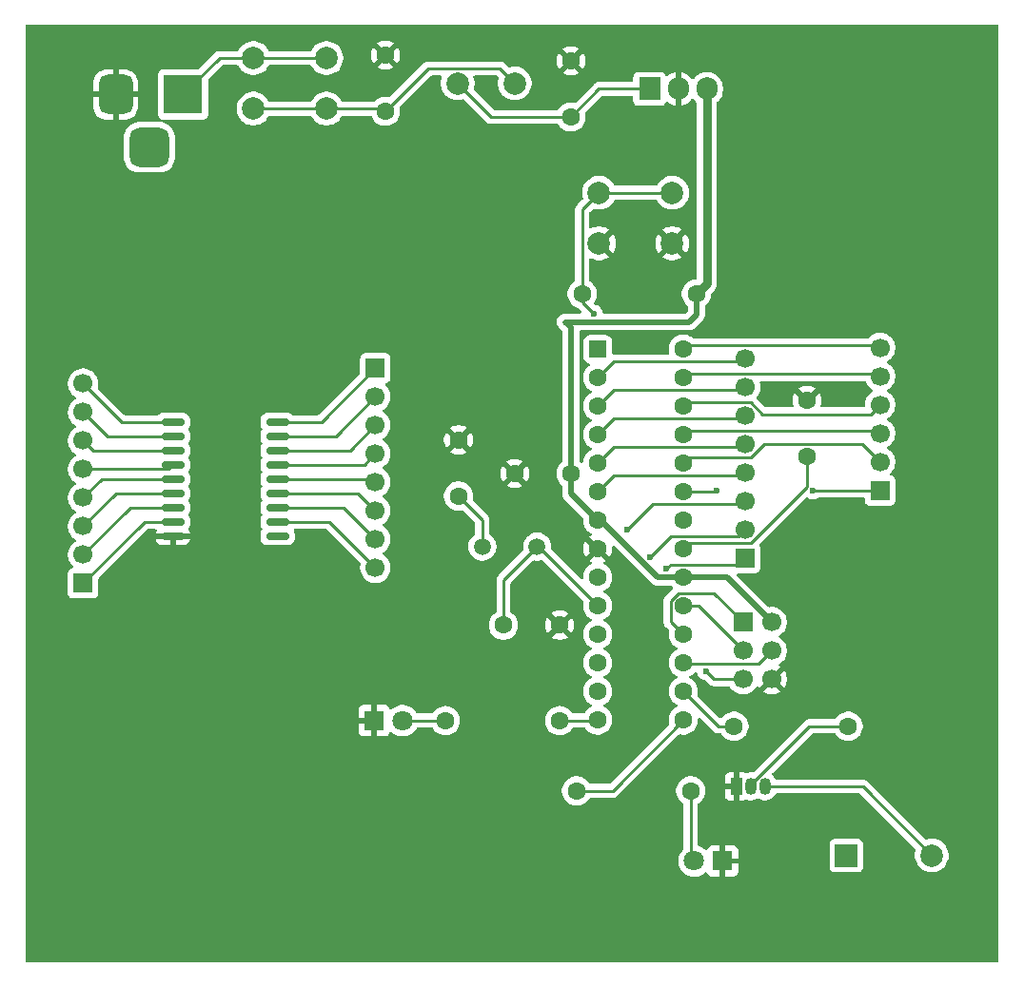
<source format=gbr>
%TF.GenerationSoftware,KiCad,Pcbnew,9.0.5*%
%TF.CreationDate,2026-02-23T00:05:01+05:30*%
%TF.ProjectId,AVR_Controller_E168_E3,4156525f-436f-46e7-9472-6f6c6c65725f,rev?*%
%TF.SameCoordinates,Original*%
%TF.FileFunction,Copper,L1,Top*%
%TF.FilePolarity,Positive*%
%FSLAX46Y46*%
G04 Gerber Fmt 4.6, Leading zero omitted, Abs format (unit mm)*
G04 Created by KiCad (PCBNEW 9.0.5) date 2026-02-23 00:05:01*
%MOMM*%
%LPD*%
G01*
G04 APERTURE LIST*
G04 Aperture macros list*
%AMRoundRect*
0 Rectangle with rounded corners*
0 $1 Rounding radius*
0 $2 $3 $4 $5 $6 $7 $8 $9 X,Y pos of 4 corners*
0 Add a 4 corners polygon primitive as box body*
4,1,4,$2,$3,$4,$5,$6,$7,$8,$9,$2,$3,0*
0 Add four circle primitives for the rounded corners*
1,1,$1+$1,$2,$3*
1,1,$1+$1,$4,$5*
1,1,$1+$1,$6,$7*
1,1,$1+$1,$8,$9*
0 Add four rect primitives between the rounded corners*
20,1,$1+$1,$2,$3,$4,$5,0*
20,1,$1+$1,$4,$5,$6,$7,0*
20,1,$1+$1,$6,$7,$8,$9,0*
20,1,$1+$1,$8,$9,$2,$3,0*%
G04 Aperture macros list end*
%TA.AperFunction,ComponentPad*%
%ADD10C,2.000000*%
%TD*%
%TA.AperFunction,ComponentPad*%
%ADD11R,2.000000X2.000000*%
%TD*%
%TA.AperFunction,ComponentPad*%
%ADD12C,1.700000*%
%TD*%
%TA.AperFunction,ComponentPad*%
%ADD13R,1.700000X1.700000*%
%TD*%
%TA.AperFunction,ComponentPad*%
%ADD14R,1.905000X2.000000*%
%TD*%
%TA.AperFunction,ComponentPad*%
%ADD15O,1.905000X2.000000*%
%TD*%
%TA.AperFunction,SMDPad,CuDef*%
%ADD16RoundRect,0.150000X-0.875000X-0.150000X0.875000X-0.150000X0.875000X0.150000X-0.875000X0.150000X0*%
%TD*%
%TA.AperFunction,ComponentPad*%
%ADD17C,1.600000*%
%TD*%
%TA.AperFunction,ComponentPad*%
%ADD18R,1.050000X1.500000*%
%TD*%
%TA.AperFunction,ComponentPad*%
%ADD19O,1.050000X1.500000*%
%TD*%
%TA.AperFunction,ComponentPad*%
%ADD20R,3.500000X3.500000*%
%TD*%
%TA.AperFunction,ComponentPad*%
%ADD21RoundRect,0.750000X-0.750000X-1.000000X0.750000X-1.000000X0.750000X1.000000X-0.750000X1.000000X0*%
%TD*%
%TA.AperFunction,ComponentPad*%
%ADD22RoundRect,0.875000X-0.875000X-0.875000X0.875000X-0.875000X0.875000X0.875000X-0.875000X0.875000X0*%
%TD*%
%TA.AperFunction,ComponentPad*%
%ADD23R,1.800000X1.800000*%
%TD*%
%TA.AperFunction,ComponentPad*%
%ADD24C,1.800000*%
%TD*%
%TA.AperFunction,ComponentPad*%
%ADD25C,1.500000*%
%TD*%
%TA.AperFunction,ComponentPad*%
%ADD26RoundRect,0.250000X-0.550000X-0.550000X0.550000X-0.550000X0.550000X0.550000X-0.550000X0.550000X0*%
%TD*%
%TA.AperFunction,ViaPad*%
%ADD27C,0.600000*%
%TD*%
%TA.AperFunction,Conductor*%
%ADD28C,0.800000*%
%TD*%
%TA.AperFunction,Conductor*%
%ADD29C,0.250000*%
%TD*%
%TA.AperFunction,Conductor*%
%ADD30C,0.500000*%
%TD*%
G04 APERTURE END LIST*
D10*
%TO.P,BZ1,2,-*%
%TO.N,Net-(BZ1--)*%
X215600000Y-140500000D03*
D11*
%TO.P,BZ1,1,+*%
%TO.N,+5V*%
X208000000Y-140500000D03*
%TD*%
D12*
%TO.P,J2,8,Pin_8*%
%TO.N,Net-(J2-Pin_8)*%
X166100000Y-114890000D03*
%TO.P,J2,7,Pin_7*%
%TO.N,Net-(J2-Pin_7)*%
X166100000Y-112350000D03*
%TO.P,J2,6,Pin_6*%
%TO.N,Net-(J2-Pin_6)*%
X166100000Y-109810000D03*
%TO.P,J2,5,Pin_5*%
%TO.N,Net-(J2-Pin_5)*%
X166100000Y-107270000D03*
%TO.P,J2,4,Pin_4*%
%TO.N,Net-(J2-Pin_4)*%
X166100000Y-104730000D03*
%TO.P,J2,3,Pin_3*%
%TO.N,Net-(J2-Pin_3)*%
X166100000Y-102190000D03*
%TO.P,J2,2,Pin_2*%
%TO.N,Net-(J2-Pin_2)*%
X166100000Y-99650000D03*
D13*
%TO.P,J2,1,Pin_1*%
%TO.N,Net-(J2-Pin_1)*%
X166100000Y-97110000D03*
%TD*%
D12*
%TO.P,J4,6,Pin_6*%
%TO.N,Net-(J4-Pin_6)*%
X211000000Y-95300000D03*
%TO.P,J4,5,Pin_5*%
%TO.N,Net-(J4-Pin_5)*%
X211000000Y-97840000D03*
%TO.P,J4,4,Pin_4*%
%TO.N,Net-(J4-Pin_4)*%
X211000000Y-100380000D03*
%TO.P,J4,3,Pin_3*%
%TO.N,Net-(J4-Pin_3)*%
X211000000Y-102920000D03*
%TO.P,J4,2,Pin_2*%
%TO.N,Net-(J4-Pin_2)*%
X211000000Y-105460000D03*
D13*
%TO.P,J4,1,Pin_1*%
%TO.N,Net-(J4-Pin_1)*%
X211000000Y-108000000D03*
%TD*%
D14*
%TO.P,U3,1,IN*%
%TO.N,Net-(U3-IN)*%
X190500000Y-72250000D03*
D15*
%TO.P,U3,2,GND*%
%TO.N,GND*%
X193040000Y-72250000D03*
%TO.P,U3,3,OUT*%
%TO.N,+5V*%
X195580000Y-72250000D03*
%TD*%
D16*
%TO.P,U2,1,I1*%
%TO.N,Net-(J6-Pin_8)*%
X148100000Y-101920000D03*
%TO.P,U2,2,I2*%
%TO.N,Net-(J6-Pin_7)*%
X148100000Y-103190000D03*
%TO.P,U2,3,I3*%
%TO.N,Net-(J6-Pin_6)*%
X148100000Y-104460000D03*
%TO.P,U2,4,I4*%
%TO.N,Net-(J6-Pin_5)*%
X148100000Y-105730000D03*
%TO.P,U2,5,I5*%
%TO.N,Net-(J6-Pin_4)*%
X148100000Y-107000000D03*
%TO.P,U2,6,I6*%
%TO.N,Net-(J6-Pin_3)*%
X148100000Y-108270000D03*
%TO.P,U2,7,I7*%
%TO.N,Net-(J6-Pin_2)*%
X148100000Y-109540000D03*
%TO.P,U2,8,I8*%
%TO.N,Net-(J6-Pin_1)*%
X148100000Y-110810000D03*
%TO.P,U2,9,GND*%
%TO.N,GND*%
X148100000Y-112080000D03*
%TO.P,U2,10,COM*%
%TO.N,+12V*%
X157400000Y-112080000D03*
%TO.P,U2,11,O8*%
%TO.N,Net-(J2-Pin_8)*%
X157400000Y-110810000D03*
%TO.P,U2,12,O7*%
%TO.N,Net-(J2-Pin_7)*%
X157400000Y-109540000D03*
%TO.P,U2,13,O6*%
%TO.N,Net-(J2-Pin_6)*%
X157400000Y-108270000D03*
%TO.P,U2,14,O5*%
%TO.N,Net-(J2-Pin_5)*%
X157400000Y-107000000D03*
%TO.P,U2,15,O4*%
%TO.N,Net-(J2-Pin_4)*%
X157400000Y-105730000D03*
%TO.P,U2,16,O3*%
%TO.N,Net-(J2-Pin_3)*%
X157400000Y-104460000D03*
%TO.P,U2,17,O2*%
%TO.N,Net-(J2-Pin_2)*%
X157400000Y-103190000D03*
%TO.P,U2,18,O1*%
%TO.N,Net-(J2-Pin_1)*%
X157400000Y-101920000D03*
%TD*%
D10*
%TO.P,SW2,1,1*%
%TO.N,Net-(J5-Pad1)*%
X155250000Y-69500000D03*
X161750000Y-69500000D03*
%TO.P,SW2,2,2*%
%TO.N,Net-(C7-Pad1)*%
X155250000Y-74000000D03*
X161750000Y-74000000D03*
%TD*%
D17*
%TO.P,R4,1*%
%TO.N,PWM1*%
X198000000Y-129000000D03*
%TO.P,R4,2*%
%TO.N,Net-(Q1-G)*%
X208160000Y-129000000D03*
%TD*%
%TO.P,R3,1*%
%TO.N,GPIO_FLAG_2*%
X184000000Y-134750000D03*
%TO.P,R3,2*%
%TO.N,Net-(D2-A)*%
X194160000Y-134750000D03*
%TD*%
%TO.P,R2,1*%
%TO.N,GPIO_FLAG_1*%
X182500000Y-128500000D03*
%TO.P,R2,2*%
%TO.N,Net-(D1-A)*%
X172340000Y-128500000D03*
%TD*%
D18*
%TO.P,Q1,1,S*%
%TO.N,GND*%
X198230000Y-134360000D03*
D19*
%TO.P,Q1,2,G*%
%TO.N,Net-(Q1-G)*%
X199500000Y-134360000D03*
%TO.P,Q1,3,D*%
%TO.N,Net-(BZ1--)*%
X200770000Y-134360000D03*
%TD*%
D13*
%TO.P,J6,1,Pin_1*%
%TO.N,Net-(J6-Pin_1)*%
X140100000Y-116270000D03*
D12*
%TO.P,J6,2,Pin_2*%
%TO.N,Net-(J6-Pin_2)*%
X140100000Y-113730000D03*
%TO.P,J6,3,Pin_3*%
%TO.N,Net-(J6-Pin_3)*%
X140100000Y-111190000D03*
%TO.P,J6,4,Pin_4*%
%TO.N,Net-(J6-Pin_4)*%
X140100000Y-108650000D03*
%TO.P,J6,5,Pin_5*%
%TO.N,Net-(J6-Pin_5)*%
X140100000Y-106110000D03*
%TO.P,J6,6,Pin_6*%
%TO.N,Net-(J6-Pin_6)*%
X140100000Y-103570000D03*
%TO.P,J6,7,Pin_7*%
%TO.N,Net-(J6-Pin_7)*%
X140100000Y-101030000D03*
%TO.P,J6,8,Pin_8*%
%TO.N,Net-(J6-Pin_8)*%
X140100000Y-98490000D03*
%TD*%
D20*
%TO.P,J5,1*%
%TO.N,Net-(J5-Pad1)*%
X149000000Y-72750000D03*
D21*
%TO.P,J5,2*%
%TO.N,GND*%
X143000000Y-72750000D03*
D22*
%TO.P,J5,3*%
%TO.N,N/C*%
X146000000Y-77450000D03*
%TD*%
D10*
%TO.P,FB1,1*%
%TO.N,Net-(U3-IN)*%
X173420000Y-71750000D03*
%TO.P,FB1,2*%
%TO.N,Net-(C7-Pad1)*%
X178500000Y-71750000D03*
%TD*%
D23*
%TO.P,D2,1,K*%
%TO.N,GND*%
X197000000Y-141000000D03*
D24*
%TO.P,D2,2,A*%
%TO.N,Net-(D2-A)*%
X194460000Y-141000000D03*
%TD*%
D23*
%TO.P,D1,1,K*%
%TO.N,GND*%
X166000000Y-128500000D03*
D24*
%TO.P,D1,2,A*%
%TO.N,Net-(D1-A)*%
X168540000Y-128500000D03*
%TD*%
D17*
%TO.P,C8,1*%
%TO.N,Net-(U3-IN)*%
X183500000Y-74750000D03*
%TO.P,C8,2*%
%TO.N,GND*%
X183500000Y-69750000D03*
%TD*%
%TO.P,C7,1*%
%TO.N,Net-(C7-Pad1)*%
X167000000Y-74250000D03*
%TO.P,C7,2*%
%TO.N,GND*%
X167000000Y-69250000D03*
%TD*%
%TO.P,C4,1*%
%TO.N,Net-(U1-XTAL2{slash}PB7)*%
X177500000Y-120000000D03*
%TO.P,C4,2*%
%TO.N,GND*%
X182500000Y-120000000D03*
%TD*%
%TO.P,C3,1*%
%TO.N,Net-(U1-XTAL1{slash}PB6)*%
X173500000Y-108500000D03*
%TO.P,C3,2*%
%TO.N,GND*%
X173500000Y-103500000D03*
%TD*%
D25*
%TO.P,Y1,1,1*%
%TO.N,Net-(U1-XTAL1{slash}PB6)*%
X175620000Y-113000000D03*
%TO.P,Y1,2,2*%
%TO.N,Net-(U1-XTAL2{slash}PB7)*%
X180500000Y-113000000D03*
%TD*%
D10*
%TO.P,SW1,1,1*%
%TO.N,RESET*%
X186000000Y-81500000D03*
X192500000Y-81500000D03*
%TO.P,SW1,2,2*%
%TO.N,GND*%
X186000000Y-86000000D03*
X192500000Y-86000000D03*
%TD*%
D26*
%TO.P,U1,1,~{RESET}/PC6*%
%TO.N,RESET*%
X185880000Y-95420000D03*
D17*
%TO.P,U1,2,PD0*%
%TO.N,Net-(J3-Pin_8)*%
X185880000Y-97960000D03*
%TO.P,U1,3,PD1*%
%TO.N,Net-(J3-Pin_7)*%
X185880000Y-100500000D03*
%TO.P,U1,4,PD2*%
%TO.N,Net-(J3-Pin_6)*%
X185880000Y-103040000D03*
%TO.P,U1,5,PD3*%
%TO.N,Net-(J3-Pin_5)*%
X185880000Y-105580000D03*
%TO.P,U1,6,PD4*%
%TO.N,Net-(J3-Pin_4)*%
X185880000Y-108120000D03*
%TO.P,U1,7,VCC*%
%TO.N,+5V*%
X185880000Y-110660000D03*
%TO.P,U1,8,GND*%
%TO.N,GND*%
X185880000Y-113200000D03*
%TO.P,U1,9,XTAL1/PB6*%
%TO.N,Net-(U1-XTAL1{slash}PB6)*%
X185880000Y-115740000D03*
%TO.P,U1,10,XTAL2/PB7*%
%TO.N,Net-(U1-XTAL2{slash}PB7)*%
X185880000Y-118280000D03*
%TO.P,U1,11,PD5*%
%TO.N,Net-(J3-Pin_3)*%
X185880000Y-120820000D03*
%TO.P,U1,12,PD6*%
%TO.N,Net-(J3-Pin_2)*%
X185880000Y-123360000D03*
%TO.P,U1,13,PD7*%
%TO.N,Net-(J3-Pin_1)*%
X185880000Y-125900000D03*
%TO.P,U1,14,PB0*%
%TO.N,GPIO_FLAG_1*%
X185880000Y-128440000D03*
%TO.P,U1,15,PB1*%
%TO.N,GPIO_FLAG_2*%
X193500000Y-128440000D03*
%TO.P,U1,16,PB2*%
%TO.N,PWM1*%
X193500000Y-125900000D03*
%TO.P,U1,17,PB3*%
%TO.N,Net-(J1-Pin_4)*%
X193500000Y-123360000D03*
%TO.P,U1,18,PB4*%
%TO.N,Net-(J1-Pin_1)*%
X193500000Y-120820000D03*
%TO.P,U1,19,PB5*%
%TO.N,Net-(J1-Pin_3)*%
X193500000Y-118280000D03*
%TO.P,U1,20,AVCC*%
%TO.N,+5V*%
X193500000Y-115740000D03*
%TO.P,U1,21,AREF*%
%TO.N,Net-(U1-AREF)*%
X193500000Y-113200000D03*
%TO.P,U1,22,GND*%
%TO.N,GND*%
X193500000Y-110660000D03*
%TO.P,U1,23,PC0*%
%TO.N,Net-(J4-Pin_1)*%
X193500000Y-108120000D03*
%TO.P,U1,24,PC1*%
%TO.N,Net-(J4-Pin_2)*%
X193500000Y-105580000D03*
%TO.P,U1,25,PC2*%
%TO.N,Net-(J4-Pin_3)*%
X193500000Y-103040000D03*
%TO.P,U1,26,PC3*%
%TO.N,Net-(J4-Pin_4)*%
X193500000Y-100500000D03*
%TO.P,U1,27,PC4*%
%TO.N,Net-(J4-Pin_5)*%
X193500000Y-97960000D03*
%TO.P,U1,28,PC5*%
%TO.N,Net-(J4-Pin_6)*%
X193500000Y-95420000D03*
%TD*%
%TO.P,C6,1*%
%TO.N,GND*%
X178500000Y-106500000D03*
%TO.P,C6,2*%
%TO.N,+5V*%
X183500000Y-106500000D03*
%TD*%
%TO.P,R1,1*%
%TO.N,RESET*%
X184500000Y-90500000D03*
%TO.P,R1,2*%
%TO.N,+5V*%
X194660000Y-90500000D03*
%TD*%
%TO.P,C2,1*%
%TO.N,GND*%
X204500000Y-100000000D03*
%TO.P,C2,2*%
%TO.N,Net-(U1-AREF)*%
X204500000Y-105000000D03*
%TD*%
D13*
%TO.P,J1,1,Pin_1*%
%TO.N,Net-(J1-Pin_1)*%
X198820000Y-119730000D03*
D12*
%TO.P,J1,2,Pin_2*%
%TO.N,+5V*%
X201360000Y-119730000D03*
%TO.P,J1,3,Pin_3*%
%TO.N,Net-(J1-Pin_3)*%
X198820000Y-122270000D03*
%TO.P,J1,4,Pin_4*%
%TO.N,Net-(J1-Pin_4)*%
X201360000Y-122270000D03*
%TO.P,J1,5,Pin_5*%
%TO.N,RESET*%
X198820000Y-124810000D03*
%TO.P,J1,6,Pin_6*%
%TO.N,GND*%
X201360000Y-124810000D03*
%TD*%
D13*
%TO.P,J3,1,Pin_1*%
%TO.N,Net-(J3-Pin_1)*%
X199000000Y-114040000D03*
D12*
%TO.P,J3,2,Pin_2*%
%TO.N,Net-(J3-Pin_2)*%
X199000000Y-111500000D03*
%TO.P,J3,3,Pin_3*%
%TO.N,Net-(J3-Pin_3)*%
X199000000Y-108960000D03*
%TO.P,J3,4,Pin_4*%
%TO.N,Net-(J3-Pin_4)*%
X199000000Y-106420000D03*
%TO.P,J3,5,Pin_5*%
%TO.N,Net-(J3-Pin_5)*%
X199000000Y-103880000D03*
%TO.P,J3,6,Pin_6*%
%TO.N,Net-(J3-Pin_6)*%
X199000000Y-101340000D03*
%TO.P,J3,7,Pin_7*%
%TO.N,Net-(J3-Pin_7)*%
X199000000Y-98800000D03*
%TO.P,J3,8,Pin_8*%
%TO.N,Net-(J3-Pin_8)*%
X199000000Y-96260000D03*
%TD*%
D27*
%TO.N,Net-(J4-Pin_1)*%
X196500000Y-108000000D03*
X205018327Y-108012348D03*
%TO.N,RESET*%
X185500000Y-92250000D03*
X195500000Y-124071000D03*
%TO.N,Net-(J3-Pin_3)*%
X188500000Y-111500000D03*
%TO.N,Net-(J3-Pin_1)*%
X192000000Y-114990000D03*
%TO.N,Net-(J3-Pin_2)*%
X190530331Y-113969669D03*
%TD*%
D28*
%TO.N,+5V*%
X195580000Y-72250000D02*
X195580000Y-89580000D01*
X195580000Y-89580000D02*
X194660000Y-90500000D01*
D29*
%TO.N,PWM1*%
X198000000Y-129000000D02*
X196600000Y-129000000D01*
X196600000Y-129000000D02*
X193500000Y-125900000D01*
%TO.N,Net-(D2-A)*%
X194160000Y-134750000D02*
X194160000Y-140700000D01*
X194160000Y-140700000D02*
X194460000Y-141000000D01*
%TO.N,GPIO_FLAG_2*%
X184000000Y-134750000D02*
X187190000Y-134750000D01*
X187190000Y-134750000D02*
X193500000Y-128440000D01*
%TO.N,GPIO_FLAG_1*%
X182500000Y-128500000D02*
X185820000Y-128500000D01*
X185820000Y-128500000D02*
X185880000Y-128440000D01*
%TO.N,Net-(D1-A)*%
X168540000Y-128500000D02*
X172340000Y-128500000D01*
%TO.N,Net-(BZ1--)*%
X215600000Y-140500000D02*
X209460000Y-134360000D01*
X209460000Y-134360000D02*
X200770000Y-134360000D01*
%TO.N,Net-(Q1-G)*%
X208160000Y-129000000D02*
X204701504Y-129000000D01*
X204701504Y-129000000D02*
X199500000Y-134201504D01*
X199500000Y-134201504D02*
X199500000Y-134360000D01*
%TO.N,Net-(U3-IN)*%
X190500000Y-72250000D02*
X186000000Y-72250000D01*
X186000000Y-72250000D02*
X183500000Y-74750000D01*
%TO.N,Net-(C7-Pad1)*%
X178500000Y-71750000D02*
X177174000Y-70424000D01*
X177174000Y-70424000D02*
X170826000Y-70424000D01*
X170826000Y-70424000D02*
X167000000Y-74250000D01*
%TO.N,Net-(U3-IN)*%
X173420000Y-71750000D02*
X176420000Y-74750000D01*
X176420000Y-74750000D02*
X183500000Y-74750000D01*
%TO.N,Net-(C7-Pad1)*%
X155250000Y-74000000D02*
X166750000Y-74000000D01*
X166750000Y-74000000D02*
X167000000Y-74250000D01*
%TO.N,Net-(J5-Pad1)*%
X149000000Y-72750000D02*
X152250000Y-69500000D01*
X152250000Y-69500000D02*
X161750000Y-69500000D01*
D30*
%TO.N,+5V*%
X183000000Y-93000000D02*
X183500000Y-93500000D01*
X183500000Y-93500000D02*
X183500000Y-106500000D01*
X194660000Y-90500000D02*
X194660000Y-92340000D01*
X194660000Y-92340000D02*
X194000000Y-93000000D01*
X194000000Y-93000000D02*
X183000000Y-93000000D01*
D29*
%TO.N,Net-(J2-Pin_8)*%
X157400000Y-110810000D02*
X162020000Y-110810000D01*
X162020000Y-110810000D02*
X166100000Y-114890000D01*
%TO.N,Net-(J2-Pin_7)*%
X157400000Y-109540000D02*
X163290000Y-109540000D01*
X163290000Y-109540000D02*
X166100000Y-112350000D01*
%TO.N,Net-(J2-Pin_6)*%
X157400000Y-108270000D02*
X164560000Y-108270000D01*
X164560000Y-108270000D02*
X166100000Y-109810000D01*
%TO.N,Net-(J2-Pin_5)*%
X157400000Y-107000000D02*
X165830000Y-107000000D01*
X165830000Y-107000000D02*
X166100000Y-107270000D01*
%TO.N,Net-(J2-Pin_4)*%
X157400000Y-105730000D02*
X165100000Y-105730000D01*
X165100000Y-105730000D02*
X166100000Y-104730000D01*
%TO.N,Net-(J2-Pin_3)*%
X157400000Y-104460000D02*
X163830000Y-104460000D01*
X163830000Y-104460000D02*
X166100000Y-102190000D01*
%TO.N,Net-(J2-Pin_2)*%
X157400000Y-103190000D02*
X162560000Y-103190000D01*
X162560000Y-103190000D02*
X166100000Y-99650000D01*
%TO.N,Net-(J2-Pin_1)*%
X157400000Y-101920000D02*
X161290000Y-101920000D01*
X161290000Y-101920000D02*
X166100000Y-97110000D01*
%TO.N,Net-(J6-Pin_1)*%
X140100000Y-116270000D02*
X145560000Y-110810000D01*
X145560000Y-110810000D02*
X148100000Y-110810000D01*
%TO.N,Net-(J6-Pin_2)*%
X140100000Y-113730000D02*
X144290000Y-109540000D01*
X144290000Y-109540000D02*
X148100000Y-109540000D01*
%TO.N,Net-(J6-Pin_3)*%
X140100000Y-111190000D02*
X143020000Y-108270000D01*
X143020000Y-108270000D02*
X148100000Y-108270000D01*
%TO.N,Net-(J6-Pin_4)*%
X140100000Y-108650000D02*
X141750000Y-107000000D01*
X141750000Y-107000000D02*
X148100000Y-107000000D01*
%TO.N,Net-(J6-Pin_5)*%
X140100000Y-106110000D02*
X147720000Y-106110000D01*
X147720000Y-106110000D02*
X148100000Y-105730000D01*
%TO.N,Net-(J6-Pin_6)*%
X140100000Y-103570000D02*
X140990000Y-104460000D01*
X140990000Y-104460000D02*
X148100000Y-104460000D01*
%TO.N,Net-(J6-Pin_7)*%
X140100000Y-101030000D02*
X142260000Y-103190000D01*
X142260000Y-103190000D02*
X148100000Y-103190000D01*
%TO.N,Net-(J6-Pin_8)*%
X140100000Y-98490000D02*
X143530000Y-101920000D01*
X143530000Y-101920000D02*
X148100000Y-101920000D01*
%TO.N,Net-(J4-Pin_1)*%
X211000000Y-108000000D02*
X205030675Y-108000000D01*
X205030675Y-108000000D02*
X205018327Y-108012348D01*
X196500000Y-108000000D02*
X196380000Y-108120000D01*
X196380000Y-108120000D02*
X193500000Y-108120000D01*
%TO.N,Net-(J4-Pin_2)*%
X211000000Y-105460000D02*
X209414000Y-103874000D01*
X200669116Y-103874000D02*
X199487116Y-105056000D01*
X194024000Y-105056000D02*
X193500000Y-105580000D01*
X209414000Y-103874000D02*
X200669116Y-103874000D01*
X199487116Y-105056000D02*
X194024000Y-105056000D01*
%TO.N,Net-(J4-Pin_3)*%
X211000000Y-102920000D02*
X210784000Y-102704000D01*
X193836000Y-102704000D02*
X193500000Y-103040000D01*
X210784000Y-102704000D02*
X193836000Y-102704000D01*
%TO.N,Net-(J4-Pin_4)*%
X211000000Y-100380000D02*
X210150000Y-101230000D01*
X210150000Y-101230000D02*
X200553116Y-101230000D01*
X199487116Y-100164000D02*
X193836000Y-100164000D01*
X200553116Y-101230000D02*
X199487116Y-100164000D01*
X193836000Y-100164000D02*
X193500000Y-100500000D01*
%TO.N,Net-(J4-Pin_5)*%
X211000000Y-97840000D02*
X210784000Y-97624000D01*
X210784000Y-97624000D02*
X193836000Y-97624000D01*
X193836000Y-97624000D02*
X193500000Y-97960000D01*
%TO.N,Net-(J4-Pin_6)*%
X211000000Y-95300000D02*
X210784000Y-95084000D01*
X210784000Y-95084000D02*
X193836000Y-95084000D01*
X193836000Y-95084000D02*
X193500000Y-95420000D01*
%TO.N,Net-(U1-AREF)*%
X199487116Y-112676000D02*
X194024000Y-112676000D01*
X194024000Y-112676000D02*
X193500000Y-113200000D01*
X204500000Y-105000000D02*
X204500000Y-107663116D01*
X204500000Y-107663116D02*
X199487116Y-112676000D01*
%TO.N,Net-(U1-XTAL1{slash}PB6)*%
X175620000Y-113000000D02*
X175620000Y-110620000D01*
X175620000Y-110620000D02*
X173500000Y-108500000D01*
%TO.N,Net-(U1-XTAL2{slash}PB7)*%
X177500000Y-120000000D02*
X177500000Y-116000000D01*
X180500000Y-113000000D02*
X180600000Y-113000000D01*
X180600000Y-113000000D02*
X185880000Y-118280000D01*
X177500000Y-116000000D02*
X180500000Y-113000000D01*
D30*
%TO.N,+5V*%
X191240000Y-115740000D02*
X193500000Y-115740000D01*
X197370000Y-115740000D02*
X193500000Y-115740000D01*
X183500000Y-106500000D02*
X183500000Y-108280000D01*
X185880000Y-110660000D02*
X186160000Y-110660000D01*
X186160000Y-110660000D02*
X191240000Y-115740000D01*
X201360000Y-119730000D02*
X197370000Y-115740000D01*
X183500000Y-108280000D02*
X185880000Y-110660000D01*
D29*
%TO.N,Net-(J1-Pin_3)*%
X194830000Y-118280000D02*
X193500000Y-118280000D01*
X198820000Y-122270000D02*
X194830000Y-118280000D01*
%TO.N,RESET*%
X196239000Y-124810000D02*
X195500000Y-124071000D01*
X184500000Y-83000000D02*
X184500000Y-90500000D01*
X186000000Y-81500000D02*
X184500000Y-83000000D01*
X192500000Y-81500000D02*
X186000000Y-81500000D01*
X184500000Y-91250000D02*
X185500000Y-92250000D01*
X198820000Y-124810000D02*
X196239000Y-124810000D01*
X184500000Y-90500000D02*
X184500000Y-91250000D01*
%TO.N,Net-(J1-Pin_4)*%
X193586000Y-123446000D02*
X193500000Y-123360000D01*
X201360000Y-122270000D02*
X200184000Y-123446000D01*
X200184000Y-123446000D02*
X193586000Y-123446000D01*
%TO.N,Net-(J1-Pin_1)*%
X192374000Y-117813595D02*
X192374000Y-119694000D01*
X198820000Y-119730000D02*
X196244000Y-117154000D01*
X196244000Y-117154000D02*
X193033595Y-117154000D01*
X193033595Y-117154000D02*
X192374000Y-117813595D01*
X192374000Y-119694000D02*
X193500000Y-120820000D01*
%TO.N,Net-(J3-Pin_3)*%
X190754000Y-109246000D02*
X188500000Y-111500000D01*
X198714000Y-109246000D02*
X190754000Y-109246000D01*
X199000000Y-108960000D02*
X198714000Y-109246000D01*
%TO.N,Net-(J3-Pin_5)*%
X187294000Y-104166000D02*
X185880000Y-105580000D01*
X198714000Y-104166000D02*
X187294000Y-104166000D01*
X199000000Y-103880000D02*
X198714000Y-104166000D01*
%TO.N,Net-(J3-Pin_8)*%
X187294000Y-96546000D02*
X185880000Y-97960000D01*
X198714000Y-96546000D02*
X187294000Y-96546000D01*
X199000000Y-96260000D02*
X198714000Y-96546000D01*
%TO.N,Net-(J3-Pin_1)*%
X199000000Y-114040000D02*
X198426000Y-114614000D01*
X198426000Y-114614000D02*
X192376000Y-114614000D01*
X192376000Y-114614000D02*
X192000000Y-114990000D01*
%TO.N,Net-(J3-Pin_4)*%
X198714000Y-106706000D02*
X187294000Y-106706000D01*
X199000000Y-106420000D02*
X198714000Y-106706000D01*
X187294000Y-106706000D02*
X185880000Y-108120000D01*
%TO.N,Net-(J3-Pin_7)*%
X199000000Y-98800000D02*
X198714000Y-99086000D01*
X187294000Y-99086000D02*
X185880000Y-100500000D01*
X198714000Y-99086000D02*
X187294000Y-99086000D01*
%TO.N,Net-(J3-Pin_6)*%
X187294000Y-101626000D02*
X185880000Y-103040000D01*
X198714000Y-101626000D02*
X187294000Y-101626000D01*
X199000000Y-101340000D02*
X198714000Y-101626000D01*
%TO.N,Net-(J3-Pin_2)*%
X198426000Y-112074000D02*
X192426000Y-112074000D01*
X199000000Y-111500000D02*
X198426000Y-112074000D01*
X192426000Y-112074000D02*
X190530331Y-113969669D01*
%TD*%
%TA.AperFunction,Conductor*%
%TO.N,GND*%
G36*
X209646675Y-98256462D02*
G01*
X209671232Y-98259280D01*
X209679615Y-98266134D01*
X209690003Y-98269185D01*
X209706185Y-98287860D01*
X209725322Y-98303508D01*
X209732638Y-98318388D01*
X209735758Y-98321989D01*
X209740894Y-98335180D01*
X209748442Y-98358412D01*
X209844951Y-98547820D01*
X209969890Y-98719786D01*
X210120213Y-98870109D01*
X210292182Y-98995050D01*
X210300946Y-98999516D01*
X210351742Y-99047491D01*
X210368536Y-99115312D01*
X210345998Y-99181447D01*
X210300946Y-99220484D01*
X210292182Y-99224949D01*
X210120213Y-99349890D01*
X209969890Y-99500213D01*
X209844951Y-99672179D01*
X209748444Y-99861585D01*
X209682753Y-100063760D01*
X209649500Y-100273713D01*
X209649500Y-100480500D01*
X209629815Y-100547539D01*
X209577011Y-100593294D01*
X209525500Y-100604500D01*
X205841158Y-100604500D01*
X205774119Y-100584815D01*
X205728364Y-100532011D01*
X205718420Y-100462853D01*
X205723227Y-100442181D01*
X205767990Y-100304417D01*
X205800000Y-100102317D01*
X205800000Y-99897682D01*
X205767990Y-99695582D01*
X205704755Y-99500968D01*
X205611859Y-99318650D01*
X205579474Y-99274077D01*
X205579474Y-99274076D01*
X204900000Y-99953551D01*
X204900000Y-99947339D01*
X204872741Y-99845606D01*
X204820080Y-99754394D01*
X204745606Y-99679920D01*
X204654394Y-99627259D01*
X204552661Y-99600000D01*
X204546446Y-99600000D01*
X205225922Y-98920524D01*
X205225921Y-98920523D01*
X205181359Y-98888147D01*
X205181350Y-98888141D01*
X204999031Y-98795244D01*
X204804417Y-98732009D01*
X204602317Y-98700000D01*
X204397683Y-98700000D01*
X204195582Y-98732009D01*
X204000968Y-98795244D01*
X203818644Y-98888143D01*
X203774077Y-98920523D01*
X203774077Y-98920524D01*
X204453554Y-99600000D01*
X204447339Y-99600000D01*
X204345606Y-99627259D01*
X204254394Y-99679920D01*
X204179920Y-99754394D01*
X204127259Y-99845606D01*
X204100000Y-99947339D01*
X204100000Y-99953553D01*
X203420524Y-99274077D01*
X203420523Y-99274077D01*
X203388143Y-99318644D01*
X203295244Y-99500968D01*
X203232009Y-99695582D01*
X203200000Y-99897682D01*
X203200000Y-100102317D01*
X203232009Y-100304417D01*
X203276773Y-100442181D01*
X203278768Y-100512022D01*
X203242688Y-100571855D01*
X203179988Y-100602684D01*
X203158842Y-100604500D01*
X200863569Y-100604500D01*
X200796530Y-100584815D01*
X200775888Y-100568181D01*
X200453313Y-100245606D01*
X200044980Y-99837274D01*
X200011496Y-99775952D01*
X200016480Y-99706261D01*
X200032344Y-99676709D01*
X200049725Y-99652786D01*
X200155051Y-99507816D01*
X200251557Y-99318412D01*
X200317246Y-99116243D01*
X200350500Y-98906287D01*
X200350500Y-98693713D01*
X200317246Y-98483757D01*
X200293870Y-98411816D01*
X200291876Y-98341977D01*
X200327956Y-98282144D01*
X200390657Y-98251316D01*
X200411802Y-98249500D01*
X209622964Y-98249500D01*
X209646675Y-98256462D01*
G37*
%TD.AperFunction*%
%TA.AperFunction,Conductor*%
G36*
X221442539Y-66520185D02*
G01*
X221488294Y-66572989D01*
X221499500Y-66624500D01*
X221499500Y-149875500D01*
X221479815Y-149942539D01*
X221427011Y-149988294D01*
X221375500Y-149999500D01*
X135124500Y-149999500D01*
X135057461Y-149979815D01*
X135011706Y-149927011D01*
X135000500Y-149875500D01*
X135000500Y-127552155D01*
X164600000Y-127552155D01*
X164600000Y-128250000D01*
X165624722Y-128250000D01*
X165580667Y-128326306D01*
X165550000Y-128440756D01*
X165550000Y-128559244D01*
X165580667Y-128673694D01*
X165624722Y-128750000D01*
X164600000Y-128750000D01*
X164600000Y-129447844D01*
X164606401Y-129507372D01*
X164606403Y-129507379D01*
X164656645Y-129642086D01*
X164656649Y-129642093D01*
X164742809Y-129757187D01*
X164742812Y-129757190D01*
X164857906Y-129843350D01*
X164857913Y-129843354D01*
X164992620Y-129893596D01*
X164992627Y-129893598D01*
X165052155Y-129899999D01*
X165052172Y-129900000D01*
X165750000Y-129900000D01*
X165750000Y-128875277D01*
X165826306Y-128919333D01*
X165940756Y-128950000D01*
X166059244Y-128950000D01*
X166173694Y-128919333D01*
X166250000Y-128875277D01*
X166250000Y-129900000D01*
X166947828Y-129900000D01*
X166947844Y-129899999D01*
X167007372Y-129893598D01*
X167007379Y-129893596D01*
X167142086Y-129843354D01*
X167142093Y-129843350D01*
X167257187Y-129757190D01*
X167257190Y-129757187D01*
X167343350Y-129642093D01*
X167343354Y-129642086D01*
X167373213Y-129562031D01*
X167415084Y-129506097D01*
X167480548Y-129481680D01*
X167548821Y-129496531D01*
X167577076Y-129517683D01*
X167627636Y-129568243D01*
X167627641Y-129568247D01*
X167756433Y-129661819D01*
X167805978Y-129697815D01*
X167922501Y-129757187D01*
X168002393Y-129797895D01*
X168002396Y-129797896D01*
X168107221Y-129831955D01*
X168212049Y-129866015D01*
X168429778Y-129900500D01*
X168429779Y-129900500D01*
X168650221Y-129900500D01*
X168650222Y-129900500D01*
X168867951Y-129866015D01*
X169077606Y-129797895D01*
X169274022Y-129697815D01*
X169452365Y-129568242D01*
X169608242Y-129412365D01*
X169737815Y-129234022D01*
X169758612Y-129193204D01*
X169806586Y-129142409D01*
X169869097Y-129125500D01*
X171123885Y-129125500D01*
X171190924Y-129145185D01*
X171223606Y-129178571D01*
X171224849Y-129177669D01*
X171348028Y-129347213D01*
X171492786Y-129491971D01*
X171643492Y-129601463D01*
X171658390Y-129612287D01*
X171723021Y-129645218D01*
X171840776Y-129705218D01*
X171840778Y-129705218D01*
X171840781Y-129705220D01*
X171945137Y-129739127D01*
X172035465Y-129768477D01*
X172136557Y-129784488D01*
X172237648Y-129800500D01*
X172237649Y-129800500D01*
X172442351Y-129800500D01*
X172442352Y-129800500D01*
X172644534Y-129768477D01*
X172839219Y-129705220D01*
X173021610Y-129612287D01*
X173148518Y-129520084D01*
X173187213Y-129491971D01*
X173187215Y-129491968D01*
X173187219Y-129491966D01*
X173331966Y-129347219D01*
X173331968Y-129347215D01*
X173331971Y-129347213D01*
X173384732Y-129274590D01*
X173452287Y-129181610D01*
X173545220Y-128999219D01*
X173608477Y-128804534D01*
X173640500Y-128602352D01*
X173640500Y-128397648D01*
X173640009Y-128394548D01*
X173608477Y-128195465D01*
X173579127Y-128105137D01*
X173545220Y-128000781D01*
X173545218Y-128000778D01*
X173545218Y-128000776D01*
X173487610Y-127887715D01*
X173452287Y-127818390D01*
X173435134Y-127794781D01*
X173331971Y-127652786D01*
X173187213Y-127508028D01*
X173021613Y-127387715D01*
X173021612Y-127387714D01*
X173021610Y-127387713D01*
X172963111Y-127357906D01*
X172839223Y-127294781D01*
X172644534Y-127231522D01*
X172458799Y-127202105D01*
X172442352Y-127199500D01*
X172237648Y-127199500D01*
X172221201Y-127202105D01*
X172035465Y-127231522D01*
X171840776Y-127294781D01*
X171658386Y-127387715D01*
X171492786Y-127508028D01*
X171348028Y-127652786D01*
X171224849Y-127822331D01*
X171223176Y-127821115D01*
X171177792Y-127862169D01*
X171123885Y-127874500D01*
X169869097Y-127874500D01*
X169802058Y-127854815D01*
X169758612Y-127806795D01*
X169737815Y-127765978D01*
X169737813Y-127765975D01*
X169737812Y-127765973D01*
X169608247Y-127587641D01*
X169608243Y-127587636D01*
X169452363Y-127431756D01*
X169452358Y-127431752D01*
X169274025Y-127302187D01*
X169274024Y-127302186D01*
X169274022Y-127302185D01*
X169211096Y-127270122D01*
X169077606Y-127202104D01*
X169077603Y-127202103D01*
X168867952Y-127133985D01*
X168759086Y-127116742D01*
X168650222Y-127099500D01*
X168429778Y-127099500D01*
X168357201Y-127110995D01*
X168212047Y-127133985D01*
X168002396Y-127202103D01*
X168002393Y-127202104D01*
X167805974Y-127302187D01*
X167627641Y-127431752D01*
X167627636Y-127431756D01*
X167577075Y-127482317D01*
X167515752Y-127515801D01*
X167446060Y-127510816D01*
X167390127Y-127468945D01*
X167373213Y-127437968D01*
X167343354Y-127357913D01*
X167343350Y-127357906D01*
X167257190Y-127242812D01*
X167257187Y-127242809D01*
X167142093Y-127156649D01*
X167142086Y-127156645D01*
X167007379Y-127106403D01*
X167007372Y-127106401D01*
X166947844Y-127100000D01*
X166250000Y-127100000D01*
X166250000Y-128124722D01*
X166173694Y-128080667D01*
X166059244Y-128050000D01*
X165940756Y-128050000D01*
X165826306Y-128080667D01*
X165750000Y-128124722D01*
X165750000Y-127100000D01*
X165052155Y-127100000D01*
X164992627Y-127106401D01*
X164992620Y-127106403D01*
X164857913Y-127156645D01*
X164857906Y-127156649D01*
X164742812Y-127242809D01*
X164742809Y-127242812D01*
X164656649Y-127357906D01*
X164656645Y-127357913D01*
X164606403Y-127492620D01*
X164606401Y-127492627D01*
X164600000Y-127552155D01*
X135000500Y-127552155D01*
X135000500Y-98383713D01*
X138749500Y-98383713D01*
X138749500Y-98596286D01*
X138777046Y-98770208D01*
X138782754Y-98806243D01*
X138844101Y-98995050D01*
X138848444Y-99008414D01*
X138944951Y-99197820D01*
X139069890Y-99369786D01*
X139220213Y-99520109D01*
X139392182Y-99645050D01*
X139400946Y-99649516D01*
X139451742Y-99697491D01*
X139468536Y-99765312D01*
X139445998Y-99831447D01*
X139400946Y-99870484D01*
X139392182Y-99874949D01*
X139220213Y-99999890D01*
X139069890Y-100150213D01*
X138944951Y-100322179D01*
X138848444Y-100511585D01*
X138782753Y-100713760D01*
X138770757Y-100789500D01*
X138749500Y-100923713D01*
X138749500Y-101136287D01*
X138756679Y-101181610D01*
X138777046Y-101310208D01*
X138782754Y-101346243D01*
X138830102Y-101491966D01*
X138848444Y-101548414D01*
X138944951Y-101737820D01*
X139069890Y-101909786D01*
X139220213Y-102060109D01*
X139392182Y-102185050D01*
X139400946Y-102189516D01*
X139451742Y-102237491D01*
X139468536Y-102305312D01*
X139445998Y-102371447D01*
X139400946Y-102410484D01*
X139392182Y-102414949D01*
X139220213Y-102539890D01*
X139069890Y-102690213D01*
X138944951Y-102862179D01*
X138848444Y-103051585D01*
X138782753Y-103253760D01*
X138758689Y-103405694D01*
X138749500Y-103463713D01*
X138749500Y-103676287D01*
X138756321Y-103719351D01*
X138777238Y-103851421D01*
X138782754Y-103886243D01*
X138830102Y-104031966D01*
X138848444Y-104088414D01*
X138944951Y-104277820D01*
X139069890Y-104449786D01*
X139220213Y-104600109D01*
X139392182Y-104725050D01*
X139400946Y-104729516D01*
X139451742Y-104777491D01*
X139468536Y-104845312D01*
X139445998Y-104911447D01*
X139400946Y-104950484D01*
X139392182Y-104954949D01*
X139220213Y-105079890D01*
X139069890Y-105230213D01*
X138944951Y-105402179D01*
X138848444Y-105591585D01*
X138782753Y-105793760D01*
X138749500Y-106003713D01*
X138749500Y-106216286D01*
X138777238Y-106391421D01*
X138782754Y-106426243D01*
X138844188Y-106615318D01*
X138848444Y-106628414D01*
X138944951Y-106817820D01*
X139069890Y-106989786D01*
X139220213Y-107140109D01*
X139392182Y-107265050D01*
X139400946Y-107269516D01*
X139451742Y-107317491D01*
X139468536Y-107385312D01*
X139445998Y-107451447D01*
X139400946Y-107490484D01*
X139392182Y-107494949D01*
X139220213Y-107619890D01*
X139069890Y-107770213D01*
X138944951Y-107942179D01*
X138848444Y-108131585D01*
X138782753Y-108333760D01*
X138758689Y-108485694D01*
X138749500Y-108543713D01*
X138749500Y-108756287D01*
X138750111Y-108760143D01*
X138781366Y-108957483D01*
X138782754Y-108966243D01*
X138841033Y-109145608D01*
X138848444Y-109168414D01*
X138944951Y-109357820D01*
X139069890Y-109529786D01*
X139220213Y-109680109D01*
X139392182Y-109805050D01*
X139400946Y-109809516D01*
X139451742Y-109857491D01*
X139468536Y-109925312D01*
X139445998Y-109991447D01*
X139400946Y-110030484D01*
X139392182Y-110034949D01*
X139220213Y-110159890D01*
X139069890Y-110310213D01*
X138944951Y-110482179D01*
X138848444Y-110671585D01*
X138782753Y-110873760D01*
X138749500Y-111083713D01*
X138749500Y-111296286D01*
X138780508Y-111492067D01*
X138782754Y-111506243D01*
X138837674Y-111675270D01*
X138848444Y-111708414D01*
X138944951Y-111897820D01*
X139069890Y-112069786D01*
X139220213Y-112220109D01*
X139392182Y-112345050D01*
X139400946Y-112349516D01*
X139451742Y-112397491D01*
X139468536Y-112465312D01*
X139445998Y-112531447D01*
X139400946Y-112570484D01*
X139392182Y-112574949D01*
X139220213Y-112699890D01*
X139069890Y-112850213D01*
X138944951Y-113022179D01*
X138848444Y-113211585D01*
X138782753Y-113413760D01*
X138749500Y-113623713D01*
X138749500Y-113836286D01*
X138777046Y-114010208D01*
X138782754Y-114046243D01*
X138840449Y-114223810D01*
X138848444Y-114248414D01*
X138944951Y-114437820D01*
X139069890Y-114609786D01*
X139183430Y-114723326D01*
X139216915Y-114784649D01*
X139211931Y-114854341D01*
X139170059Y-114910274D01*
X139139083Y-114927189D01*
X139007669Y-114976203D01*
X139007664Y-114976206D01*
X138892455Y-115062452D01*
X138892452Y-115062455D01*
X138806206Y-115177664D01*
X138806202Y-115177671D01*
X138755908Y-115312517D01*
X138749501Y-115372116D01*
X138749500Y-115372135D01*
X138749500Y-117167870D01*
X138749501Y-117167876D01*
X138755908Y-117227483D01*
X138806202Y-117362328D01*
X138806206Y-117362335D01*
X138892452Y-117477544D01*
X138892455Y-117477547D01*
X139007664Y-117563793D01*
X139007671Y-117563797D01*
X139142517Y-117614091D01*
X139142516Y-117614091D01*
X139149444Y-117614835D01*
X139202127Y-117620500D01*
X140997872Y-117620499D01*
X141057483Y-117614091D01*
X141192331Y-117563796D01*
X141307546Y-117477546D01*
X141393796Y-117362331D01*
X141444091Y-117227483D01*
X141450500Y-117167873D01*
X141450499Y-115855450D01*
X141470184Y-115788412D01*
X141486813Y-115767775D01*
X144924589Y-112330001D01*
X146577704Y-112330001D01*
X146577899Y-112332486D01*
X146623718Y-112490198D01*
X146707314Y-112631552D01*
X146707321Y-112631561D01*
X146823438Y-112747678D01*
X146823447Y-112747685D01*
X146964803Y-112831282D01*
X146964806Y-112831283D01*
X147122504Y-112877099D01*
X147122510Y-112877100D01*
X147159350Y-112879999D01*
X147159366Y-112880000D01*
X147850000Y-112880000D01*
X148350000Y-112880000D01*
X149040634Y-112880000D01*
X149040649Y-112879999D01*
X149077489Y-112877100D01*
X149077495Y-112877099D01*
X149235193Y-112831283D01*
X149235196Y-112831282D01*
X149376552Y-112747685D01*
X149376561Y-112747678D01*
X149492678Y-112631561D01*
X149492685Y-112631552D01*
X149576281Y-112490198D01*
X149622100Y-112332486D01*
X149622295Y-112330001D01*
X149622295Y-112330000D01*
X148350000Y-112330000D01*
X148350000Y-112880000D01*
X147850000Y-112880000D01*
X147850000Y-112330000D01*
X146577705Y-112330000D01*
X146577704Y-112330001D01*
X144924589Y-112330001D01*
X145782771Y-111471819D01*
X145844094Y-111438334D01*
X145870452Y-111435500D01*
X146544889Y-111435500D01*
X146611928Y-111455185D01*
X146657683Y-111507989D01*
X146667627Y-111577147D01*
X146651621Y-111622621D01*
X146623718Y-111669801D01*
X146577899Y-111827513D01*
X146577704Y-111829998D01*
X146577705Y-111830000D01*
X149622295Y-111830000D01*
X149622295Y-111829998D01*
X149622100Y-111827513D01*
X149576281Y-111669801D01*
X149492685Y-111528447D01*
X149487900Y-111522278D01*
X149490366Y-111520364D01*
X149463802Y-111471776D01*
X149468749Y-111402082D01*
X149489856Y-111369232D01*
X149488301Y-111368026D01*
X149493077Y-111361868D01*
X149493081Y-111361865D01*
X149576744Y-111220398D01*
X149617534Y-111080000D01*
X149622597Y-111062573D01*
X149622598Y-111062567D01*
X149625500Y-111025694D01*
X149625500Y-110594306D01*
X149622598Y-110557431D01*
X149607541Y-110505606D01*
X149582187Y-110418337D01*
X149576744Y-110399602D01*
X149493081Y-110258135D01*
X149493078Y-110258132D01*
X149488298Y-110251969D01*
X149490750Y-110250066D01*
X149464155Y-110201421D01*
X149469104Y-110131726D01*
X149489940Y-110099304D01*
X149488298Y-110098031D01*
X149493075Y-110091870D01*
X149493081Y-110091865D01*
X149576744Y-109950398D01*
X149622598Y-109792569D01*
X149625500Y-109755694D01*
X149625500Y-109324306D01*
X149622598Y-109287431D01*
X149620298Y-109279515D01*
X149576745Y-109129606D01*
X149576744Y-109129603D01*
X149576744Y-109129602D01*
X149493081Y-108988135D01*
X149493078Y-108988132D01*
X149488298Y-108981969D01*
X149490750Y-108980066D01*
X149464155Y-108931421D01*
X149469104Y-108861726D01*
X149489940Y-108829304D01*
X149488298Y-108828031D01*
X149493075Y-108821870D01*
X149493081Y-108821865D01*
X149576744Y-108680398D01*
X149622598Y-108522569D01*
X149625500Y-108485694D01*
X149625500Y-108054306D01*
X149622598Y-108017431D01*
X149619117Y-108005451D01*
X149576745Y-107859606D01*
X149576744Y-107859603D01*
X149576744Y-107859602D01*
X149493081Y-107718135D01*
X149493078Y-107718132D01*
X149488298Y-107711969D01*
X149490750Y-107710066D01*
X149464155Y-107661421D01*
X149469104Y-107591726D01*
X149489940Y-107559304D01*
X149488298Y-107558031D01*
X149493075Y-107551870D01*
X149493081Y-107551865D01*
X149576744Y-107410398D01*
X149622598Y-107252569D01*
X149625500Y-107215694D01*
X149625500Y-106784306D01*
X149622598Y-106747431D01*
X149620298Y-106739515D01*
X149576745Y-106589606D01*
X149576744Y-106589603D01*
X149576744Y-106589602D01*
X149493081Y-106448135D01*
X149493078Y-106448132D01*
X149488298Y-106441969D01*
X149490750Y-106440066D01*
X149464155Y-106391421D01*
X149469104Y-106321726D01*
X149489940Y-106289304D01*
X149488298Y-106288031D01*
X149493075Y-106281870D01*
X149493081Y-106281865D01*
X149576744Y-106140398D01*
X149622598Y-105982569D01*
X149625500Y-105945694D01*
X149625500Y-105514306D01*
X149622598Y-105477431D01*
X149612966Y-105444279D01*
X149576745Y-105319606D01*
X149576744Y-105319603D01*
X149576744Y-105319602D01*
X149493081Y-105178135D01*
X149493078Y-105178132D01*
X149488298Y-105171969D01*
X149490750Y-105170066D01*
X149464155Y-105121421D01*
X149469104Y-105051726D01*
X149489940Y-105019304D01*
X149488298Y-105018031D01*
X149493075Y-105011870D01*
X149493081Y-105011865D01*
X149576744Y-104870398D01*
X149622598Y-104712569D01*
X149625500Y-104675694D01*
X149625500Y-104244306D01*
X149622598Y-104207431D01*
X149620298Y-104199515D01*
X149576745Y-104049606D01*
X149576744Y-104049603D01*
X149576744Y-104049602D01*
X149493081Y-103908135D01*
X149493078Y-103908132D01*
X149488298Y-103901969D01*
X149490750Y-103900066D01*
X149464155Y-103851421D01*
X149469104Y-103781726D01*
X149489940Y-103749304D01*
X149488298Y-103748031D01*
X149493075Y-103741870D01*
X149493081Y-103741865D01*
X149576744Y-103600398D01*
X149622598Y-103442569D01*
X149625500Y-103405694D01*
X149625500Y-102974306D01*
X149622598Y-102937431D01*
X149576744Y-102779602D01*
X149493081Y-102638135D01*
X149493078Y-102638132D01*
X149488298Y-102631969D01*
X149490750Y-102630066D01*
X149464155Y-102581421D01*
X149469104Y-102511726D01*
X149489940Y-102479304D01*
X149488298Y-102478031D01*
X149493075Y-102471870D01*
X149493081Y-102471865D01*
X149576744Y-102330398D01*
X149611090Y-102212179D01*
X149622597Y-102172573D01*
X149622598Y-102172567D01*
X149625499Y-102135701D01*
X149625500Y-102135694D01*
X149625500Y-101704306D01*
X149625499Y-101704298D01*
X155874500Y-101704298D01*
X155874500Y-102135701D01*
X155877401Y-102172567D01*
X155877402Y-102172573D01*
X155923254Y-102330393D01*
X155923255Y-102330396D01*
X155923256Y-102330398D01*
X155960681Y-102393681D01*
X156006917Y-102471862D01*
X156011702Y-102478031D01*
X156009256Y-102479927D01*
X156035857Y-102528642D01*
X156030873Y-102598334D01*
X156010069Y-102630703D01*
X156011702Y-102631969D01*
X156006917Y-102638137D01*
X155923255Y-102779603D01*
X155923254Y-102779606D01*
X155877402Y-102937426D01*
X155877401Y-102937432D01*
X155874500Y-102974298D01*
X155874500Y-103405701D01*
X155877401Y-103442567D01*
X155877402Y-103442573D01*
X155923254Y-103600393D01*
X155923255Y-103600396D01*
X155923256Y-103600398D01*
X155939471Y-103627816D01*
X156006917Y-103741862D01*
X156011702Y-103748031D01*
X156009256Y-103749927D01*
X156035857Y-103798642D01*
X156030873Y-103868334D01*
X156010069Y-103900703D01*
X156011702Y-103901969D01*
X156006917Y-103908137D01*
X155923255Y-104049603D01*
X155923254Y-104049606D01*
X155877402Y-104207426D01*
X155877401Y-104207432D01*
X155874500Y-104244298D01*
X155874500Y-104675701D01*
X155877401Y-104712567D01*
X155877402Y-104712573D01*
X155923254Y-104870393D01*
X155923255Y-104870396D01*
X155923256Y-104870398D01*
X155960681Y-104933681D01*
X156006917Y-105011862D01*
X156011702Y-105018031D01*
X156009256Y-105019927D01*
X156035857Y-105068642D01*
X156030873Y-105138334D01*
X156010069Y-105170703D01*
X156011702Y-105171969D01*
X156006917Y-105178137D01*
X155923255Y-105319603D01*
X155923254Y-105319606D01*
X155877402Y-105477426D01*
X155877401Y-105477432D01*
X155874500Y-105514298D01*
X155874500Y-105945701D01*
X155877401Y-105982567D01*
X155877402Y-105982573D01*
X155923254Y-106140393D01*
X155923255Y-106140396D01*
X156006917Y-106281862D01*
X156011702Y-106288031D01*
X156009256Y-106289927D01*
X156035857Y-106338642D01*
X156030873Y-106408334D01*
X156010069Y-106440703D01*
X156011702Y-106441969D01*
X156006917Y-106448137D01*
X155923255Y-106589603D01*
X155923254Y-106589606D01*
X155877402Y-106747426D01*
X155877401Y-106747432D01*
X155874500Y-106784298D01*
X155874500Y-107215701D01*
X155877401Y-107252567D01*
X155877402Y-107252573D01*
X155923254Y-107410393D01*
X155923255Y-107410396D01*
X155923256Y-107410398D01*
X155960681Y-107473681D01*
X156006917Y-107551862D01*
X156011702Y-107558031D01*
X156009256Y-107559927D01*
X156035857Y-107608642D01*
X156030873Y-107678334D01*
X156010069Y-107710703D01*
X156011702Y-107711969D01*
X156006917Y-107718137D01*
X155923255Y-107859603D01*
X155923254Y-107859606D01*
X155877402Y-108017426D01*
X155877401Y-108017432D01*
X155874500Y-108054298D01*
X155874500Y-108485701D01*
X155877401Y-108522567D01*
X155877402Y-108522573D01*
X155923254Y-108680393D01*
X155923255Y-108680396D01*
X155923256Y-108680398D01*
X155952505Y-108729856D01*
X156006917Y-108821862D01*
X156011702Y-108828031D01*
X156009256Y-108829927D01*
X156035857Y-108878642D01*
X156030873Y-108948334D01*
X156010069Y-108980703D01*
X156011702Y-108981969D01*
X156006917Y-108988137D01*
X155923255Y-109129603D01*
X155923254Y-109129606D01*
X155877402Y-109287426D01*
X155877401Y-109287432D01*
X155874500Y-109324298D01*
X155874500Y-109755701D01*
X155877401Y-109792567D01*
X155877402Y-109792573D01*
X155923254Y-109950393D01*
X155923255Y-109950396D01*
X155923256Y-109950398D01*
X155960681Y-110013681D01*
X156006917Y-110091862D01*
X156011702Y-110098031D01*
X156009256Y-110099927D01*
X156035857Y-110148642D01*
X156030873Y-110218334D01*
X156010069Y-110250703D01*
X156011702Y-110251969D01*
X156006917Y-110258137D01*
X155923255Y-110399603D01*
X155923254Y-110399606D01*
X155877402Y-110557426D01*
X155877401Y-110557432D01*
X155874500Y-110594298D01*
X155874500Y-111025701D01*
X155877401Y-111062567D01*
X155877402Y-111062573D01*
X155923254Y-111220393D01*
X155923255Y-111220396D01*
X156006917Y-111361862D01*
X156011702Y-111368031D01*
X156009256Y-111369927D01*
X156035857Y-111418642D01*
X156030873Y-111488334D01*
X156010069Y-111520703D01*
X156011702Y-111521969D01*
X156006917Y-111528137D01*
X155923255Y-111669603D01*
X155923254Y-111669606D01*
X155877402Y-111827426D01*
X155877401Y-111827432D01*
X155874500Y-111864298D01*
X155874500Y-112295701D01*
X155877401Y-112332567D01*
X155877402Y-112332573D01*
X155923254Y-112490393D01*
X155923255Y-112490396D01*
X156006917Y-112631862D01*
X156006923Y-112631870D01*
X156123129Y-112748076D01*
X156123133Y-112748079D01*
X156123135Y-112748081D01*
X156264602Y-112831744D01*
X156306224Y-112843836D01*
X156422426Y-112877597D01*
X156422429Y-112877597D01*
X156422431Y-112877598D01*
X156459306Y-112880500D01*
X156459314Y-112880500D01*
X158340686Y-112880500D01*
X158340694Y-112880500D01*
X158377569Y-112877598D01*
X158377571Y-112877597D01*
X158377573Y-112877597D01*
X158447052Y-112857411D01*
X158535398Y-112831744D01*
X158676865Y-112748081D01*
X158793081Y-112631865D01*
X158876744Y-112490398D01*
X158922598Y-112332569D01*
X158925500Y-112295694D01*
X158925500Y-111864306D01*
X158922598Y-111827431D01*
X158908902Y-111780291D01*
X158876745Y-111669606D01*
X158876745Y-111669605D01*
X158876744Y-111669603D01*
X158876744Y-111669602D01*
X158848958Y-111622619D01*
X158831778Y-111554896D01*
X158853938Y-111488634D01*
X158908404Y-111444871D01*
X158955692Y-111435500D01*
X161709548Y-111435500D01*
X161776587Y-111455185D01*
X161797229Y-111471819D01*
X164757571Y-114432162D01*
X164791056Y-114493485D01*
X164787821Y-114558160D01*
X164782754Y-114573753D01*
X164774208Y-114627713D01*
X164749500Y-114783713D01*
X164749500Y-114996287D01*
X164759336Y-115058386D01*
X164778228Y-115177671D01*
X164782754Y-115206243D01*
X164842725Y-115390815D01*
X164848444Y-115408414D01*
X164944951Y-115597820D01*
X165069890Y-115769786D01*
X165220213Y-115920109D01*
X165392179Y-116045048D01*
X165392181Y-116045049D01*
X165392184Y-116045051D01*
X165581588Y-116141557D01*
X165783757Y-116207246D01*
X165993713Y-116240500D01*
X165993714Y-116240500D01*
X166206286Y-116240500D01*
X166206287Y-116240500D01*
X166416243Y-116207246D01*
X166618412Y-116141557D01*
X166807816Y-116045051D01*
X166829789Y-116029086D01*
X166979786Y-115920109D01*
X166979788Y-115920106D01*
X166979792Y-115920104D01*
X167130104Y-115769792D01*
X167130106Y-115769788D01*
X167130109Y-115769786D01*
X167255048Y-115597820D01*
X167255047Y-115597820D01*
X167255051Y-115597816D01*
X167351557Y-115408412D01*
X167417246Y-115206243D01*
X167450500Y-114996287D01*
X167450500Y-114783713D01*
X167417246Y-114573757D01*
X167351557Y-114371588D01*
X167255051Y-114182184D01*
X167255049Y-114182181D01*
X167255048Y-114182179D01*
X167130109Y-114010213D01*
X166979786Y-113859890D01*
X166807820Y-113734951D01*
X166807115Y-113734591D01*
X166799054Y-113730485D01*
X166748259Y-113682512D01*
X166731463Y-113614692D01*
X166753999Y-113548556D01*
X166799054Y-113509515D01*
X166807816Y-113505051D01*
X166895304Y-113441488D01*
X166979786Y-113380109D01*
X166979788Y-113380106D01*
X166979792Y-113380104D01*
X167130104Y-113229792D01*
X167130106Y-113229788D01*
X167130109Y-113229786D01*
X167255048Y-113057820D01*
X167255047Y-113057820D01*
X167255051Y-113057816D01*
X167351557Y-112868412D01*
X167417246Y-112666243D01*
X167450500Y-112456287D01*
X167450500Y-112243713D01*
X167417246Y-112033757D01*
X167351557Y-111831588D01*
X167255051Y-111642184D01*
X167255049Y-111642181D01*
X167255048Y-111642179D01*
X167130109Y-111470213D01*
X166979786Y-111319890D01*
X166807820Y-111194951D01*
X166807115Y-111194591D01*
X166799054Y-111190485D01*
X166748259Y-111142512D01*
X166731463Y-111074692D01*
X166753999Y-111008556D01*
X166799054Y-110969515D01*
X166807816Y-110965051D01*
X166909785Y-110890967D01*
X166979786Y-110840109D01*
X166979788Y-110840106D01*
X166979792Y-110840104D01*
X167130104Y-110689792D01*
X167130106Y-110689788D01*
X167130109Y-110689786D01*
X167255048Y-110517820D01*
X167255047Y-110517820D01*
X167255051Y-110517816D01*
X167351557Y-110328412D01*
X167417246Y-110126243D01*
X167450500Y-109916287D01*
X167450500Y-109703713D01*
X167417246Y-109493757D01*
X167351557Y-109291588D01*
X167255051Y-109102184D01*
X167255049Y-109102181D01*
X167255048Y-109102179D01*
X167130109Y-108930213D01*
X166979786Y-108779890D01*
X166807820Y-108654951D01*
X166803667Y-108652835D01*
X166799054Y-108650485D01*
X166748259Y-108602512D01*
X166731463Y-108534692D01*
X166753999Y-108468556D01*
X166799054Y-108429515D01*
X166807816Y-108425051D01*
X166845533Y-108397648D01*
X172199500Y-108397648D01*
X172199500Y-108602351D01*
X172231522Y-108804534D01*
X172294781Y-108999223D01*
X172352230Y-109111971D01*
X172380989Y-109168414D01*
X172387715Y-109181613D01*
X172508028Y-109347213D01*
X172652786Y-109491971D01*
X172807749Y-109604556D01*
X172818390Y-109612287D01*
X172934607Y-109671503D01*
X173000776Y-109705218D01*
X173000778Y-109705218D01*
X173000781Y-109705220D01*
X173105137Y-109739127D01*
X173195465Y-109768477D01*
X173296557Y-109784488D01*
X173397648Y-109800500D01*
X173397649Y-109800500D01*
X173602351Y-109800500D01*
X173602352Y-109800500D01*
X173671371Y-109789568D01*
X173809347Y-109767715D01*
X173809672Y-109769767D01*
X173870743Y-109772802D01*
X173917628Y-109802218D01*
X174958181Y-110842771D01*
X174991666Y-110904094D01*
X174994500Y-110930452D01*
X174994500Y-111845568D01*
X174974815Y-111912607D01*
X174943388Y-111945883D01*
X174805354Y-112046172D01*
X174805352Y-112046174D01*
X174805351Y-112046174D01*
X174666174Y-112185351D01*
X174666174Y-112185352D01*
X174666172Y-112185354D01*
X174616485Y-112253741D01*
X174550476Y-112344594D01*
X174461117Y-112519970D01*
X174400290Y-112707173D01*
X174369500Y-112901577D01*
X174369500Y-113098422D01*
X174400290Y-113292826D01*
X174461117Y-113480029D01*
X174522246Y-113600000D01*
X174550476Y-113655405D01*
X174666172Y-113814646D01*
X174805354Y-113953828D01*
X174964595Y-114069524D01*
X175047455Y-114111743D01*
X175139970Y-114158882D01*
X175139972Y-114158882D01*
X175139975Y-114158884D01*
X175211685Y-114182184D01*
X175327173Y-114219709D01*
X175521578Y-114250500D01*
X175521583Y-114250500D01*
X175718422Y-114250500D01*
X175912826Y-114219709D01*
X176100025Y-114158884D01*
X176275405Y-114069524D01*
X176434646Y-113953828D01*
X176573828Y-113814646D01*
X176689524Y-113655405D01*
X176778884Y-113480025D01*
X176839709Y-113292826D01*
X176845905Y-113253707D01*
X176870500Y-113098422D01*
X176870500Y-112901577D01*
X176839709Y-112707173D01*
X176795295Y-112570484D01*
X176778884Y-112519975D01*
X176778882Y-112519972D01*
X176778882Y-112519970D01*
X176689756Y-112345051D01*
X176689524Y-112344595D01*
X176573828Y-112185354D01*
X176434646Y-112046172D01*
X176296612Y-111945884D01*
X176253949Y-111890556D01*
X176245500Y-111845568D01*
X176245500Y-110559090D01*
X176245500Y-110558394D01*
X176245308Y-110557431D01*
X176227897Y-110469896D01*
X176221463Y-110437548D01*
X176201932Y-110390397D01*
X176174312Y-110323715D01*
X176169061Y-110315857D01*
X176157257Y-110298191D01*
X176157256Y-110298190D01*
X176105858Y-110221267D01*
X176105856Y-110221264D01*
X176015637Y-110131045D01*
X176015606Y-110131016D01*
X174802218Y-108917628D01*
X174768733Y-108856305D01*
X174769241Y-108809588D01*
X174767715Y-108809347D01*
X174793818Y-108644537D01*
X174800500Y-108602352D01*
X174800500Y-108397648D01*
X174768477Y-108195465D01*
X174730584Y-108078844D01*
X174705220Y-108000781D01*
X174705218Y-108000778D01*
X174705218Y-108000776D01*
X174662924Y-107917770D01*
X174612287Y-107818390D01*
X174598926Y-107800000D01*
X174491971Y-107652786D01*
X174347213Y-107508028D01*
X174181613Y-107387715D01*
X174181612Y-107387714D01*
X174181610Y-107387713D01*
X174117044Y-107354815D01*
X173999223Y-107294781D01*
X173804534Y-107231522D01*
X173629995Y-107203878D01*
X173602352Y-107199500D01*
X173397648Y-107199500D01*
X173373329Y-107203351D01*
X173195465Y-107231522D01*
X173000776Y-107294781D01*
X172818386Y-107387715D01*
X172652786Y-107508028D01*
X172508028Y-107652786D01*
X172387715Y-107818386D01*
X172294781Y-108000776D01*
X172231522Y-108195465D01*
X172199500Y-108397648D01*
X166845533Y-108397648D01*
X166870954Y-108379179D01*
X166979786Y-108300109D01*
X166979788Y-108300106D01*
X166979792Y-108300104D01*
X167130104Y-108149792D01*
X167130106Y-108149788D01*
X167130109Y-108149786D01*
X167255048Y-107977820D01*
X167255047Y-107977820D01*
X167255051Y-107977816D01*
X167351557Y-107788412D01*
X167417246Y-107586243D01*
X167450500Y-107376287D01*
X167450500Y-107163713D01*
X167417246Y-106953757D01*
X167351557Y-106751588D01*
X167255051Y-106562184D01*
X167239551Y-106540850D01*
X167184955Y-106465704D01*
X167184952Y-106465701D01*
X167175961Y-106453326D01*
X167135534Y-106397682D01*
X177200000Y-106397682D01*
X177200000Y-106602317D01*
X177232009Y-106804417D01*
X177295244Y-106999031D01*
X177388141Y-107181350D01*
X177388147Y-107181359D01*
X177420523Y-107225921D01*
X177420524Y-107225922D01*
X178100000Y-106546446D01*
X178100000Y-106552661D01*
X178127259Y-106654394D01*
X178179920Y-106745606D01*
X178254394Y-106820080D01*
X178345606Y-106872741D01*
X178447339Y-106900000D01*
X178453553Y-106900000D01*
X177774076Y-107579474D01*
X177818650Y-107611859D01*
X178000968Y-107704755D01*
X178195582Y-107767990D01*
X178397683Y-107800000D01*
X178602317Y-107800000D01*
X178804417Y-107767990D01*
X178999031Y-107704755D01*
X179181349Y-107611859D01*
X179225921Y-107579474D01*
X178546447Y-106900000D01*
X178552661Y-106900000D01*
X178654394Y-106872741D01*
X178745606Y-106820080D01*
X178820080Y-106745606D01*
X178872741Y-106654394D01*
X178900000Y-106552661D01*
X178900000Y-106546447D01*
X179579474Y-107225921D01*
X179611859Y-107181349D01*
X179704755Y-106999031D01*
X179767990Y-106804417D01*
X179800000Y-106602317D01*
X179800000Y-106397682D01*
X179767990Y-106195582D01*
X179704755Y-106000968D01*
X179611859Y-105818650D01*
X179579474Y-105774077D01*
X179579474Y-105774076D01*
X178900000Y-106453551D01*
X178900000Y-106447339D01*
X178872741Y-106345606D01*
X178820080Y-106254394D01*
X178745606Y-106179920D01*
X178654394Y-106127259D01*
X178552661Y-106100000D01*
X178546446Y-106100000D01*
X179225922Y-105420524D01*
X179225921Y-105420523D01*
X179181359Y-105388147D01*
X179181350Y-105388141D01*
X178999031Y-105295244D01*
X178804417Y-105232009D01*
X178602317Y-105200000D01*
X178397683Y-105200000D01*
X178195582Y-105232009D01*
X178000968Y-105295244D01*
X177818644Y-105388143D01*
X177774077Y-105420523D01*
X177774077Y-105420524D01*
X178453554Y-106100000D01*
X178447339Y-106100000D01*
X178345606Y-106127259D01*
X178254394Y-106179920D01*
X178179920Y-106254394D01*
X178127259Y-106345606D01*
X178100000Y-106447339D01*
X178100000Y-106453553D01*
X177420524Y-105774077D01*
X177420523Y-105774077D01*
X177388143Y-105818644D01*
X177295244Y-106000968D01*
X177232009Y-106195582D01*
X177200000Y-106397682D01*
X167135534Y-106397682D01*
X167130104Y-106390208D01*
X166979792Y-106239896D01*
X166979786Y-106239890D01*
X166807820Y-106114951D01*
X166807115Y-106114591D01*
X166799054Y-106110485D01*
X166748259Y-106062512D01*
X166731463Y-105994692D01*
X166753999Y-105928556D01*
X166799054Y-105889515D01*
X166807816Y-105885051D01*
X166859896Y-105847213D01*
X166979786Y-105760109D01*
X166979788Y-105760106D01*
X166979792Y-105760104D01*
X167130104Y-105609792D01*
X167130106Y-105609788D01*
X167130109Y-105609786D01*
X167222087Y-105483187D01*
X167255051Y-105437816D01*
X167263862Y-105420524D01*
X167268467Y-105411487D01*
X167322961Y-105304534D01*
X167351557Y-105248412D01*
X167417246Y-105046243D01*
X167450500Y-104836287D01*
X167450500Y-104623713D01*
X167417246Y-104413757D01*
X167351557Y-104211588D01*
X167255051Y-104022184D01*
X167255049Y-104022181D01*
X167255048Y-104022179D01*
X167130109Y-103850213D01*
X166979786Y-103699890D01*
X166807820Y-103574951D01*
X166807115Y-103574591D01*
X166799054Y-103570485D01*
X166795858Y-103567466D01*
X166791602Y-103566360D01*
X166770684Y-103543691D01*
X166748259Y-103522512D01*
X166747201Y-103518242D01*
X166744220Y-103515011D01*
X166738879Y-103484638D01*
X166731463Y-103454692D01*
X166732881Y-103450528D01*
X166732120Y-103446197D01*
X166744049Y-103417754D01*
X166750889Y-103397682D01*
X172200000Y-103397682D01*
X172200000Y-103602317D01*
X172232009Y-103804417D01*
X172295244Y-103999031D01*
X172388141Y-104181350D01*
X172388147Y-104181359D01*
X172420523Y-104225921D01*
X172420524Y-104225922D01*
X173100000Y-103546446D01*
X173100000Y-103552661D01*
X173127259Y-103654394D01*
X173179920Y-103745606D01*
X173254394Y-103820080D01*
X173345606Y-103872741D01*
X173447339Y-103900000D01*
X173453553Y-103900000D01*
X172774076Y-104579474D01*
X172818650Y-104611859D01*
X173000968Y-104704755D01*
X173195582Y-104767990D01*
X173397683Y-104800000D01*
X173602317Y-104800000D01*
X173804417Y-104767990D01*
X173999031Y-104704755D01*
X174181349Y-104611859D01*
X174225921Y-104579474D01*
X173546447Y-103900000D01*
X173552661Y-103900000D01*
X173654394Y-103872741D01*
X173745606Y-103820080D01*
X173820080Y-103745606D01*
X173872741Y-103654394D01*
X173900000Y-103552661D01*
X173900000Y-103546448D01*
X174579474Y-104225922D01*
X174579474Y-104225921D01*
X174611859Y-104181349D01*
X174704755Y-103999031D01*
X174767990Y-103804417D01*
X174800000Y-103602317D01*
X174800000Y-103397682D01*
X174767990Y-103195582D01*
X174704755Y-103000968D01*
X174611859Y-102818650D01*
X174579474Y-102774077D01*
X174579474Y-102774076D01*
X173900000Y-103453551D01*
X173900000Y-103447339D01*
X173872741Y-103345606D01*
X173820080Y-103254394D01*
X173745606Y-103179920D01*
X173654394Y-103127259D01*
X173552661Y-103100000D01*
X173546446Y-103100000D01*
X174225922Y-102420524D01*
X174225921Y-102420523D01*
X174181359Y-102388147D01*
X174181350Y-102388141D01*
X173999031Y-102295244D01*
X173804417Y-102232009D01*
X173602317Y-102200000D01*
X173397683Y-102200000D01*
X173195582Y-102232009D01*
X173000968Y-102295244D01*
X172818644Y-102388143D01*
X172774077Y-102420523D01*
X172774077Y-102420524D01*
X173453554Y-103100000D01*
X173447339Y-103100000D01*
X173345606Y-103127259D01*
X173254394Y-103179920D01*
X173179920Y-103254394D01*
X173127259Y-103345606D01*
X173100000Y-103447339D01*
X173100000Y-103453553D01*
X172420524Y-102774077D01*
X172420523Y-102774077D01*
X172388143Y-102818644D01*
X172295244Y-103000968D01*
X172232009Y-103195582D01*
X172200000Y-103397682D01*
X166750889Y-103397682D01*
X166753999Y-103388556D01*
X166757922Y-103384677D01*
X166759144Y-103381766D01*
X166768590Y-103374132D01*
X166785082Y-103357831D01*
X166791795Y-103353214D01*
X166807816Y-103345051D01*
X166979792Y-103220104D01*
X167130104Y-103069792D01*
X167130106Y-103069788D01*
X167130109Y-103069786D01*
X167255048Y-102897820D01*
X167255047Y-102897820D01*
X167255051Y-102897816D01*
X167351557Y-102708412D01*
X167417246Y-102506243D01*
X167429038Y-102431795D01*
X167446945Y-102318733D01*
X167450500Y-102296287D01*
X167450500Y-102083713D01*
X167417246Y-101873757D01*
X167351557Y-101671588D01*
X167255051Y-101482184D01*
X167255049Y-101482181D01*
X167255048Y-101482179D01*
X167130109Y-101310213D01*
X166979786Y-101159890D01*
X166807820Y-101034951D01*
X166807115Y-101034591D01*
X166799054Y-101030485D01*
X166748259Y-100982512D01*
X166731463Y-100914692D01*
X166753999Y-100848556D01*
X166799054Y-100809515D01*
X166807816Y-100805051D01*
X166829789Y-100789086D01*
X166979786Y-100680109D01*
X166979788Y-100680106D01*
X166979792Y-100680104D01*
X167130104Y-100529792D01*
X167130106Y-100529788D01*
X167130109Y-100529786D01*
X167255048Y-100357820D01*
X167255047Y-100357820D01*
X167255051Y-100357816D01*
X167351557Y-100168412D01*
X167417246Y-99966243D01*
X167450500Y-99756287D01*
X167450500Y-99543713D01*
X167417246Y-99333757D01*
X167351557Y-99131588D01*
X167255051Y-98942184D01*
X167255049Y-98942181D01*
X167255048Y-98942179D01*
X167130109Y-98770213D01*
X167016569Y-98656673D01*
X166983084Y-98595350D01*
X166988068Y-98525658D01*
X167029940Y-98469725D01*
X167060915Y-98452810D01*
X167192331Y-98403796D01*
X167307546Y-98317546D01*
X167393796Y-98202331D01*
X167444091Y-98067483D01*
X167450500Y-98007873D01*
X167450499Y-96212128D01*
X167444091Y-96152517D01*
X167433006Y-96122797D01*
X167393797Y-96017671D01*
X167393793Y-96017664D01*
X167307547Y-95902455D01*
X167307544Y-95902452D01*
X167192335Y-95816206D01*
X167192328Y-95816202D01*
X167057482Y-95765908D01*
X167057483Y-95765908D01*
X166997883Y-95759501D01*
X166997881Y-95759500D01*
X166997873Y-95759500D01*
X166997864Y-95759500D01*
X165202129Y-95759500D01*
X165202123Y-95759501D01*
X165142516Y-95765908D01*
X165007671Y-95816202D01*
X165007664Y-95816206D01*
X164892455Y-95902452D01*
X164892452Y-95902455D01*
X164806206Y-96017664D01*
X164806202Y-96017671D01*
X164755908Y-96152517D01*
X164749501Y-96212116D01*
X164749501Y-96212123D01*
X164749500Y-96212135D01*
X164749500Y-97524547D01*
X164729815Y-97591586D01*
X164713181Y-97612228D01*
X161067229Y-101258181D01*
X161005906Y-101291666D01*
X160979548Y-101294500D01*
X158770809Y-101294500D01*
X158703770Y-101274815D01*
X158683128Y-101258181D01*
X158676870Y-101251923D01*
X158676862Y-101251917D01*
X158598681Y-101205681D01*
X158535398Y-101168256D01*
X158535397Y-101168255D01*
X158535396Y-101168255D01*
X158535393Y-101168254D01*
X158377573Y-101122402D01*
X158377567Y-101122401D01*
X158340701Y-101119500D01*
X158340694Y-101119500D01*
X156459306Y-101119500D01*
X156459298Y-101119500D01*
X156422432Y-101122401D01*
X156422426Y-101122402D01*
X156264606Y-101168254D01*
X156264603Y-101168255D01*
X156123137Y-101251917D01*
X156123129Y-101251923D01*
X156006923Y-101368129D01*
X156006917Y-101368137D01*
X155923255Y-101509603D01*
X155923254Y-101509606D01*
X155877402Y-101667426D01*
X155877401Y-101667432D01*
X155874500Y-101704298D01*
X149625499Y-101704298D01*
X149622598Y-101667431D01*
X149620298Y-101659515D01*
X149576745Y-101509606D01*
X149576744Y-101509603D01*
X149576744Y-101509602D01*
X149493081Y-101368135D01*
X149493079Y-101368133D01*
X149493076Y-101368129D01*
X149376870Y-101251923D01*
X149376862Y-101251917D01*
X149298681Y-101205681D01*
X149235398Y-101168256D01*
X149235397Y-101168255D01*
X149235396Y-101168255D01*
X149235393Y-101168254D01*
X149077573Y-101122402D01*
X149077567Y-101122401D01*
X149040701Y-101119500D01*
X149040694Y-101119500D01*
X147159306Y-101119500D01*
X147159298Y-101119500D01*
X147122432Y-101122401D01*
X147122426Y-101122402D01*
X146964606Y-101168254D01*
X146964603Y-101168255D01*
X146823137Y-101251917D01*
X146823129Y-101251923D01*
X146816872Y-101258181D01*
X146755549Y-101291666D01*
X146729191Y-101294500D01*
X143840453Y-101294500D01*
X143773414Y-101274815D01*
X143752772Y-101258181D01*
X141442428Y-98947837D01*
X141408943Y-98886514D01*
X141412178Y-98821837D01*
X141417246Y-98806243D01*
X141450500Y-98596287D01*
X141450500Y-98383713D01*
X141417246Y-98173757D01*
X141351557Y-97971588D01*
X141255051Y-97782184D01*
X141255049Y-97782181D01*
X141255048Y-97782179D01*
X141130109Y-97610213D01*
X140979786Y-97459890D01*
X140807820Y-97334951D01*
X140618414Y-97238444D01*
X140618413Y-97238443D01*
X140618412Y-97238443D01*
X140416243Y-97172754D01*
X140416241Y-97172753D01*
X140416240Y-97172753D01*
X140254957Y-97147208D01*
X140206287Y-97139500D01*
X139993713Y-97139500D01*
X139945042Y-97147208D01*
X139783760Y-97172753D01*
X139581585Y-97238444D01*
X139392179Y-97334951D01*
X139220213Y-97459890D01*
X139069890Y-97610213D01*
X138944951Y-97782179D01*
X138848444Y-97971585D01*
X138782753Y-98173760D01*
X138749500Y-98383713D01*
X135000500Y-98383713D01*
X135000500Y-76481386D01*
X143749500Y-76481386D01*
X143749500Y-78418613D01*
X143749501Y-78418652D01*
X143752295Y-78471243D01*
X143752295Y-78471244D01*
X143796754Y-78701121D01*
X143796755Y-78701126D01*
X143845326Y-78829832D01*
X143879425Y-78920189D01*
X143997929Y-79122131D01*
X143997934Y-79122138D01*
X144148856Y-79301141D01*
X144148858Y-79301143D01*
X144327861Y-79452065D01*
X144327868Y-79452070D01*
X144529810Y-79570574D01*
X144748874Y-79653245D01*
X144978759Y-79697705D01*
X145031378Y-79700500D01*
X145031386Y-79700500D01*
X146968614Y-79700500D01*
X146968622Y-79700500D01*
X147021241Y-79697705D01*
X147251126Y-79653245D01*
X147470190Y-79570574D01*
X147672132Y-79452070D01*
X147851142Y-79301142D01*
X148002070Y-79122132D01*
X148120574Y-78920190D01*
X148203245Y-78701126D01*
X148247705Y-78471241D01*
X148250500Y-78418622D01*
X148250500Y-76481378D01*
X148247705Y-76428759D01*
X148203245Y-76198874D01*
X148120574Y-75979810D01*
X148002070Y-75777868D01*
X148002065Y-75777861D01*
X147851143Y-75598858D01*
X147851141Y-75598856D01*
X147672138Y-75447934D01*
X147672131Y-75447929D01*
X147470189Y-75329425D01*
X147348075Y-75283342D01*
X147251126Y-75246755D01*
X147251121Y-75246754D01*
X147251116Y-75246752D01*
X147248470Y-75246240D01*
X147247451Y-75245713D01*
X147246050Y-75245317D01*
X147246130Y-75245031D01*
X147186392Y-75214177D01*
X147151503Y-75153641D01*
X147154881Y-75083853D01*
X147195452Y-75026970D01*
X147260337Y-75001052D01*
X147272009Y-75000499D01*
X150797872Y-75000499D01*
X150857483Y-74994091D01*
X150992331Y-74943796D01*
X151107546Y-74857546D01*
X151193796Y-74742331D01*
X151244091Y-74607483D01*
X151250500Y-74547873D01*
X151250500Y-73881902D01*
X153749500Y-73881902D01*
X153749500Y-74118097D01*
X153786446Y-74351368D01*
X153859433Y-74575996D01*
X153966657Y-74786433D01*
X154105483Y-74977510D01*
X154272490Y-75144517D01*
X154463567Y-75283343D01*
X154554008Y-75329425D01*
X154674003Y-75390566D01*
X154674005Y-75390566D01*
X154674008Y-75390568D01*
X154788193Y-75427669D01*
X154898631Y-75463553D01*
X155131903Y-75500500D01*
X155131908Y-75500500D01*
X155368097Y-75500500D01*
X155601368Y-75463553D01*
X155649450Y-75447930D01*
X155825992Y-75390568D01*
X156036433Y-75283343D01*
X156227510Y-75144517D01*
X156394517Y-74977510D01*
X156533343Y-74786433D01*
X156580845Y-74693205D01*
X156628820Y-74642409D01*
X156691330Y-74625500D01*
X160308670Y-74625500D01*
X160375709Y-74645185D01*
X160419155Y-74693205D01*
X160444186Y-74742331D01*
X160466657Y-74786433D01*
X160605483Y-74977510D01*
X160772490Y-75144517D01*
X160963567Y-75283343D01*
X161054008Y-75329425D01*
X161174003Y-75390566D01*
X161174005Y-75390566D01*
X161174008Y-75390568D01*
X161288193Y-75427669D01*
X161398631Y-75463553D01*
X161631903Y-75500500D01*
X161631908Y-75500500D01*
X161868097Y-75500500D01*
X162101368Y-75463553D01*
X162149450Y-75447930D01*
X162325992Y-75390568D01*
X162536433Y-75283343D01*
X162727510Y-75144517D01*
X162894517Y-74977510D01*
X163033343Y-74786433D01*
X163080845Y-74693205D01*
X163128820Y-74642409D01*
X163191330Y-74625500D01*
X165664490Y-74625500D01*
X165731529Y-74645185D01*
X165777284Y-74697989D01*
X165782418Y-74711175D01*
X165783155Y-74713440D01*
X165794781Y-74749223D01*
X165887715Y-74931613D01*
X166008028Y-75097213D01*
X166152786Y-75241971D01*
X166273159Y-75329425D01*
X166318390Y-75362287D01*
X166434607Y-75421503D01*
X166500776Y-75455218D01*
X166500778Y-75455218D01*
X166500781Y-75455220D01*
X166605137Y-75489127D01*
X166695465Y-75518477D01*
X166796557Y-75534488D01*
X166897648Y-75550500D01*
X166897649Y-75550500D01*
X167102351Y-75550500D01*
X167102352Y-75550500D01*
X167304534Y-75518477D01*
X167499219Y-75455220D01*
X167681610Y-75362287D01*
X167790268Y-75283343D01*
X167847213Y-75241971D01*
X167847215Y-75241968D01*
X167847219Y-75241966D01*
X167991966Y-75097219D01*
X167991968Y-75097215D01*
X167991971Y-75097213D01*
X168062236Y-75000500D01*
X168112287Y-74931610D01*
X168205220Y-74749219D01*
X168268477Y-74554534D01*
X168300500Y-74352352D01*
X168300500Y-74147648D01*
X168268477Y-73945466D01*
X168267715Y-73940654D01*
X168269777Y-73940327D01*
X168272784Y-73879304D01*
X168302215Y-73832373D01*
X171048771Y-71085819D01*
X171110094Y-71052334D01*
X171136452Y-71049500D01*
X171899216Y-71049500D01*
X171966255Y-71069185D01*
X172012010Y-71121989D01*
X172021954Y-71191147D01*
X172017148Y-71211812D01*
X172004741Y-71250000D01*
X171956446Y-71398631D01*
X171919500Y-71631902D01*
X171919500Y-71868097D01*
X171956446Y-72101368D01*
X172029433Y-72325996D01*
X172098880Y-72462292D01*
X172136657Y-72536433D01*
X172275483Y-72727510D01*
X172442490Y-72894517D01*
X172633567Y-73033343D01*
X172732991Y-73084002D01*
X172844003Y-73140566D01*
X172844005Y-73140566D01*
X172844008Y-73140568D01*
X172962979Y-73179224D01*
X173068631Y-73213553D01*
X173301903Y-73250500D01*
X173301908Y-73250500D01*
X173538097Y-73250500D01*
X173644126Y-73233705D01*
X173771368Y-73213553D01*
X173870880Y-73181218D01*
X173940719Y-73179224D01*
X173996878Y-73211469D01*
X176021263Y-75235855D01*
X176021267Y-75235858D01*
X176123708Y-75304308D01*
X176123715Y-75304312D01*
X176184346Y-75329426D01*
X176237548Y-75351463D01*
X176257597Y-75355451D01*
X176309324Y-75365740D01*
X176358392Y-75375501D01*
X176358394Y-75375501D01*
X176487721Y-75375501D01*
X176487741Y-75375500D01*
X182283885Y-75375500D01*
X182350924Y-75395185D01*
X182383606Y-75428571D01*
X182384849Y-75427669D01*
X182508028Y-75597213D01*
X182652786Y-75741971D01*
X182807749Y-75854556D01*
X182818390Y-75862287D01*
X182934607Y-75921503D01*
X183000776Y-75955218D01*
X183000778Y-75955218D01*
X183000781Y-75955220D01*
X183105137Y-75989127D01*
X183195465Y-76018477D01*
X183296557Y-76034488D01*
X183397648Y-76050500D01*
X183397649Y-76050500D01*
X183602351Y-76050500D01*
X183602352Y-76050500D01*
X183804534Y-76018477D01*
X183999219Y-75955220D01*
X184181610Y-75862287D01*
X184297804Y-75777868D01*
X184347213Y-75741971D01*
X184347215Y-75741968D01*
X184347219Y-75741966D01*
X184491966Y-75597219D01*
X184491968Y-75597215D01*
X184491971Y-75597213D01*
X184595133Y-75455220D01*
X184612287Y-75431610D01*
X184705220Y-75249219D01*
X184768477Y-75054534D01*
X184800500Y-74852352D01*
X184800500Y-74647648D01*
X184785752Y-74554534D01*
X184767715Y-74440654D01*
X184769777Y-74440327D01*
X184772784Y-74379304D01*
X184802215Y-74332373D01*
X186222771Y-72911819D01*
X186284094Y-72878334D01*
X186310452Y-72875500D01*
X188923001Y-72875500D01*
X188990040Y-72895185D01*
X189035795Y-72947989D01*
X189047001Y-72999500D01*
X189047001Y-73297876D01*
X189053408Y-73357483D01*
X189103702Y-73492328D01*
X189103706Y-73492335D01*
X189189952Y-73607544D01*
X189189955Y-73607547D01*
X189305164Y-73693793D01*
X189305171Y-73693797D01*
X189440017Y-73744091D01*
X189440016Y-73744091D01*
X189446944Y-73744835D01*
X189499627Y-73750500D01*
X191500372Y-73750499D01*
X191559983Y-73744091D01*
X191694831Y-73693796D01*
X191810046Y-73607546D01*
X191896296Y-73492331D01*
X191906872Y-73463974D01*
X191948740Y-73408041D01*
X192014204Y-73383622D01*
X192082477Y-73398472D01*
X192095940Y-73406988D01*
X192278723Y-73539788D01*
X192482429Y-73643582D01*
X192699871Y-73714234D01*
X192790000Y-73728509D01*
X192790000Y-72740747D01*
X192827708Y-72762518D01*
X192967591Y-72800000D01*
X193112409Y-72800000D01*
X193252292Y-72762518D01*
X193290000Y-72740747D01*
X193290000Y-73728508D01*
X193380128Y-73714234D01*
X193597570Y-73643582D01*
X193801276Y-73539788D01*
X193986242Y-73405402D01*
X194147905Y-73243739D01*
X194209371Y-73159137D01*
X194264701Y-73116470D01*
X194334314Y-73110491D01*
X194396109Y-73143096D01*
X194410007Y-73159134D01*
X194471714Y-73244066D01*
X194565829Y-73338181D01*
X194633432Y-73405784D01*
X194636019Y-73407993D01*
X194636730Y-73409082D01*
X194636880Y-73409232D01*
X194636848Y-73409263D01*
X194674220Y-73466495D01*
X194679500Y-73502294D01*
X194679500Y-89075500D01*
X194659815Y-89142539D01*
X194607011Y-89188294D01*
X194562422Y-89197994D01*
X194562511Y-89199117D01*
X194557650Y-89199499D01*
X194355465Y-89231522D01*
X194160776Y-89294781D01*
X193978386Y-89387715D01*
X193812786Y-89508028D01*
X193668028Y-89652786D01*
X193547715Y-89818386D01*
X193454781Y-90000776D01*
X193391522Y-90195465D01*
X193359500Y-90397648D01*
X193359500Y-90602351D01*
X193391522Y-90804534D01*
X193454781Y-90999223D01*
X193547715Y-91181613D01*
X193668028Y-91347213D01*
X193668034Y-91347219D01*
X193812781Y-91491966D01*
X193858384Y-91525098D01*
X193901050Y-91580425D01*
X193909500Y-91625416D01*
X193909500Y-91977770D01*
X193900855Y-92007210D01*
X193894332Y-92037197D01*
X193890577Y-92042212D01*
X193889815Y-92044809D01*
X193873181Y-92065451D01*
X193725451Y-92213181D01*
X193664128Y-92246666D01*
X193637770Y-92249500D01*
X186417848Y-92249500D01*
X186350809Y-92229815D01*
X186305054Y-92177011D01*
X186296231Y-92149692D01*
X186269738Y-92016508D01*
X186269737Y-92016507D01*
X186269737Y-92016503D01*
X186265888Y-92007210D01*
X186209397Y-91870827D01*
X186209390Y-91870814D01*
X186121789Y-91739711D01*
X186121786Y-91739707D01*
X186010292Y-91628213D01*
X186010288Y-91628210D01*
X185879185Y-91540609D01*
X185879172Y-91540602D01*
X185733501Y-91480264D01*
X185733489Y-91480261D01*
X185627992Y-91459276D01*
X185566081Y-91426891D01*
X185531506Y-91366175D01*
X185535246Y-91296406D01*
X185551862Y-91264778D01*
X185612287Y-91181610D01*
X185705220Y-90999219D01*
X185768477Y-90804534D01*
X185800500Y-90602352D01*
X185800500Y-90397648D01*
X185768477Y-90195466D01*
X185705220Y-90000781D01*
X185705218Y-90000778D01*
X185705218Y-90000776D01*
X185671503Y-89934607D01*
X185612287Y-89818390D01*
X185604556Y-89807749D01*
X185491971Y-89652786D01*
X185347213Y-89508028D01*
X185177669Y-89384849D01*
X185178884Y-89383176D01*
X185137831Y-89337792D01*
X185125500Y-89283885D01*
X185125500Y-87440258D01*
X185145185Y-87373219D01*
X185197989Y-87327464D01*
X185267147Y-87317520D01*
X185305795Y-87329773D01*
X185424197Y-87390102D01*
X185648752Y-87463065D01*
X185648751Y-87463065D01*
X185881948Y-87500000D01*
X186118052Y-87500000D01*
X186351247Y-87463065D01*
X186575802Y-87390102D01*
X186786163Y-87282918D01*
X186786169Y-87282914D01*
X186869104Y-87222658D01*
X186869105Y-87222658D01*
X186170234Y-86523787D01*
X186212292Y-86512518D01*
X186337708Y-86440110D01*
X186440110Y-86337708D01*
X186512518Y-86212292D01*
X186523787Y-86170233D01*
X187222658Y-86869105D01*
X187222658Y-86869104D01*
X187282914Y-86786169D01*
X187282918Y-86786163D01*
X187390102Y-86575802D01*
X187463065Y-86351247D01*
X187500000Y-86118052D01*
X187500000Y-85881947D01*
X191000000Y-85881947D01*
X191000000Y-86118052D01*
X191036934Y-86351247D01*
X191109897Y-86575802D01*
X191217087Y-86786174D01*
X191277338Y-86869104D01*
X191277340Y-86869105D01*
X191976212Y-86170233D01*
X191987482Y-86212292D01*
X192059890Y-86337708D01*
X192162292Y-86440110D01*
X192287708Y-86512518D01*
X192329765Y-86523787D01*
X191630893Y-87222658D01*
X191713828Y-87282914D01*
X191924197Y-87390102D01*
X192148752Y-87463065D01*
X192148751Y-87463065D01*
X192381948Y-87500000D01*
X192618052Y-87500000D01*
X192851247Y-87463065D01*
X193075802Y-87390102D01*
X193286163Y-87282918D01*
X193286169Y-87282914D01*
X193369104Y-87222658D01*
X193369105Y-87222658D01*
X192670233Y-86523787D01*
X192712292Y-86512518D01*
X192837708Y-86440110D01*
X192940110Y-86337708D01*
X193012518Y-86212292D01*
X193023787Y-86170233D01*
X193722658Y-86869105D01*
X193722658Y-86869104D01*
X193782914Y-86786169D01*
X193782918Y-86786163D01*
X193890102Y-86575802D01*
X193963065Y-86351247D01*
X194000000Y-86118052D01*
X194000000Y-85881947D01*
X193963065Y-85648752D01*
X193890102Y-85424197D01*
X193782914Y-85213828D01*
X193722658Y-85130894D01*
X193722658Y-85130893D01*
X193023787Y-85829765D01*
X193012518Y-85787708D01*
X192940110Y-85662292D01*
X192837708Y-85559890D01*
X192712292Y-85487482D01*
X192670234Y-85476212D01*
X193369105Y-84777340D01*
X193369104Y-84777338D01*
X193286174Y-84717087D01*
X193075802Y-84609897D01*
X192851247Y-84536934D01*
X192851248Y-84536934D01*
X192618052Y-84500000D01*
X192381948Y-84500000D01*
X192148752Y-84536934D01*
X191924197Y-84609897D01*
X191713830Y-84717084D01*
X191630894Y-84777340D01*
X192329766Y-85476212D01*
X192287708Y-85487482D01*
X192162292Y-85559890D01*
X192059890Y-85662292D01*
X191987482Y-85787708D01*
X191976212Y-85829766D01*
X191277340Y-85130894D01*
X191217084Y-85213830D01*
X191109897Y-85424197D01*
X191036934Y-85648752D01*
X191000000Y-85881947D01*
X187500000Y-85881947D01*
X187463065Y-85648752D01*
X187390102Y-85424197D01*
X187282914Y-85213828D01*
X187222658Y-85130894D01*
X187222658Y-85130893D01*
X186523787Y-85829765D01*
X186512518Y-85787708D01*
X186440110Y-85662292D01*
X186337708Y-85559890D01*
X186212292Y-85487482D01*
X186170233Y-85476212D01*
X186869105Y-84777340D01*
X186869104Y-84777339D01*
X186786174Y-84717087D01*
X186575802Y-84609897D01*
X186351247Y-84536934D01*
X186351248Y-84536934D01*
X186118052Y-84500000D01*
X185881948Y-84500000D01*
X185648752Y-84536934D01*
X185424197Y-84609897D01*
X185305795Y-84670226D01*
X185237125Y-84683122D01*
X185172385Y-84656846D01*
X185132128Y-84599739D01*
X185125500Y-84559741D01*
X185125500Y-83310452D01*
X185145185Y-83243413D01*
X185161819Y-83222771D01*
X185423122Y-82961467D01*
X185484443Y-82927984D01*
X185549118Y-82931218D01*
X185605257Y-82949459D01*
X185648631Y-82963553D01*
X185881903Y-83000500D01*
X185881908Y-83000500D01*
X186118097Y-83000500D01*
X186351368Y-82963553D01*
X186357782Y-82961469D01*
X186575992Y-82890568D01*
X186786433Y-82783343D01*
X186977510Y-82644517D01*
X187144517Y-82477510D01*
X187283343Y-82286433D01*
X187330845Y-82193205D01*
X187378820Y-82142409D01*
X187441330Y-82125500D01*
X191058670Y-82125500D01*
X191125709Y-82145185D01*
X191169155Y-82193205D01*
X191216657Y-82286433D01*
X191355483Y-82477510D01*
X191522490Y-82644517D01*
X191713567Y-82783343D01*
X191780698Y-82817548D01*
X191924003Y-82890566D01*
X191924005Y-82890566D01*
X191924008Y-82890568D01*
X191976852Y-82907738D01*
X192148631Y-82963553D01*
X192381903Y-83000500D01*
X192381908Y-83000500D01*
X192618097Y-83000500D01*
X192851368Y-82963553D01*
X192857782Y-82961469D01*
X193075992Y-82890568D01*
X193286433Y-82783343D01*
X193477510Y-82644517D01*
X193644517Y-82477510D01*
X193783343Y-82286433D01*
X193890568Y-82075992D01*
X193963553Y-81851368D01*
X194000500Y-81618097D01*
X194000500Y-81381902D01*
X193963553Y-81148631D01*
X193890566Y-80924003D01*
X193783342Y-80713566D01*
X193644517Y-80522490D01*
X193477510Y-80355483D01*
X193286433Y-80216657D01*
X193075996Y-80109433D01*
X192851368Y-80036446D01*
X192618097Y-79999500D01*
X192618092Y-79999500D01*
X192381908Y-79999500D01*
X192381903Y-79999500D01*
X192148631Y-80036446D01*
X191924003Y-80109433D01*
X191713566Y-80216657D01*
X191604550Y-80295862D01*
X191522490Y-80355483D01*
X191522488Y-80355485D01*
X191522487Y-80355485D01*
X191355485Y-80522487D01*
X191355485Y-80522488D01*
X191355483Y-80522490D01*
X191295862Y-80604550D01*
X191216657Y-80713566D01*
X191169155Y-80806795D01*
X191121180Y-80857591D01*
X191058670Y-80874500D01*
X187441330Y-80874500D01*
X187374291Y-80854815D01*
X187330845Y-80806795D01*
X187283342Y-80713566D01*
X187144517Y-80522490D01*
X186977510Y-80355483D01*
X186786433Y-80216657D01*
X186575996Y-80109433D01*
X186351368Y-80036446D01*
X186118097Y-79999500D01*
X186118092Y-79999500D01*
X185881908Y-79999500D01*
X185881903Y-79999500D01*
X185648631Y-80036446D01*
X185424003Y-80109433D01*
X185213566Y-80216657D01*
X185104550Y-80295862D01*
X185022490Y-80355483D01*
X185022488Y-80355485D01*
X185022487Y-80355485D01*
X184855485Y-80522487D01*
X184855485Y-80522488D01*
X184855483Y-80522490D01*
X184795862Y-80604550D01*
X184716657Y-80713566D01*
X184609433Y-80924003D01*
X184536446Y-81148631D01*
X184499500Y-81381902D01*
X184499500Y-81618097D01*
X184536447Y-81851371D01*
X184568779Y-81950880D01*
X184570774Y-82020721D01*
X184538529Y-82076878D01*
X184137899Y-82477510D01*
X184101269Y-82514140D01*
X184101267Y-82514142D01*
X184057704Y-82557704D01*
X184014142Y-82601266D01*
X183985243Y-82644517D01*
X183985242Y-82644516D01*
X183945688Y-82703713D01*
X183945688Y-82703714D01*
X183912705Y-82783343D01*
X183898538Y-82817544D01*
X183898535Y-82817556D01*
X183874500Y-82938389D01*
X183874500Y-89283885D01*
X183854815Y-89350924D01*
X183821428Y-89383606D01*
X183822331Y-89384849D01*
X183652786Y-89508028D01*
X183508028Y-89652786D01*
X183387715Y-89818386D01*
X183294781Y-90000776D01*
X183231522Y-90195465D01*
X183199500Y-90397648D01*
X183199500Y-90602351D01*
X183231522Y-90804534D01*
X183294781Y-90999223D01*
X183387715Y-91181613D01*
X183508028Y-91347213D01*
X183652786Y-91491971D01*
X183774535Y-91580425D01*
X183818390Y-91612287D01*
X183937620Y-91673037D01*
X184000780Y-91705220D01*
X184000786Y-91705222D01*
X184075935Y-91729639D01*
X184125299Y-91759889D01*
X184403228Y-92037819D01*
X184436713Y-92099142D01*
X184431729Y-92168834D01*
X184389857Y-92224767D01*
X184324393Y-92249184D01*
X184315547Y-92249500D01*
X182926080Y-92249500D01*
X182781092Y-92278340D01*
X182781086Y-92278342D01*
X182644508Y-92334914D01*
X182644496Y-92334921D01*
X182595269Y-92367813D01*
X182521588Y-92417044D01*
X182521580Y-92417050D01*
X182417050Y-92521580D01*
X182417044Y-92521588D01*
X182367812Y-92595268D01*
X182367813Y-92595269D01*
X182334921Y-92644496D01*
X182334914Y-92644508D01*
X182278342Y-92781086D01*
X182278340Y-92781092D01*
X182249500Y-92926079D01*
X182249500Y-92926082D01*
X182249500Y-93073918D01*
X182249500Y-93073920D01*
X182249499Y-93073920D01*
X182278340Y-93218907D01*
X182278343Y-93218917D01*
X182334914Y-93355492D01*
X182367812Y-93404727D01*
X182367813Y-93404730D01*
X182417046Y-93478414D01*
X182417052Y-93478421D01*
X182713181Y-93774549D01*
X182746666Y-93835872D01*
X182749500Y-93862230D01*
X182749500Y-105374582D01*
X182729815Y-105441621D01*
X182698385Y-105474900D01*
X182652787Y-105508028D01*
X182652782Y-105508032D01*
X182508028Y-105652786D01*
X182387715Y-105818386D01*
X182294781Y-106000776D01*
X182231522Y-106195465D01*
X182199500Y-106397648D01*
X182199500Y-106602351D01*
X182231522Y-106804534D01*
X182294781Y-106999223D01*
X182316841Y-107042517D01*
X182387585Y-107181359D01*
X182387715Y-107181613D01*
X182508028Y-107347213D01*
X182508034Y-107347219D01*
X182652781Y-107491966D01*
X182698384Y-107525098D01*
X182741050Y-107580425D01*
X182749500Y-107625416D01*
X182749500Y-108353918D01*
X182749500Y-108353920D01*
X182749499Y-108353920D01*
X182778340Y-108498907D01*
X182778343Y-108498917D01*
X182834912Y-108635488D01*
X182834917Y-108635497D01*
X182840958Y-108644537D01*
X182857123Y-108668730D01*
X182857124Y-108668733D01*
X182857125Y-108668733D01*
X182915625Y-108756287D01*
X182917049Y-108758417D01*
X182917052Y-108758421D01*
X184553526Y-110394893D01*
X184587011Y-110456216D01*
X184588318Y-110501971D01*
X184579500Y-110557647D01*
X184579500Y-110762351D01*
X184611522Y-110964534D01*
X184674781Y-111159223D01*
X184705951Y-111220396D01*
X184758640Y-111323804D01*
X184767715Y-111341613D01*
X184888028Y-111507213D01*
X185032786Y-111651971D01*
X185198385Y-111772284D01*
X185198387Y-111772285D01*
X185198390Y-111772287D01*
X185291630Y-111819795D01*
X185342426Y-111867770D01*
X185359221Y-111935591D01*
X185336684Y-112001725D01*
X185291630Y-112040765D01*
X185198644Y-112088143D01*
X185154077Y-112120523D01*
X185154077Y-112120524D01*
X185833554Y-112800000D01*
X185827339Y-112800000D01*
X185725606Y-112827259D01*
X185634394Y-112879920D01*
X185559920Y-112954394D01*
X185507259Y-113045606D01*
X185480000Y-113147339D01*
X185480000Y-113153553D01*
X184800524Y-112474077D01*
X184800523Y-112474077D01*
X184768143Y-112518644D01*
X184675244Y-112700968D01*
X184612009Y-112895582D01*
X184580000Y-113097682D01*
X184580000Y-113302317D01*
X184612009Y-113504417D01*
X184675244Y-113699031D01*
X184768141Y-113881350D01*
X184768147Y-113881359D01*
X184800523Y-113925921D01*
X184800524Y-113925922D01*
X185480000Y-113246446D01*
X185480000Y-113252661D01*
X185507259Y-113354394D01*
X185559920Y-113445606D01*
X185634394Y-113520080D01*
X185725606Y-113572741D01*
X185827339Y-113600000D01*
X185833553Y-113600000D01*
X185154076Y-114279474D01*
X185198652Y-114311861D01*
X185291628Y-114359234D01*
X185342425Y-114407208D01*
X185359220Y-114475029D01*
X185336683Y-114541164D01*
X185291630Y-114580203D01*
X185198388Y-114627713D01*
X185032786Y-114748028D01*
X184888028Y-114892786D01*
X184767715Y-115058386D01*
X184674781Y-115240776D01*
X184611522Y-115435465D01*
X184579500Y-115637648D01*
X184579500Y-115795548D01*
X184559815Y-115862587D01*
X184507011Y-115908342D01*
X184437853Y-115918286D01*
X184374297Y-115889261D01*
X184367819Y-115883229D01*
X181772274Y-113287684D01*
X181770326Y-113284116D01*
X181766889Y-113281946D01*
X181753721Y-113253707D01*
X181738789Y-113226361D01*
X181738586Y-113221249D01*
X181737361Y-113218622D01*
X181737444Y-113192479D01*
X181737081Y-113183329D01*
X181737258Y-113182021D01*
X181750500Y-113098417D01*
X181750500Y-112901583D01*
X181750500Y-112901577D01*
X181719709Y-112707173D01*
X181675295Y-112570484D01*
X181658884Y-112519975D01*
X181658882Y-112519972D01*
X181658882Y-112519970D01*
X181569756Y-112345051D01*
X181569524Y-112344595D01*
X181453828Y-112185354D01*
X181314646Y-112046172D01*
X181155405Y-111930476D01*
X181091306Y-111897816D01*
X180980029Y-111841117D01*
X180792826Y-111780290D01*
X180598422Y-111749500D01*
X180598417Y-111749500D01*
X180401583Y-111749500D01*
X180401578Y-111749500D01*
X180207173Y-111780290D01*
X180019970Y-111841117D01*
X179844594Y-111930476D01*
X179753741Y-111996485D01*
X179685354Y-112046172D01*
X179685352Y-112046174D01*
X179685351Y-112046174D01*
X179546174Y-112185351D01*
X179546174Y-112185352D01*
X179546172Y-112185354D01*
X179496485Y-112253741D01*
X179430476Y-112344594D01*
X179341117Y-112519970D01*
X179280290Y-112707173D01*
X179249500Y-112901577D01*
X179249500Y-113098422D01*
X179276189Y-113266931D01*
X179267234Y-113336225D01*
X179241397Y-113374010D01*
X177619123Y-114996286D01*
X177101269Y-115514140D01*
X177101267Y-115514142D01*
X177074552Y-115540857D01*
X177014142Y-115601266D01*
X176997367Y-115626371D01*
X176980705Y-115651309D01*
X176969032Y-115668777D01*
X176945688Y-115703712D01*
X176932095Y-115736529D01*
X176922483Y-115759737D01*
X176898537Y-115817548D01*
X176898536Y-115817552D01*
X176898536Y-115817553D01*
X176898535Y-115817556D01*
X176874500Y-115938389D01*
X176874500Y-118783885D01*
X176854815Y-118850924D01*
X176821428Y-118883606D01*
X176822331Y-118884849D01*
X176652786Y-119008028D01*
X176508028Y-119152786D01*
X176387715Y-119318386D01*
X176294781Y-119500776D01*
X176231522Y-119695465D01*
X176199500Y-119897648D01*
X176199500Y-120102351D01*
X176231522Y-120304534D01*
X176294781Y-120499223D01*
X176351117Y-120609786D01*
X176387585Y-120681359D01*
X176387715Y-120681613D01*
X176508028Y-120847213D01*
X176652786Y-120991971D01*
X176762178Y-121071447D01*
X176818390Y-121112287D01*
X176934607Y-121171503D01*
X177000776Y-121205218D01*
X177000778Y-121205218D01*
X177000781Y-121205220D01*
X177105137Y-121239127D01*
X177195465Y-121268477D01*
X177296557Y-121284488D01*
X177397648Y-121300500D01*
X177397649Y-121300500D01*
X177602351Y-121300500D01*
X177602352Y-121300500D01*
X177804534Y-121268477D01*
X177999219Y-121205220D01*
X178181610Y-121112287D01*
X178303407Y-121023797D01*
X178347213Y-120991971D01*
X178347215Y-120991968D01*
X178347219Y-120991966D01*
X178491966Y-120847219D01*
X178491968Y-120847215D01*
X178491971Y-120847213D01*
X178544732Y-120774590D01*
X178612287Y-120681610D01*
X178705220Y-120499219D01*
X178768477Y-120304534D01*
X178800500Y-120102352D01*
X178800500Y-119897682D01*
X181200000Y-119897682D01*
X181200000Y-120102317D01*
X181232009Y-120304417D01*
X181295244Y-120499031D01*
X181388141Y-120681350D01*
X181388147Y-120681359D01*
X181420523Y-120725921D01*
X181420524Y-120725922D01*
X182100000Y-120046446D01*
X182100000Y-120052661D01*
X182127259Y-120154394D01*
X182179920Y-120245606D01*
X182254394Y-120320080D01*
X182345606Y-120372741D01*
X182447339Y-120400000D01*
X182453553Y-120400000D01*
X181774076Y-121079474D01*
X181818650Y-121111859D01*
X182000968Y-121204755D01*
X182195582Y-121267990D01*
X182397683Y-121300000D01*
X182602317Y-121300000D01*
X182804417Y-121267990D01*
X182999031Y-121204755D01*
X183181349Y-121111859D01*
X183225921Y-121079474D01*
X182546447Y-120400000D01*
X182552661Y-120400000D01*
X182654394Y-120372741D01*
X182745606Y-120320080D01*
X182820080Y-120245606D01*
X182872741Y-120154394D01*
X182900000Y-120052661D01*
X182900000Y-120046447D01*
X183579474Y-120725921D01*
X183611859Y-120681349D01*
X183704755Y-120499031D01*
X183767990Y-120304417D01*
X183800000Y-120102317D01*
X183800000Y-119897682D01*
X183767990Y-119695582D01*
X183704755Y-119500968D01*
X183611859Y-119318650D01*
X183579474Y-119274077D01*
X183579474Y-119274076D01*
X182900000Y-119953551D01*
X182900000Y-119947339D01*
X182872741Y-119845606D01*
X182820080Y-119754394D01*
X182745606Y-119679920D01*
X182654394Y-119627259D01*
X182552661Y-119600000D01*
X182546446Y-119600000D01*
X183225922Y-118920524D01*
X183225921Y-118920523D01*
X183181359Y-118888147D01*
X183181350Y-118888141D01*
X182999031Y-118795244D01*
X182804417Y-118732009D01*
X182602317Y-118700000D01*
X182397683Y-118700000D01*
X182195582Y-118732009D01*
X182000968Y-118795244D01*
X181818644Y-118888143D01*
X181774077Y-118920523D01*
X181774077Y-118920524D01*
X182453554Y-119600000D01*
X182447339Y-119600000D01*
X182345606Y-119627259D01*
X182254394Y-119679920D01*
X182179920Y-119754394D01*
X182127259Y-119845606D01*
X182100000Y-119947339D01*
X182100000Y-119953553D01*
X181420524Y-119274077D01*
X181420523Y-119274077D01*
X181388143Y-119318644D01*
X181295244Y-119500968D01*
X181232009Y-119695582D01*
X181200000Y-119897682D01*
X178800500Y-119897682D01*
X178800500Y-119897648D01*
X178778003Y-119755607D01*
X178768477Y-119695465D01*
X178707831Y-119508818D01*
X178705220Y-119500781D01*
X178705218Y-119500778D01*
X178705218Y-119500776D01*
X178671503Y-119434607D01*
X178612287Y-119318390D01*
X178604556Y-119307749D01*
X178491971Y-119152786D01*
X178347213Y-119008028D01*
X178177669Y-118884849D01*
X178178884Y-118883176D01*
X178137831Y-118837792D01*
X178125500Y-118783885D01*
X178125500Y-116310452D01*
X178145185Y-116243413D01*
X178161819Y-116222771D01*
X179143814Y-115240776D01*
X180125989Y-114258600D01*
X180187310Y-114225117D01*
X180233066Y-114223810D01*
X180401578Y-114250500D01*
X180401583Y-114250500D01*
X180598422Y-114250500D01*
X180743793Y-114227474D01*
X180792826Y-114219709D01*
X180827957Y-114208293D01*
X180897795Y-114206298D01*
X180953954Y-114238544D01*
X184577781Y-117862371D01*
X184611266Y-117923694D01*
X184610785Y-117970416D01*
X184612285Y-117970654D01*
X184611523Y-117975465D01*
X184611523Y-117975466D01*
X184579500Y-118177648D01*
X184579500Y-118382352D01*
X184583008Y-118404500D01*
X184611522Y-118584534D01*
X184674781Y-118779223D01*
X184767715Y-118961613D01*
X184888028Y-119127213D01*
X185032786Y-119271971D01*
X185187749Y-119384556D01*
X185198390Y-119392287D01*
X185289840Y-119438883D01*
X185291080Y-119439515D01*
X185341876Y-119487490D01*
X185358671Y-119555311D01*
X185336134Y-119621446D01*
X185291080Y-119660485D01*
X185198386Y-119707715D01*
X185032786Y-119828028D01*
X184888028Y-119972786D01*
X184767715Y-120138386D01*
X184674781Y-120320776D01*
X184611522Y-120515465D01*
X184579500Y-120717648D01*
X184579500Y-120922351D01*
X184611522Y-121124534D01*
X184674781Y-121319223D01*
X184767715Y-121501613D01*
X184888028Y-121667213D01*
X185032786Y-121811971D01*
X185187749Y-121924556D01*
X185198390Y-121932287D01*
X185289840Y-121978883D01*
X185291080Y-121979515D01*
X185341876Y-122027490D01*
X185358671Y-122095311D01*
X185336134Y-122161446D01*
X185291080Y-122200485D01*
X185198386Y-122247715D01*
X185032786Y-122368028D01*
X184888028Y-122512786D01*
X184767715Y-122678386D01*
X184674781Y-122860776D01*
X184611522Y-123055465D01*
X184579500Y-123257648D01*
X184579500Y-123462351D01*
X184611522Y-123664534D01*
X184674781Y-123859223D01*
X184738691Y-123984653D01*
X184763255Y-124032861D01*
X184767715Y-124041613D01*
X184888028Y-124207213D01*
X185032786Y-124351971D01*
X185167969Y-124450185D01*
X185198390Y-124472287D01*
X185258654Y-124502993D01*
X185291080Y-124519515D01*
X185341876Y-124567490D01*
X185358671Y-124635311D01*
X185336134Y-124701446D01*
X185291080Y-124740485D01*
X185198386Y-124787715D01*
X185032786Y-124908028D01*
X184888028Y-125052786D01*
X184767715Y-125218386D01*
X184674781Y-125400776D01*
X184611522Y-125595465D01*
X184579500Y-125797648D01*
X184579500Y-126002351D01*
X184611522Y-126204534D01*
X184674781Y-126399223D01*
X184767715Y-126581613D01*
X184888028Y-126747213D01*
X185032786Y-126891971D01*
X185187749Y-127004556D01*
X185198390Y-127012287D01*
X185289840Y-127058883D01*
X185291080Y-127059515D01*
X185341876Y-127107490D01*
X185358671Y-127175311D01*
X185336134Y-127241446D01*
X185291080Y-127280485D01*
X185198386Y-127327715D01*
X185032786Y-127448028D01*
X184888028Y-127592786D01*
X184767713Y-127758388D01*
X184743050Y-127806794D01*
X184695076Y-127857590D01*
X184632565Y-127874500D01*
X183716115Y-127874500D01*
X183649076Y-127854815D01*
X183616393Y-127821428D01*
X183615151Y-127822331D01*
X183491971Y-127652786D01*
X183347213Y-127508028D01*
X183181613Y-127387715D01*
X183181612Y-127387714D01*
X183181610Y-127387713D01*
X183123111Y-127357906D01*
X182999223Y-127294781D01*
X182804534Y-127231522D01*
X182618799Y-127202105D01*
X182602352Y-127199500D01*
X182397648Y-127199500D01*
X182381201Y-127202105D01*
X182195465Y-127231522D01*
X182000776Y-127294781D01*
X181818386Y-127387715D01*
X181652786Y-127508028D01*
X181508028Y-127652786D01*
X181387715Y-127818386D01*
X181294781Y-128000776D01*
X181231522Y-128195465D01*
X181199500Y-128397648D01*
X181199500Y-128602351D01*
X181231522Y-128804534D01*
X181294781Y-128999223D01*
X181347328Y-129102351D01*
X181385168Y-129176616D01*
X181387715Y-129181613D01*
X181508028Y-129347213D01*
X181652786Y-129491971D01*
X181803492Y-129601463D01*
X181818390Y-129612287D01*
X181883021Y-129645218D01*
X182000776Y-129705218D01*
X182000778Y-129705218D01*
X182000781Y-129705220D01*
X182105137Y-129739127D01*
X182195465Y-129768477D01*
X182296557Y-129784488D01*
X182397648Y-129800500D01*
X182397649Y-129800500D01*
X182602351Y-129800500D01*
X182602352Y-129800500D01*
X182804534Y-129768477D01*
X182999219Y-129705220D01*
X183181610Y-129612287D01*
X183308518Y-129520084D01*
X183347213Y-129491971D01*
X183347215Y-129491968D01*
X183347219Y-129491966D01*
X183491966Y-129347219D01*
X183491968Y-129347215D01*
X183491971Y-129347213D01*
X183615151Y-129177669D01*
X183616823Y-129178884D01*
X183662208Y-129137831D01*
X183716115Y-129125500D01*
X184707358Y-129125500D01*
X184774397Y-129145185D01*
X184807677Y-129176616D01*
X184888030Y-129287215D01*
X185032786Y-129431971D01*
X185150761Y-129517683D01*
X185198390Y-129552287D01*
X185314607Y-129611503D01*
X185380776Y-129645218D01*
X185380778Y-129645218D01*
X185380781Y-129645220D01*
X185480649Y-129677669D01*
X185575465Y-129708477D01*
X185676557Y-129724488D01*
X185777648Y-129740500D01*
X185777649Y-129740500D01*
X185982351Y-129740500D01*
X185982352Y-129740500D01*
X186184534Y-129708477D01*
X186379219Y-129645220D01*
X186561610Y-129552287D01*
X186705365Y-129447844D01*
X186727213Y-129431971D01*
X186727215Y-129431968D01*
X186727219Y-129431966D01*
X186871966Y-129287219D01*
X186871968Y-129287215D01*
X186871971Y-129287213D01*
X186924732Y-129214590D01*
X186992287Y-129121610D01*
X187085220Y-128939219D01*
X187148477Y-128744534D01*
X187180500Y-128542352D01*
X187180500Y-128337648D01*
X187169159Y-128266047D01*
X187148477Y-128135465D01*
X187104715Y-128000781D01*
X187085220Y-127940781D01*
X187085218Y-127940778D01*
X187085218Y-127940776D01*
X187041418Y-127854815D01*
X186992287Y-127758390D01*
X186972767Y-127731523D01*
X186871971Y-127592786D01*
X186727213Y-127448028D01*
X186561614Y-127327715D01*
X186511512Y-127302187D01*
X186468917Y-127280483D01*
X186418123Y-127232511D01*
X186401328Y-127164690D01*
X186423865Y-127098555D01*
X186468917Y-127059516D01*
X186561610Y-127012287D01*
X186582770Y-126996913D01*
X186727213Y-126891971D01*
X186727215Y-126891968D01*
X186727219Y-126891966D01*
X186871966Y-126747219D01*
X186871968Y-126747215D01*
X186871971Y-126747213D01*
X186924732Y-126674590D01*
X186992287Y-126581610D01*
X187085220Y-126399219D01*
X187148477Y-126204534D01*
X187180500Y-126002352D01*
X187180500Y-125797648D01*
X187148477Y-125595466D01*
X187140760Y-125571717D01*
X187096501Y-125435500D01*
X187085220Y-125400781D01*
X187085218Y-125400778D01*
X187085218Y-125400776D01*
X187048247Y-125328217D01*
X186992287Y-125218390D01*
X186952447Y-125163554D01*
X186871971Y-125052786D01*
X186727213Y-124908028D01*
X186561614Y-124787715D01*
X186555006Y-124784348D01*
X186468917Y-124740483D01*
X186418123Y-124692511D01*
X186401328Y-124624690D01*
X186423865Y-124558555D01*
X186468917Y-124519516D01*
X186561610Y-124472287D01*
X186647478Y-124409901D01*
X186727213Y-124351971D01*
X186727215Y-124351968D01*
X186727219Y-124351966D01*
X186871966Y-124207219D01*
X186871968Y-124207215D01*
X186871971Y-124207213D01*
X186948085Y-124102449D01*
X186992287Y-124041610D01*
X187085220Y-123859219D01*
X187148477Y-123664534D01*
X187180500Y-123462352D01*
X187180500Y-123257648D01*
X187148477Y-123055466D01*
X187085220Y-122860781D01*
X187085218Y-122860778D01*
X187085218Y-122860776D01*
X187017576Y-122728023D01*
X186992287Y-122678390D01*
X186977605Y-122658182D01*
X186871971Y-122512786D01*
X186727213Y-122368028D01*
X186561614Y-122247715D01*
X186555006Y-122244348D01*
X186468917Y-122200483D01*
X186418123Y-122152511D01*
X186401328Y-122084690D01*
X186423865Y-122018555D01*
X186468917Y-121979516D01*
X186561610Y-121932287D01*
X186726951Y-121812161D01*
X186727213Y-121811971D01*
X186727215Y-121811968D01*
X186727219Y-121811966D01*
X186871966Y-121667219D01*
X186871968Y-121667215D01*
X186871971Y-121667213D01*
X186941912Y-121570946D01*
X186992287Y-121501610D01*
X187085220Y-121319219D01*
X187148477Y-121124534D01*
X187180500Y-120922352D01*
X187180500Y-120717648D01*
X187148477Y-120515466D01*
X187146913Y-120510654D01*
X187085218Y-120320776D01*
X187046916Y-120245606D01*
X186992287Y-120138390D01*
X186966104Y-120102352D01*
X186871971Y-119972786D01*
X186727213Y-119828028D01*
X186561614Y-119707715D01*
X186555006Y-119704348D01*
X186468917Y-119660483D01*
X186418123Y-119612511D01*
X186401328Y-119544690D01*
X186423865Y-119478555D01*
X186468917Y-119439516D01*
X186561610Y-119392287D01*
X186582770Y-119376913D01*
X186727213Y-119271971D01*
X186727215Y-119271968D01*
X186727219Y-119271966D01*
X186871966Y-119127219D01*
X186871968Y-119127215D01*
X186871971Y-119127213D01*
X186944147Y-119027869D01*
X186992287Y-118961610D01*
X187085220Y-118779219D01*
X187148477Y-118584534D01*
X187180500Y-118382352D01*
X187180500Y-118177648D01*
X187148477Y-117975466D01*
X187146913Y-117970654D01*
X187111014Y-117860166D01*
X187085220Y-117780781D01*
X187085218Y-117780778D01*
X187085218Y-117780776D01*
X187051503Y-117714607D01*
X186992287Y-117598390D01*
X186967153Y-117563796D01*
X186871971Y-117432786D01*
X186727213Y-117288028D01*
X186561614Y-117167715D01*
X186555006Y-117164348D01*
X186468917Y-117120483D01*
X186418123Y-117072511D01*
X186401328Y-117004690D01*
X186423865Y-116938555D01*
X186468917Y-116899516D01*
X186561610Y-116852287D01*
X186582770Y-116836913D01*
X186727213Y-116731971D01*
X186727215Y-116731968D01*
X186727219Y-116731966D01*
X186871966Y-116587219D01*
X186871968Y-116587215D01*
X186871971Y-116587213D01*
X186942236Y-116490500D01*
X186992287Y-116421610D01*
X187085220Y-116239219D01*
X187148477Y-116044534D01*
X187180500Y-115842352D01*
X187180500Y-115637648D01*
X187165170Y-115540857D01*
X187148477Y-115435465D01*
X187085218Y-115240776D01*
X187029960Y-115132328D01*
X186992287Y-115058390D01*
X186948036Y-114997483D01*
X186871971Y-114892786D01*
X186727213Y-114748028D01*
X186561611Y-114627713D01*
X186468369Y-114580203D01*
X186417574Y-114532229D01*
X186400779Y-114464407D01*
X186423317Y-114398273D01*
X186468371Y-114359234D01*
X186561346Y-114311861D01*
X186561347Y-114311861D01*
X186605921Y-114279474D01*
X185926447Y-113600000D01*
X185932661Y-113600000D01*
X186034394Y-113572741D01*
X186125606Y-113520080D01*
X186200080Y-113445606D01*
X186252741Y-113354394D01*
X186280000Y-113252661D01*
X186280000Y-113246446D01*
X186959474Y-113925921D01*
X186991859Y-113881349D01*
X187084755Y-113699031D01*
X187147990Y-113504417D01*
X187180000Y-113302317D01*
X187180000Y-113097682D01*
X187172645Y-113051246D01*
X187181599Y-112981953D01*
X187226595Y-112928501D01*
X187293347Y-112907861D01*
X187360661Y-112926586D01*
X187382799Y-112944167D01*
X190761578Y-116322947D01*
X190761581Y-116322950D01*
X190761584Y-116322952D01*
X190829814Y-116368541D01*
X190884505Y-116405084D01*
X191021087Y-116461658D01*
X191021091Y-116461658D01*
X191021092Y-116461659D01*
X191166079Y-116490500D01*
X191166082Y-116490500D01*
X191166083Y-116490500D01*
X191313917Y-116490500D01*
X192374582Y-116490500D01*
X192376667Y-116491112D01*
X192378771Y-116490571D01*
X192410032Y-116500909D01*
X192441621Y-116510185D01*
X192443690Y-116512040D01*
X192445107Y-116512509D01*
X192455068Y-116522240D01*
X192470985Y-116536510D01*
X192473015Y-116539020D01*
X192508034Y-116587219D01*
X192528845Y-116608030D01*
X192532950Y-116613104D01*
X192543973Y-116639573D01*
X192557713Y-116664736D01*
X192557235Y-116671418D01*
X192559811Y-116677604D01*
X192554774Y-116705830D01*
X192552729Y-116734428D01*
X192548495Y-116741015D01*
X192547537Y-116746387D01*
X192539415Y-116755143D01*
X192524228Y-116778775D01*
X191975270Y-117327734D01*
X191888144Y-117414859D01*
X191888138Y-117414867D01*
X191819690Y-117517303D01*
X191819689Y-117517305D01*
X191800432Y-117563795D01*
X191800433Y-117563796D01*
X191772536Y-117631144D01*
X191772535Y-117631150D01*
X191748500Y-117751984D01*
X191748500Y-119755611D01*
X191772535Y-119876444D01*
X191772540Y-119876461D01*
X191819685Y-119990281D01*
X191819688Y-119990286D01*
X191840769Y-120021835D01*
X191888142Y-120092733D01*
X191975267Y-120179858D01*
X191975269Y-120179859D01*
X191985793Y-120190383D01*
X192197781Y-120402371D01*
X192231266Y-120463694D01*
X192230785Y-120510416D01*
X192232285Y-120510654D01*
X192199500Y-120717648D01*
X192199500Y-120922351D01*
X192231522Y-121124534D01*
X192294781Y-121319223D01*
X192387715Y-121501613D01*
X192508028Y-121667213D01*
X192652786Y-121811971D01*
X192807749Y-121924556D01*
X192818390Y-121932287D01*
X192909840Y-121978883D01*
X192911080Y-121979515D01*
X192961876Y-122027490D01*
X192978671Y-122095311D01*
X192956134Y-122161446D01*
X192911080Y-122200485D01*
X192818386Y-122247715D01*
X192652786Y-122368028D01*
X192508028Y-122512786D01*
X192387715Y-122678386D01*
X192294781Y-122860776D01*
X192231522Y-123055465D01*
X192199500Y-123257648D01*
X192199500Y-123462351D01*
X192231522Y-123664534D01*
X192294781Y-123859223D01*
X192358691Y-123984653D01*
X192383255Y-124032861D01*
X192387715Y-124041613D01*
X192508028Y-124207213D01*
X192652786Y-124351971D01*
X192787969Y-124450185D01*
X192818390Y-124472287D01*
X192878654Y-124502993D01*
X192911080Y-124519515D01*
X192961876Y-124567490D01*
X192978671Y-124635311D01*
X192956134Y-124701446D01*
X192911080Y-124740485D01*
X192818386Y-124787715D01*
X192652786Y-124908028D01*
X192508028Y-125052786D01*
X192387715Y-125218386D01*
X192294781Y-125400776D01*
X192231522Y-125595465D01*
X192199500Y-125797648D01*
X192199500Y-126002351D01*
X192231522Y-126204534D01*
X192294781Y-126399223D01*
X192387715Y-126581613D01*
X192508028Y-126747213D01*
X192652786Y-126891971D01*
X192807749Y-127004556D01*
X192818390Y-127012287D01*
X192909840Y-127058883D01*
X192911080Y-127059515D01*
X192961876Y-127107490D01*
X192978671Y-127175311D01*
X192956134Y-127241446D01*
X192911080Y-127280485D01*
X192818386Y-127327715D01*
X192652786Y-127448028D01*
X192508028Y-127592786D01*
X192387715Y-127758386D01*
X192294781Y-127940776D01*
X192231522Y-128135465D01*
X192209952Y-128271658D01*
X192199500Y-128337648D01*
X192199500Y-128542352D01*
X192209003Y-128602351D01*
X192232285Y-128749346D01*
X192230252Y-128749667D01*
X192227165Y-128810834D01*
X192197781Y-128857627D01*
X186967229Y-134088181D01*
X186905906Y-134121666D01*
X186879548Y-134124500D01*
X185216115Y-134124500D01*
X185149076Y-134104815D01*
X185116393Y-134071428D01*
X185115151Y-134072331D01*
X184991971Y-133902786D01*
X184847213Y-133758028D01*
X184681613Y-133637715D01*
X184681612Y-133637714D01*
X184681610Y-133637713D01*
X184624653Y-133608691D01*
X184499223Y-133544781D01*
X184304534Y-133481522D01*
X184129995Y-133453878D01*
X184102352Y-133449500D01*
X183897648Y-133449500D01*
X183873329Y-133453351D01*
X183695465Y-133481522D01*
X183500776Y-133544781D01*
X183318386Y-133637715D01*
X183152786Y-133758028D01*
X183008028Y-133902786D01*
X182887715Y-134068386D01*
X182794781Y-134250776D01*
X182731522Y-134445465D01*
X182699500Y-134647648D01*
X182699500Y-134852351D01*
X182731522Y-135054534D01*
X182794781Y-135249223D01*
X182822851Y-135304312D01*
X182881398Y-135419217D01*
X182887715Y-135431613D01*
X183008028Y-135597213D01*
X183152786Y-135741971D01*
X183307749Y-135854556D01*
X183318390Y-135862287D01*
X183434607Y-135921503D01*
X183500776Y-135955218D01*
X183500778Y-135955218D01*
X183500781Y-135955220D01*
X183605137Y-135989127D01*
X183695465Y-136018477D01*
X183796557Y-136034488D01*
X183897648Y-136050500D01*
X183897649Y-136050500D01*
X184102351Y-136050500D01*
X184102352Y-136050500D01*
X184304534Y-136018477D01*
X184499219Y-135955220D01*
X184681610Y-135862287D01*
X184774590Y-135794732D01*
X184847213Y-135741971D01*
X184847215Y-135741968D01*
X184847219Y-135741966D01*
X184991966Y-135597219D01*
X184991968Y-135597215D01*
X184991971Y-135597213D01*
X185115151Y-135427669D01*
X185116823Y-135428884D01*
X185162208Y-135387831D01*
X185216115Y-135375500D01*
X187251607Y-135375500D01*
X187312029Y-135363481D01*
X187372452Y-135351463D01*
X187405792Y-135337652D01*
X187486286Y-135304312D01*
X187537509Y-135270084D01*
X187588733Y-135235858D01*
X187675858Y-135148733D01*
X187675858Y-135148731D01*
X187686066Y-135138524D01*
X187686068Y-135138521D01*
X188176941Y-134647648D01*
X192859500Y-134647648D01*
X192859500Y-134852351D01*
X192891522Y-135054534D01*
X192954781Y-135249223D01*
X192982851Y-135304312D01*
X193041398Y-135419217D01*
X193047715Y-135431613D01*
X193168028Y-135597213D01*
X193168034Y-135597219D01*
X193312781Y-135741966D01*
X193478390Y-135862287D01*
X193478394Y-135862289D01*
X193482332Y-135865150D01*
X193481111Y-135866829D01*
X193522155Y-135912177D01*
X193534500Y-135966114D01*
X193534500Y-139893531D01*
X193514815Y-139960570D01*
X193498181Y-139981212D01*
X193391756Y-140087636D01*
X193391752Y-140087641D01*
X193262187Y-140265974D01*
X193162104Y-140462393D01*
X193162103Y-140462396D01*
X193093985Y-140672047D01*
X193059500Y-140889778D01*
X193059500Y-141110221D01*
X193093985Y-141327952D01*
X193162103Y-141537603D01*
X193162104Y-141537606D01*
X193262187Y-141734025D01*
X193391752Y-141912358D01*
X193391756Y-141912363D01*
X193547636Y-142068243D01*
X193547641Y-142068247D01*
X193703192Y-142181260D01*
X193725978Y-142197815D01*
X193842501Y-142257187D01*
X193922393Y-142297895D01*
X193922396Y-142297896D01*
X194027221Y-142331955D01*
X194132049Y-142366015D01*
X194349778Y-142400500D01*
X194349779Y-142400500D01*
X194570221Y-142400500D01*
X194570222Y-142400500D01*
X194787951Y-142366015D01*
X194997606Y-142297895D01*
X195194022Y-142197815D01*
X195372365Y-142068242D01*
X195422924Y-142017682D01*
X195484245Y-141984198D01*
X195553936Y-141989182D01*
X195609870Y-142031053D01*
X195626786Y-142062030D01*
X195656646Y-142142087D01*
X195656649Y-142142093D01*
X195742809Y-142257187D01*
X195742812Y-142257190D01*
X195857906Y-142343350D01*
X195857913Y-142343354D01*
X195992620Y-142393596D01*
X195992627Y-142393598D01*
X196052155Y-142399999D01*
X196052172Y-142400000D01*
X196750000Y-142400000D01*
X196750000Y-141375277D01*
X196826306Y-141419333D01*
X196940756Y-141450000D01*
X197059244Y-141450000D01*
X197173694Y-141419333D01*
X197250000Y-141375277D01*
X197250000Y-142400000D01*
X197947828Y-142400000D01*
X197947844Y-142399999D01*
X198007372Y-142393598D01*
X198007379Y-142393596D01*
X198142086Y-142343354D01*
X198142093Y-142343350D01*
X198257187Y-142257190D01*
X198257190Y-142257187D01*
X198343350Y-142142093D01*
X198343354Y-142142086D01*
X198393596Y-142007379D01*
X198393598Y-142007372D01*
X198399999Y-141947844D01*
X198400000Y-141947827D01*
X198400000Y-141250000D01*
X197375278Y-141250000D01*
X197419333Y-141173694D01*
X197450000Y-141059244D01*
X197450000Y-140940756D01*
X197419333Y-140826306D01*
X197375278Y-140750000D01*
X198400000Y-140750000D01*
X198400000Y-140052172D01*
X198399999Y-140052155D01*
X198393598Y-139992627D01*
X198393596Y-139992620D01*
X198343354Y-139857913D01*
X198343350Y-139857906D01*
X198257190Y-139742812D01*
X198257187Y-139742809D01*
X198142093Y-139656649D01*
X198142086Y-139656645D01*
X198007379Y-139606403D01*
X198007372Y-139606401D01*
X197947844Y-139600000D01*
X197250000Y-139600000D01*
X197250000Y-140624722D01*
X197173694Y-140580667D01*
X197059244Y-140550000D01*
X196940756Y-140550000D01*
X196826306Y-140580667D01*
X196750000Y-140624722D01*
X196750000Y-139600000D01*
X196052155Y-139600000D01*
X195992627Y-139606401D01*
X195992620Y-139606403D01*
X195857913Y-139656645D01*
X195857906Y-139656649D01*
X195742812Y-139742809D01*
X195742809Y-139742812D01*
X195656649Y-139857906D01*
X195656643Y-139857918D01*
X195626785Y-139937969D01*
X195584914Y-139993903D01*
X195519449Y-140018319D01*
X195451176Y-140003467D01*
X195422923Y-139982316D01*
X195372363Y-139931756D01*
X195372358Y-139931752D01*
X195194025Y-139802187D01*
X195194024Y-139802186D01*
X195194022Y-139802185D01*
X195131096Y-139770122D01*
X194997606Y-139702104D01*
X194997603Y-139702103D01*
X194871182Y-139661027D01*
X194850779Y-139647076D01*
X194828297Y-139636809D01*
X194822444Y-139627701D01*
X194813506Y-139621590D01*
X194803883Y-139598821D01*
X194790523Y-139578031D01*
X194788163Y-139561622D01*
X194786308Y-139557231D01*
X194785500Y-139543096D01*
X194785500Y-139452135D01*
X206499500Y-139452135D01*
X206499500Y-141547870D01*
X206499501Y-141547876D01*
X206505908Y-141607483D01*
X206556202Y-141742328D01*
X206556206Y-141742335D01*
X206642452Y-141857544D01*
X206642455Y-141857547D01*
X206757664Y-141943793D01*
X206757671Y-141943797D01*
X206892517Y-141994091D01*
X206892516Y-141994091D01*
X206899444Y-141994835D01*
X206952127Y-142000500D01*
X209047872Y-142000499D01*
X209107483Y-141994091D01*
X209242331Y-141943796D01*
X209357546Y-141857546D01*
X209443796Y-141742331D01*
X209494091Y-141607483D01*
X209500500Y-141547873D01*
X209500499Y-139452128D01*
X209494091Y-139392517D01*
X209480278Y-139355483D01*
X209443797Y-139257671D01*
X209443793Y-139257664D01*
X209357547Y-139142455D01*
X209357544Y-139142452D01*
X209242335Y-139056206D01*
X209242328Y-139056202D01*
X209107482Y-139005908D01*
X209107483Y-139005908D01*
X209047883Y-138999501D01*
X209047881Y-138999500D01*
X209047873Y-138999500D01*
X209047864Y-138999500D01*
X206952129Y-138999500D01*
X206952123Y-138999501D01*
X206892516Y-139005908D01*
X206757671Y-139056202D01*
X206757664Y-139056206D01*
X206642455Y-139142452D01*
X206642452Y-139142455D01*
X206556206Y-139257664D01*
X206556202Y-139257671D01*
X206505908Y-139392517D01*
X206499501Y-139452116D01*
X206499501Y-139452123D01*
X206499500Y-139452135D01*
X194785500Y-139452135D01*
X194785500Y-135966114D01*
X194805185Y-135899075D01*
X194838575Y-135866398D01*
X194837668Y-135865150D01*
X194841605Y-135862289D01*
X194841610Y-135862287D01*
X195007219Y-135741966D01*
X195151966Y-135597219D01*
X195151968Y-135597215D01*
X195151971Y-135597213D01*
X195227114Y-135493786D01*
X195272287Y-135431610D01*
X195365220Y-135249219D01*
X195428477Y-135054534D01*
X195460500Y-134852352D01*
X195460500Y-134647648D01*
X195428477Y-134445466D01*
X195365220Y-134250781D01*
X195365218Y-134250778D01*
X195365218Y-134250776D01*
X195303549Y-134129745D01*
X195272287Y-134068390D01*
X195235914Y-134018326D01*
X195151971Y-133902786D01*
X195007213Y-133758028D01*
X194871166Y-133659185D01*
X194871143Y-133659170D01*
X194841609Y-133637712D01*
X194693321Y-133562155D01*
X197205000Y-133562155D01*
X197205000Y-134110000D01*
X197949670Y-134110000D01*
X197929925Y-134129745D01*
X197880556Y-134215255D01*
X197855000Y-134310630D01*
X197855000Y-134409370D01*
X197880556Y-134504745D01*
X197929925Y-134590255D01*
X197949670Y-134610000D01*
X197205000Y-134610000D01*
X197205000Y-135157844D01*
X197211401Y-135217372D01*
X197211403Y-135217379D01*
X197261645Y-135352086D01*
X197261649Y-135352093D01*
X197347809Y-135467187D01*
X197347812Y-135467190D01*
X197462906Y-135553350D01*
X197462913Y-135553354D01*
X197597620Y-135603596D01*
X197597627Y-135603598D01*
X197657155Y-135609999D01*
X197657172Y-135610000D01*
X197980000Y-135610000D01*
X197980000Y-134640330D01*
X197999745Y-134660075D01*
X198085255Y-134709444D01*
X198180630Y-134735000D01*
X198279370Y-134735000D01*
X198374745Y-134709444D01*
X198460255Y-134660075D01*
X198474500Y-134645830D01*
X198474500Y-134686002D01*
X198477617Y-134701671D01*
X198480000Y-134725865D01*
X198480000Y-135610000D01*
X198802828Y-135610000D01*
X198802844Y-135609999D01*
X198862372Y-135603598D01*
X198862376Y-135603597D01*
X198997089Y-135553352D01*
X198997896Y-135552748D01*
X198998845Y-135552393D01*
X199004876Y-135549101D01*
X199005349Y-135549967D01*
X199063360Y-135528329D01*
X199119661Y-135537451D01*
X199200873Y-135571091D01*
X199364288Y-135603596D01*
X199398992Y-135610499D01*
X199398996Y-135610500D01*
X199398997Y-135610500D01*
X199601004Y-135610500D01*
X199601005Y-135610499D01*
X199799127Y-135571091D01*
X199985756Y-135493786D01*
X200066110Y-135440094D01*
X200132786Y-135419217D01*
X200200166Y-135437701D01*
X200203865Y-135440078D01*
X200284244Y-135493786D01*
X200470873Y-135571091D01*
X200634288Y-135603596D01*
X200668992Y-135610499D01*
X200668996Y-135610500D01*
X200668997Y-135610500D01*
X200871004Y-135610500D01*
X200871005Y-135610499D01*
X201069127Y-135571091D01*
X201255756Y-135493786D01*
X201423718Y-135381558D01*
X201566558Y-135238718D01*
X201678786Y-135070756D01*
X201682395Y-135062044D01*
X201726238Y-135007642D01*
X201792532Y-134985579D01*
X201796955Y-134985500D01*
X209149548Y-134985500D01*
X209216587Y-135005185D01*
X209237229Y-135021819D01*
X214138530Y-139923120D01*
X214172015Y-139984443D01*
X214168780Y-140049119D01*
X214136447Y-140148630D01*
X214099500Y-140381902D01*
X214099500Y-140618097D01*
X214136446Y-140851368D01*
X214209433Y-141075996D01*
X214298093Y-141250000D01*
X214316657Y-141286433D01*
X214455483Y-141477510D01*
X214622490Y-141644517D01*
X214813567Y-141783343D01*
X214912991Y-141834002D01*
X215024003Y-141890566D01*
X215024005Y-141890566D01*
X215024008Y-141890568D01*
X215144412Y-141929689D01*
X215248631Y-141963553D01*
X215481903Y-142000500D01*
X215481908Y-142000500D01*
X215718097Y-142000500D01*
X215951368Y-141963553D01*
X215999767Y-141947827D01*
X216175992Y-141890568D01*
X216386433Y-141783343D01*
X216577510Y-141644517D01*
X216744517Y-141477510D01*
X216883343Y-141286433D01*
X216990568Y-141075992D01*
X217063553Y-140851368D01*
X217079608Y-140750000D01*
X217100500Y-140618097D01*
X217100500Y-140381902D01*
X217063553Y-140148631D01*
X217012861Y-139992620D01*
X216990568Y-139924008D01*
X216990566Y-139924005D01*
X216990566Y-139924003D01*
X216898244Y-139742812D01*
X216883343Y-139713567D01*
X216744517Y-139522490D01*
X216577510Y-139355483D01*
X216386433Y-139216657D01*
X216175996Y-139109433D01*
X215951368Y-139036446D01*
X215718097Y-138999500D01*
X215718092Y-138999500D01*
X215481908Y-138999500D01*
X215481903Y-138999500D01*
X215248630Y-139036447D01*
X215149119Y-139068780D01*
X215079277Y-139070775D01*
X215023120Y-139038530D01*
X209953150Y-133968560D01*
X209945860Y-133961270D01*
X209945858Y-133961267D01*
X209858733Y-133874142D01*
X209807509Y-133839915D01*
X209756286Y-133805688D01*
X209756283Y-133805686D01*
X209756280Y-133805685D01*
X209682603Y-133775168D01*
X209682601Y-133775167D01*
X209675792Y-133772347D01*
X209642452Y-133758537D01*
X209582029Y-133746518D01*
X209577306Y-133745578D01*
X209577304Y-133745578D01*
X209521610Y-133734500D01*
X209521607Y-133734500D01*
X209521606Y-133734500D01*
X201796955Y-133734500D01*
X201729916Y-133714815D01*
X201684161Y-133662011D01*
X201682395Y-133657956D01*
X201678787Y-133649246D01*
X201678782Y-133649237D01*
X201566558Y-133481281D01*
X201423366Y-133338089D01*
X201389881Y-133276766D01*
X201394865Y-133207074D01*
X201423364Y-133162729D01*
X204924276Y-129661819D01*
X204985599Y-129628334D01*
X205011957Y-129625500D01*
X206943885Y-129625500D01*
X207010924Y-129645185D01*
X207043606Y-129678571D01*
X207044849Y-129677669D01*
X207168028Y-129847213D01*
X207312786Y-129991971D01*
X207467749Y-130104556D01*
X207478390Y-130112287D01*
X207594607Y-130171503D01*
X207660776Y-130205218D01*
X207660778Y-130205218D01*
X207660781Y-130205220D01*
X207765137Y-130239127D01*
X207855465Y-130268477D01*
X207956557Y-130284488D01*
X208057648Y-130300500D01*
X208057649Y-130300500D01*
X208262351Y-130300500D01*
X208262352Y-130300500D01*
X208464534Y-130268477D01*
X208659219Y-130205220D01*
X208841610Y-130112287D01*
X208934590Y-130044732D01*
X209007213Y-129991971D01*
X209007215Y-129991968D01*
X209007219Y-129991966D01*
X209151966Y-129847219D01*
X209151968Y-129847215D01*
X209151971Y-129847213D01*
X209217375Y-129757190D01*
X209272287Y-129681610D01*
X209365220Y-129499219D01*
X209428477Y-129304534D01*
X209460500Y-129102352D01*
X209460500Y-128897648D01*
X209441281Y-128776306D01*
X209428477Y-128695465D01*
X209365218Y-128500776D01*
X209305947Y-128384452D01*
X209272287Y-128318390D01*
X209256580Y-128296771D01*
X209151971Y-128152786D01*
X209007213Y-128008028D01*
X208841613Y-127887715D01*
X208841612Y-127887714D01*
X208841610Y-127887713D01*
X208777044Y-127854815D01*
X208659223Y-127794781D01*
X208464534Y-127731522D01*
X208289995Y-127703878D01*
X208262352Y-127699500D01*
X208057648Y-127699500D01*
X208033329Y-127703351D01*
X207855465Y-127731522D01*
X207660776Y-127794781D01*
X207478386Y-127887715D01*
X207312786Y-128008028D01*
X207168028Y-128152786D01*
X207044849Y-128322331D01*
X207043176Y-128321115D01*
X206997792Y-128362169D01*
X206943885Y-128374500D01*
X204769245Y-128374500D01*
X204769225Y-128374499D01*
X204763111Y-128374499D01*
X204639898Y-128374499D01*
X204539101Y-128394548D01*
X204539096Y-128394548D01*
X204519052Y-128398536D01*
X204503809Y-128404850D01*
X204500109Y-128406383D01*
X204500107Y-128406384D01*
X204405225Y-128445684D01*
X204405212Y-128445691D01*
X204302771Y-128514141D01*
X204302767Y-128514144D01*
X199736625Y-133080287D01*
X199675302Y-133113772D01*
X199624755Y-133114224D01*
X199601003Y-133109500D01*
X199398997Y-133109500D01*
X199398992Y-133109500D01*
X199200880Y-133148907D01*
X199200868Y-133148910D01*
X199119661Y-133182547D01*
X199050191Y-133190016D01*
X199005140Y-133170405D01*
X199004872Y-133170897D01*
X198999374Y-133167894D01*
X198997895Y-133167251D01*
X198997086Y-133166645D01*
X198862379Y-133116403D01*
X198862372Y-133116401D01*
X198802844Y-133110000D01*
X198480000Y-133110000D01*
X198480000Y-133994134D01*
X198477617Y-134018326D01*
X198474500Y-134033995D01*
X198474500Y-134074170D01*
X198460255Y-134059925D01*
X198374745Y-134010556D01*
X198279370Y-133985000D01*
X198180630Y-133985000D01*
X198085255Y-134010556D01*
X197999745Y-134059925D01*
X197980000Y-134079670D01*
X197980000Y-133110000D01*
X197657155Y-133110000D01*
X197597627Y-133116401D01*
X197597620Y-133116403D01*
X197462913Y-133166645D01*
X197462906Y-133166649D01*
X197347812Y-133252809D01*
X197347809Y-133252812D01*
X197261649Y-133367906D01*
X197261645Y-133367913D01*
X197211403Y-133502620D01*
X197211401Y-133502627D01*
X197205000Y-133562155D01*
X194693321Y-133562155D01*
X194659223Y-133544781D01*
X194464534Y-133481522D01*
X194289995Y-133453878D01*
X194262352Y-133449500D01*
X194057648Y-133449500D01*
X194033329Y-133453351D01*
X193855465Y-133481522D01*
X193660776Y-133544781D01*
X193478386Y-133637715D01*
X193312786Y-133758028D01*
X193168028Y-133902786D01*
X193047715Y-134068386D01*
X192954781Y-134250776D01*
X192891522Y-134445465D01*
X192859500Y-134647648D01*
X188176941Y-134647648D01*
X193082373Y-129742215D01*
X193143694Y-129708732D01*
X193190410Y-129709249D01*
X193190654Y-129707715D01*
X193294101Y-129724099D01*
X193397648Y-129740500D01*
X193397649Y-129740500D01*
X193602351Y-129740500D01*
X193602352Y-129740500D01*
X193804534Y-129708477D01*
X193999219Y-129645220D01*
X194181610Y-129552287D01*
X194325365Y-129447844D01*
X194347213Y-129431971D01*
X194347215Y-129431968D01*
X194347219Y-129431966D01*
X194491966Y-129287219D01*
X194491968Y-129287215D01*
X194491971Y-129287213D01*
X194544732Y-129214590D01*
X194612287Y-129121610D01*
X194705220Y-128939219D01*
X194768477Y-128744534D01*
X194800500Y-128542352D01*
X194800500Y-128384452D01*
X194820185Y-128317413D01*
X194872989Y-128271658D01*
X194942147Y-128261714D01*
X195005703Y-128290739D01*
X195012181Y-128296771D01*
X196114139Y-129398729D01*
X196114142Y-129398733D01*
X196201267Y-129485858D01*
X196252490Y-129520084D01*
X196303714Y-129554312D01*
X196303715Y-129554312D01*
X196303716Y-129554313D01*
X196377624Y-129584926D01*
X196377629Y-129584927D01*
X196384207Y-129587652D01*
X196417548Y-129601463D01*
X196471966Y-129612287D01*
X196538391Y-129625499D01*
X196538392Y-129625500D01*
X196538393Y-129625500D01*
X196538394Y-129625500D01*
X196783885Y-129625500D01*
X196850924Y-129645185D01*
X196883606Y-129678571D01*
X196884849Y-129677669D01*
X197008028Y-129847213D01*
X197152786Y-129991971D01*
X197307749Y-130104556D01*
X197318390Y-130112287D01*
X197434607Y-130171503D01*
X197500776Y-130205218D01*
X197500778Y-130205218D01*
X197500781Y-130205220D01*
X197605137Y-130239127D01*
X197695465Y-130268477D01*
X197796557Y-130284488D01*
X197897648Y-130300500D01*
X197897649Y-130300500D01*
X198102351Y-130300500D01*
X198102352Y-130300500D01*
X198304534Y-130268477D01*
X198499219Y-130205220D01*
X198681610Y-130112287D01*
X198774590Y-130044732D01*
X198847213Y-129991971D01*
X198847215Y-129991968D01*
X198847219Y-129991966D01*
X198991966Y-129847219D01*
X198991968Y-129847215D01*
X198991971Y-129847213D01*
X199057375Y-129757190D01*
X199112287Y-129681610D01*
X199205220Y-129499219D01*
X199268477Y-129304534D01*
X199300500Y-129102352D01*
X199300500Y-128897648D01*
X199281281Y-128776306D01*
X199268477Y-128695465D01*
X199205218Y-128500776D01*
X199145947Y-128384452D01*
X199112287Y-128318390D01*
X199096580Y-128296771D01*
X198991971Y-128152786D01*
X198847213Y-128008028D01*
X198681613Y-127887715D01*
X198681612Y-127887714D01*
X198681610Y-127887713D01*
X198617044Y-127854815D01*
X198499223Y-127794781D01*
X198304534Y-127731522D01*
X198129995Y-127703878D01*
X198102352Y-127699500D01*
X197897648Y-127699500D01*
X197873329Y-127703351D01*
X197695465Y-127731522D01*
X197500776Y-127794781D01*
X197318386Y-127887715D01*
X197152786Y-128008028D01*
X197008032Y-128152782D01*
X196937393Y-128250009D01*
X196882063Y-128292674D01*
X196812449Y-128298653D01*
X196750655Y-128266047D01*
X196749394Y-128264804D01*
X194802218Y-126317628D01*
X194768733Y-126256305D01*
X194769241Y-126209588D01*
X194767715Y-126209347D01*
X194800500Y-126002351D01*
X194800500Y-125797648D01*
X194768477Y-125595465D01*
X194716501Y-125435500D01*
X194705220Y-125400781D01*
X194705218Y-125400778D01*
X194705218Y-125400776D01*
X194668247Y-125328217D01*
X194612287Y-125218390D01*
X194572447Y-125163554D01*
X194491971Y-125052786D01*
X194347213Y-124908028D01*
X194181614Y-124787715D01*
X194175006Y-124784348D01*
X194088917Y-124740483D01*
X194038123Y-124692511D01*
X194021328Y-124624690D01*
X194043865Y-124558555D01*
X194088917Y-124519516D01*
X194181610Y-124472287D01*
X194267478Y-124409901D01*
X194347213Y-124351971D01*
X194347215Y-124351968D01*
X194347219Y-124351966D01*
X194491966Y-124207219D01*
X194497223Y-124199984D01*
X194552552Y-124157318D01*
X194622165Y-124151337D01*
X194683961Y-124183942D01*
X194718319Y-124244780D01*
X194719159Y-124248676D01*
X194730261Y-124304491D01*
X194730264Y-124304501D01*
X194790602Y-124450172D01*
X194790609Y-124450185D01*
X194878210Y-124581288D01*
X194878213Y-124581292D01*
X194989707Y-124692786D01*
X194989711Y-124692789D01*
X195120814Y-124780390D01*
X195120827Y-124780397D01*
X195192294Y-124809999D01*
X195266503Y-124840737D01*
X195377716Y-124862858D01*
X195439623Y-124895241D01*
X195441203Y-124896793D01*
X195753139Y-125208729D01*
X195753142Y-125208733D01*
X195840267Y-125295858D01*
X195914843Y-125345688D01*
X195942715Y-125364312D01*
X196009397Y-125391932D01*
X196056548Y-125411463D01*
X196070022Y-125414143D01*
X196177390Y-125435499D01*
X196177392Y-125435500D01*
X196177393Y-125435500D01*
X196177394Y-125435500D01*
X197547019Y-125435500D01*
X197614058Y-125455185D01*
X197657503Y-125503203D01*
X197664950Y-125517819D01*
X197789890Y-125689786D01*
X197940213Y-125840109D01*
X198112179Y-125965048D01*
X198112181Y-125965049D01*
X198112184Y-125965051D01*
X198301588Y-126061557D01*
X198503757Y-126127246D01*
X198713713Y-126160500D01*
X198713714Y-126160500D01*
X198926286Y-126160500D01*
X198926287Y-126160500D01*
X199136243Y-126127246D01*
X199338412Y-126061557D01*
X199527816Y-125965051D01*
X199582572Y-125925269D01*
X199699786Y-125840109D01*
X199699788Y-125840106D01*
X199699792Y-125840104D01*
X199850104Y-125689792D01*
X199850106Y-125689788D01*
X199850109Y-125689786D01*
X199935890Y-125571717D01*
X199975051Y-125517816D01*
X199979793Y-125508508D01*
X200027763Y-125457711D01*
X200095583Y-125440911D01*
X200161719Y-125463445D01*
X200200763Y-125508500D01*
X200205373Y-125517547D01*
X200244728Y-125571716D01*
X200877037Y-124939408D01*
X200894075Y-125002993D01*
X200959901Y-125117007D01*
X201052993Y-125210099D01*
X201167007Y-125275925D01*
X201230590Y-125292962D01*
X200598282Y-125925269D01*
X200598282Y-125925270D01*
X200652449Y-125964624D01*
X200841782Y-126061095D01*
X201043870Y-126126757D01*
X201253754Y-126160000D01*
X201466246Y-126160000D01*
X201676127Y-126126757D01*
X201676130Y-126126757D01*
X201878217Y-126061095D01*
X202067554Y-125964622D01*
X202121716Y-125925270D01*
X202121717Y-125925270D01*
X201489408Y-125292962D01*
X201552993Y-125275925D01*
X201667007Y-125210099D01*
X201760099Y-125117007D01*
X201825925Y-125002993D01*
X201842962Y-124939408D01*
X202475270Y-125571717D01*
X202475270Y-125571716D01*
X202514622Y-125517554D01*
X202611095Y-125328217D01*
X202676757Y-125126130D01*
X202676757Y-125126127D01*
X202710000Y-124916246D01*
X202710000Y-124703753D01*
X202676757Y-124493872D01*
X202676757Y-124493869D01*
X202611095Y-124291782D01*
X202514624Y-124102449D01*
X202475270Y-124048282D01*
X202475269Y-124048282D01*
X201842962Y-124680590D01*
X201825925Y-124617007D01*
X201760099Y-124502993D01*
X201667007Y-124409901D01*
X201552993Y-124344075D01*
X201489408Y-124327037D01*
X202121716Y-123694728D01*
X202067547Y-123655373D01*
X202067547Y-123655372D01*
X202058500Y-123650763D01*
X202007706Y-123602788D01*
X201990912Y-123534966D01*
X202013451Y-123468832D01*
X202058508Y-123429793D01*
X202067816Y-123425051D01*
X202147007Y-123367515D01*
X202239786Y-123300109D01*
X202239788Y-123300106D01*
X202239792Y-123300104D01*
X202390104Y-123149792D01*
X202390106Y-123149788D01*
X202390109Y-123149786D01*
X202515048Y-122977820D01*
X202515047Y-122977820D01*
X202515051Y-122977816D01*
X202611557Y-122788412D01*
X202677246Y-122586243D01*
X202710500Y-122376287D01*
X202710500Y-122163713D01*
X202677246Y-121953757D01*
X202611557Y-121751588D01*
X202515051Y-121562184D01*
X202515049Y-121562181D01*
X202515048Y-121562179D01*
X202390109Y-121390213D01*
X202239786Y-121239890D01*
X202067820Y-121114951D01*
X202067115Y-121114591D01*
X202059054Y-121110485D01*
X202008259Y-121062512D01*
X201991463Y-120994692D01*
X202013999Y-120928556D01*
X202059054Y-120889515D01*
X202067816Y-120885051D01*
X202119888Y-120847219D01*
X202239786Y-120760109D01*
X202239788Y-120760106D01*
X202239792Y-120760104D01*
X202390104Y-120609792D01*
X202390106Y-120609788D01*
X202390109Y-120609786D01*
X202515048Y-120437820D01*
X202515047Y-120437820D01*
X202515051Y-120437816D01*
X202611557Y-120248412D01*
X202677246Y-120046243D01*
X202710500Y-119836287D01*
X202710500Y-119623713D01*
X202677246Y-119413757D01*
X202611557Y-119211588D01*
X202515051Y-119022184D01*
X202515049Y-119022181D01*
X202515048Y-119022179D01*
X202390109Y-118850213D01*
X202239786Y-118699890D01*
X202067820Y-118574951D01*
X201878414Y-118478444D01*
X201878413Y-118478443D01*
X201878412Y-118478443D01*
X201676243Y-118412754D01*
X201676241Y-118412753D01*
X201676240Y-118412753D01*
X201505192Y-118385662D01*
X201466287Y-118379500D01*
X201253713Y-118379500D01*
X201253708Y-118379500D01*
X201158270Y-118394616D01*
X201088977Y-118385662D01*
X201051191Y-118359824D01*
X198293548Y-115602180D01*
X198260063Y-115540857D01*
X198265047Y-115471165D01*
X198306919Y-115415232D01*
X198372383Y-115390815D01*
X198381205Y-115390499D01*
X199897872Y-115390499D01*
X199957483Y-115384091D01*
X200092331Y-115333796D01*
X200207546Y-115247546D01*
X200293796Y-115132331D01*
X200344091Y-114997483D01*
X200350500Y-114937873D01*
X200350499Y-113142128D01*
X200344091Y-113082517D01*
X200321588Y-113022184D01*
X200293797Y-112947671D01*
X200293793Y-112947664D01*
X200275236Y-112922875D01*
X200250818Y-112857411D01*
X200265669Y-112789138D01*
X200286818Y-112760886D01*
X204379450Y-108668254D01*
X204440771Y-108634771D01*
X204510463Y-108639755D01*
X204536020Y-108652835D01*
X204639141Y-108721738D01*
X204639154Y-108721745D01*
X204771858Y-108776712D01*
X204784830Y-108782085D01*
X204923096Y-108809588D01*
X204939480Y-108812847D01*
X204939483Y-108812848D01*
X204939485Y-108812848D01*
X205097171Y-108812848D01*
X205097172Y-108812847D01*
X205251824Y-108782085D01*
X205397506Y-108721742D01*
X205433055Y-108697989D01*
X205510267Y-108646398D01*
X205576945Y-108625520D01*
X205579158Y-108625500D01*
X209525501Y-108625500D01*
X209592540Y-108645185D01*
X209638295Y-108697989D01*
X209649501Y-108749500D01*
X209649501Y-108897876D01*
X209655908Y-108957483D01*
X209706202Y-109092328D01*
X209706206Y-109092335D01*
X209792452Y-109207544D01*
X209792455Y-109207547D01*
X209907664Y-109293793D01*
X209907671Y-109293797D01*
X210042517Y-109344091D01*
X210042516Y-109344091D01*
X210049444Y-109344835D01*
X210102127Y-109350500D01*
X211897872Y-109350499D01*
X211957483Y-109344091D01*
X212092331Y-109293796D01*
X212207546Y-109207546D01*
X212293796Y-109092331D01*
X212344091Y-108957483D01*
X212350500Y-108897873D01*
X212350499Y-107102128D01*
X212344091Y-107042517D01*
X212327943Y-106999223D01*
X212293797Y-106907671D01*
X212293793Y-106907664D01*
X212207547Y-106792455D01*
X212207544Y-106792452D01*
X212092335Y-106706206D01*
X212092328Y-106706202D01*
X211960917Y-106657189D01*
X211904983Y-106615318D01*
X211880566Y-106549853D01*
X211895418Y-106481580D01*
X211916563Y-106453332D01*
X212030104Y-106339792D01*
X212049052Y-106313713D01*
X212155048Y-106167820D01*
X212155047Y-106167820D01*
X212155051Y-106167816D01*
X212251557Y-105978412D01*
X212317246Y-105776243D01*
X212350500Y-105566287D01*
X212350500Y-105353713D01*
X212317246Y-105143757D01*
X212251557Y-104941588D01*
X212155051Y-104752184D01*
X212155049Y-104752181D01*
X212155048Y-104752179D01*
X212030109Y-104580213D01*
X211879786Y-104429890D01*
X211707820Y-104304951D01*
X211707115Y-104304591D01*
X211699054Y-104300485D01*
X211648259Y-104252512D01*
X211631463Y-104184692D01*
X211653999Y-104118556D01*
X211699054Y-104079515D01*
X211707816Y-104075051D01*
X211780589Y-104022179D01*
X211879786Y-103950109D01*
X211879788Y-103950106D01*
X211879792Y-103950104D01*
X212030104Y-103799792D01*
X212030106Y-103799788D01*
X212030112Y-103799783D01*
X212155048Y-103627820D01*
X212155047Y-103627820D01*
X212155051Y-103627816D01*
X212251557Y-103438412D01*
X212317246Y-103236243D01*
X212350500Y-103026287D01*
X212350500Y-102813713D01*
X212317246Y-102603757D01*
X212251557Y-102401588D01*
X212155051Y-102212184D01*
X212155049Y-102212181D01*
X212155048Y-102212179D01*
X212030109Y-102040213D01*
X211879786Y-101889890D01*
X211707820Y-101764951D01*
X211707115Y-101764591D01*
X211699054Y-101760485D01*
X211648259Y-101712512D01*
X211631463Y-101644692D01*
X211653999Y-101578556D01*
X211699054Y-101539515D01*
X211707816Y-101535051D01*
X211780589Y-101482179D01*
X211879786Y-101410109D01*
X211879788Y-101410106D01*
X211879792Y-101410104D01*
X212030104Y-101259792D01*
X212030106Y-101259788D01*
X212030109Y-101259786D01*
X212155048Y-101087820D01*
X212155047Y-101087820D01*
X212155051Y-101087816D01*
X212251557Y-100898412D01*
X212317246Y-100696243D01*
X212350500Y-100486287D01*
X212350500Y-100273713D01*
X212317246Y-100063757D01*
X212251557Y-99861588D01*
X212155051Y-99672184D01*
X212155049Y-99672181D01*
X212155048Y-99672179D01*
X212030109Y-99500213D01*
X211879786Y-99349890D01*
X211707820Y-99224951D01*
X211707115Y-99224591D01*
X211699054Y-99220485D01*
X211648259Y-99172512D01*
X211631463Y-99104692D01*
X211653999Y-99038556D01*
X211699054Y-98999515D01*
X211707816Y-98995051D01*
X211780589Y-98942179D01*
X211879786Y-98870109D01*
X211879788Y-98870106D01*
X211879792Y-98870104D01*
X212030104Y-98719792D01*
X212030106Y-98719788D01*
X212030109Y-98719786D01*
X212155048Y-98547820D01*
X212155047Y-98547820D01*
X212155051Y-98547816D01*
X212251557Y-98358412D01*
X212317246Y-98156243D01*
X212350500Y-97946287D01*
X212350500Y-97733713D01*
X212317246Y-97523757D01*
X212251557Y-97321588D01*
X212155051Y-97132184D01*
X212155049Y-97132181D01*
X212155048Y-97132179D01*
X212030109Y-96960213D01*
X211879786Y-96809890D01*
X211707820Y-96684951D01*
X211707115Y-96684591D01*
X211699054Y-96680485D01*
X211648259Y-96632512D01*
X211631463Y-96564692D01*
X211653999Y-96498556D01*
X211699054Y-96459515D01*
X211707816Y-96455051D01*
X211730382Y-96438656D01*
X211879786Y-96330109D01*
X211879788Y-96330106D01*
X211879792Y-96330104D01*
X212030104Y-96179792D01*
X212030106Y-96179788D01*
X212030109Y-96179786D01*
X212155048Y-96007820D01*
X212155047Y-96007820D01*
X212155051Y-96007816D01*
X212251557Y-95818412D01*
X212317246Y-95616243D01*
X212350500Y-95406287D01*
X212350500Y-95193713D01*
X212317246Y-94983757D01*
X212251557Y-94781588D01*
X212155051Y-94592184D01*
X212155049Y-94592181D01*
X212155048Y-94592179D01*
X212030109Y-94420213D01*
X211879786Y-94269890D01*
X211707820Y-94144951D01*
X211518414Y-94048444D01*
X211518413Y-94048443D01*
X211518412Y-94048443D01*
X211316243Y-93982754D01*
X211316241Y-93982753D01*
X211316240Y-93982753D01*
X211154957Y-93957208D01*
X211106287Y-93949500D01*
X210893713Y-93949500D01*
X210845042Y-93957208D01*
X210683760Y-93982753D01*
X210481585Y-94048444D01*
X210292179Y-94144951D01*
X210120213Y-94269890D01*
X210120209Y-94269894D01*
X209967923Y-94422181D01*
X209906600Y-94455666D01*
X209880242Y-94458500D01*
X194428636Y-94458500D01*
X194361597Y-94438815D01*
X194348095Y-94428783D01*
X194347225Y-94428040D01*
X194347219Y-94428034D01*
X194347211Y-94428028D01*
X194347205Y-94428023D01*
X194181613Y-94307715D01*
X194181612Y-94307714D01*
X194181610Y-94307713D01*
X194107386Y-94269894D01*
X193999223Y-94214781D01*
X193804534Y-94151522D01*
X193629995Y-94123878D01*
X193602352Y-94119500D01*
X193397648Y-94119500D01*
X193373329Y-94123351D01*
X193195465Y-94151522D01*
X193000776Y-94214781D01*
X192818386Y-94307715D01*
X192652786Y-94428028D01*
X192508028Y-94572786D01*
X192387715Y-94738386D01*
X192294781Y-94920776D01*
X192231522Y-95115465D01*
X192199500Y-95317648D01*
X192199500Y-95522351D01*
X192231523Y-95724535D01*
X192231524Y-95724542D01*
X192242455Y-95758183D01*
X192244450Y-95828024D01*
X192208369Y-95887856D01*
X192145668Y-95918684D01*
X192124524Y-95920500D01*
X187304499Y-95920500D01*
X187237460Y-95900815D01*
X187191705Y-95848011D01*
X187180499Y-95796500D01*
X187180499Y-94819998D01*
X187180498Y-94819981D01*
X187169999Y-94717203D01*
X187169998Y-94717200D01*
X187114814Y-94550666D01*
X187022712Y-94401344D01*
X186898656Y-94277288D01*
X186749334Y-94185186D01*
X186582797Y-94130001D01*
X186582795Y-94130000D01*
X186480010Y-94119500D01*
X185279998Y-94119500D01*
X185279981Y-94119501D01*
X185177203Y-94130000D01*
X185177200Y-94130001D01*
X185010668Y-94185185D01*
X185010663Y-94185187D01*
X184861342Y-94277289D01*
X184737289Y-94401342D01*
X184645187Y-94550663D01*
X184645186Y-94550666D01*
X184590001Y-94717203D01*
X184590001Y-94717204D01*
X184590000Y-94717204D01*
X184579500Y-94819983D01*
X184579500Y-96020001D01*
X184579501Y-96020018D01*
X184590000Y-96122796D01*
X184590001Y-96122799D01*
X184645185Y-96289331D01*
X184645186Y-96289334D01*
X184737288Y-96438656D01*
X184861344Y-96562712D01*
X185010666Y-96654814D01*
X185092570Y-96681954D01*
X185150015Y-96721727D01*
X185176838Y-96786243D01*
X185164523Y-96855018D01*
X185126451Y-96899978D01*
X185032787Y-96968028D01*
X185032782Y-96968032D01*
X184888028Y-97112786D01*
X184767715Y-97278386D01*
X184674781Y-97460776D01*
X184611522Y-97655465D01*
X184579500Y-97857648D01*
X184579500Y-98062351D01*
X184611522Y-98264534D01*
X184674781Y-98459223D01*
X184767715Y-98641613D01*
X184888028Y-98807213D01*
X185032786Y-98951971D01*
X185164261Y-99047491D01*
X185198390Y-99072287D01*
X185284658Y-99116243D01*
X185291080Y-99119515D01*
X185341876Y-99167490D01*
X185358671Y-99235311D01*
X185336134Y-99301446D01*
X185291080Y-99340485D01*
X185198386Y-99387715D01*
X185032786Y-99508028D01*
X184888028Y-99652786D01*
X184767715Y-99818386D01*
X184674781Y-100000776D01*
X184611522Y-100195465D01*
X184579500Y-100397648D01*
X184579500Y-100602351D01*
X184611522Y-100804534D01*
X184674781Y-100999223D01*
X184736066Y-101119500D01*
X184760908Y-101168255D01*
X184767715Y-101181613D01*
X184888028Y-101347213D01*
X185032786Y-101491971D01*
X185187749Y-101604556D01*
X185198390Y-101612287D01*
X185272406Y-101650000D01*
X185291080Y-101659515D01*
X185341876Y-101707490D01*
X185358671Y-101775311D01*
X185336134Y-101841446D01*
X185291080Y-101880485D01*
X185198386Y-101927715D01*
X185032786Y-102048028D01*
X184888028Y-102192786D01*
X184767715Y-102358386D01*
X184674781Y-102540776D01*
X184611522Y-102735465D01*
X184585809Y-102897816D01*
X184579500Y-102937648D01*
X184579500Y-103142352D01*
X184583878Y-103169995D01*
X184611522Y-103344534D01*
X184674781Y-103539223D01*
X184767715Y-103721613D01*
X184888028Y-103887213D01*
X185032786Y-104031971D01*
X185187749Y-104144556D01*
X185198390Y-104152287D01*
X185272406Y-104190000D01*
X185291080Y-104199515D01*
X185341876Y-104247490D01*
X185358671Y-104315311D01*
X185336134Y-104381446D01*
X185291080Y-104420485D01*
X185198386Y-104467715D01*
X185032786Y-104588028D01*
X184888028Y-104732786D01*
X184767715Y-104898386D01*
X184674781Y-105080776D01*
X184611522Y-105275465D01*
X184581656Y-105464034D01*
X184578774Y-105470113D01*
X184578928Y-105476842D01*
X184563995Y-105501287D01*
X184551727Y-105527169D01*
X184546014Y-105530726D01*
X184542507Y-105536468D01*
X184516733Y-105548958D01*
X184492415Y-105564100D01*
X184485685Y-105564003D01*
X184479631Y-105566938D01*
X184451196Y-105563511D01*
X184422552Y-105563102D01*
X184415306Y-105559185D01*
X184410263Y-105558578D01*
X184394805Y-105548105D01*
X184380144Y-105540181D01*
X184375640Y-105536455D01*
X184347219Y-105508034D01*
X184298468Y-105472614D01*
X184295461Y-105470127D01*
X184278002Y-105444279D01*
X184258949Y-105419571D01*
X184258038Y-105414722D01*
X184256353Y-105412227D01*
X184256184Y-105404849D01*
X184250500Y-105374582D01*
X184250500Y-93874500D01*
X184270185Y-93807461D01*
X184322989Y-93761706D01*
X184374500Y-93750500D01*
X194073920Y-93750500D01*
X194171462Y-93731096D01*
X194218913Y-93721658D01*
X194355495Y-93665084D01*
X194404729Y-93632186D01*
X194478416Y-93582952D01*
X195242952Y-92818416D01*
X195244387Y-92816267D01*
X195298113Y-92735860D01*
X195298114Y-92735858D01*
X195325084Y-92695495D01*
X195381658Y-92558913D01*
X195409877Y-92417050D01*
X195410500Y-92413920D01*
X195410500Y-91625416D01*
X195430185Y-91558377D01*
X195461613Y-91525099D01*
X195507219Y-91491966D01*
X195651966Y-91347219D01*
X195651968Y-91347215D01*
X195651971Y-91347213D01*
X195711866Y-91264773D01*
X195772287Y-91181610D01*
X195865220Y-90999219D01*
X195928477Y-90804534D01*
X195960500Y-90602352D01*
X195960500Y-90524361D01*
X195980185Y-90457322D01*
X195996819Y-90436680D01*
X196279463Y-90154036D01*
X196279465Y-90154033D01*
X196378009Y-90006553D01*
X196378009Y-90006552D01*
X196378013Y-90006547D01*
X196445894Y-89842666D01*
X196480500Y-89668691D01*
X196480500Y-73502294D01*
X196500185Y-73435255D01*
X196523981Y-73407993D01*
X196526557Y-73405792D01*
X196526566Y-73405786D01*
X196688286Y-73244066D01*
X196822717Y-73059038D01*
X196926548Y-72855258D01*
X196968055Y-72727512D01*
X196997221Y-72637749D01*
X196997221Y-72637748D01*
X196997222Y-72637745D01*
X197033000Y-72411854D01*
X197033000Y-72088146D01*
X196997222Y-71862255D01*
X196997221Y-71862251D01*
X196997221Y-71862250D01*
X196926549Y-71644744D01*
X196853053Y-71500500D01*
X196822717Y-71440962D01*
X196688286Y-71255934D01*
X196526566Y-71094214D01*
X196341538Y-70959783D01*
X196326491Y-70952116D01*
X196137755Y-70855950D01*
X195920248Y-70785278D01*
X195734812Y-70755908D01*
X195694354Y-70749500D01*
X195465646Y-70749500D01*
X195425188Y-70755908D01*
X195239753Y-70785278D01*
X195239750Y-70785278D01*
X195022244Y-70855950D01*
X194818461Y-70959783D01*
X194752550Y-71007671D01*
X194633434Y-71094214D01*
X194633432Y-71094216D01*
X194633431Y-71094216D01*
X194471716Y-71255931D01*
X194471709Y-71255940D01*
X194410007Y-71340864D01*
X194354677Y-71383530D01*
X194285063Y-71389508D01*
X194223269Y-71356901D01*
X194209372Y-71340863D01*
X194147907Y-71256263D01*
X194147902Y-71256257D01*
X193986242Y-71094597D01*
X193801276Y-70960211D01*
X193597568Y-70856417D01*
X193380124Y-70785765D01*
X193290000Y-70771490D01*
X193290000Y-71759252D01*
X193252292Y-71737482D01*
X193112409Y-71700000D01*
X192967591Y-71700000D01*
X192827708Y-71737482D01*
X192790000Y-71759252D01*
X192790000Y-70771490D01*
X192789999Y-70771490D01*
X192699875Y-70785765D01*
X192482431Y-70856417D01*
X192278719Y-70960213D01*
X192095939Y-71093010D01*
X192030132Y-71116490D01*
X191962079Y-71100664D01*
X191913384Y-71050558D01*
X191906875Y-71036033D01*
X191896296Y-71007669D01*
X191896295Y-71007667D01*
X191896293Y-71007664D01*
X191810047Y-70892455D01*
X191810044Y-70892452D01*
X191694835Y-70806206D01*
X191694828Y-70806202D01*
X191559982Y-70755908D01*
X191559983Y-70755908D01*
X191500383Y-70749501D01*
X191500381Y-70749500D01*
X191500373Y-70749500D01*
X191500364Y-70749500D01*
X189499629Y-70749500D01*
X189499623Y-70749501D01*
X189440016Y-70755908D01*
X189305171Y-70806202D01*
X189305164Y-70806206D01*
X189189955Y-70892452D01*
X189189952Y-70892455D01*
X189103706Y-71007664D01*
X189103702Y-71007671D01*
X189053408Y-71142517D01*
X189047001Y-71202116D01*
X189047000Y-71202135D01*
X189047000Y-71500500D01*
X189027315Y-71567539D01*
X188974511Y-71613294D01*
X188923000Y-71624500D01*
X186061607Y-71624500D01*
X185938393Y-71624500D01*
X185919771Y-71628204D01*
X185901149Y-71631908D01*
X185901148Y-71631907D01*
X185817555Y-71648535D01*
X185817547Y-71648537D01*
X185788870Y-71660415D01*
X185788848Y-71660424D01*
X185786714Y-71661309D01*
X185703715Y-71695688D01*
X185703714Y-71695689D01*
X185685434Y-71707902D01*
X185685430Y-71707905D01*
X185601268Y-71764140D01*
X185557705Y-71807703D01*
X185514142Y-71851267D01*
X185514139Y-71851270D01*
X183917627Y-73447781D01*
X183856304Y-73481266D01*
X183809584Y-73480776D01*
X183809346Y-73482285D01*
X183693748Y-73463976D01*
X183602352Y-73449500D01*
X183397648Y-73449500D01*
X183373329Y-73453351D01*
X183195465Y-73481522D01*
X183000776Y-73544781D01*
X182818386Y-73637715D01*
X182652786Y-73758028D01*
X182508028Y-73902786D01*
X182384849Y-74072331D01*
X182383176Y-74071115D01*
X182337792Y-74112169D01*
X182283885Y-74124500D01*
X176730453Y-74124500D01*
X176663414Y-74104815D01*
X176642772Y-74088181D01*
X174881469Y-72326878D01*
X174847984Y-72265555D01*
X174851218Y-72200881D01*
X174883553Y-72101368D01*
X174903705Y-71974126D01*
X174920500Y-71868097D01*
X174920500Y-71631902D01*
X174883553Y-71398631D01*
X174837187Y-71255934D01*
X174822852Y-71211817D01*
X174820858Y-71141978D01*
X174856938Y-71082145D01*
X174919639Y-71051316D01*
X174940784Y-71049500D01*
X176863548Y-71049500D01*
X176892988Y-71058144D01*
X176922975Y-71064668D01*
X176927990Y-71068422D01*
X176930587Y-71069185D01*
X176951229Y-71085819D01*
X177038530Y-71173120D01*
X177072015Y-71234443D01*
X177068780Y-71299119D01*
X177036447Y-71398630D01*
X176999500Y-71631902D01*
X176999500Y-71868097D01*
X177036446Y-72101368D01*
X177109433Y-72325996D01*
X177178880Y-72462292D01*
X177216657Y-72536433D01*
X177355483Y-72727510D01*
X177522490Y-72894517D01*
X177713567Y-73033343D01*
X177812991Y-73084002D01*
X177924003Y-73140566D01*
X177924005Y-73140566D01*
X177924008Y-73140568D01*
X178042979Y-73179224D01*
X178148631Y-73213553D01*
X178381903Y-73250500D01*
X178381908Y-73250500D01*
X178618097Y-73250500D01*
X178851368Y-73213553D01*
X178950881Y-73181219D01*
X179075992Y-73140568D01*
X179286433Y-73033343D01*
X179477510Y-72894517D01*
X179644517Y-72727510D01*
X179783343Y-72536433D01*
X179890568Y-72325992D01*
X179963553Y-72101368D01*
X179973636Y-72037708D01*
X180000500Y-71868097D01*
X180000500Y-71631902D01*
X179963553Y-71398631D01*
X179915259Y-71250000D01*
X179890568Y-71174008D01*
X179890566Y-71174005D01*
X179890566Y-71174003D01*
X179805813Y-71007667D01*
X179783343Y-70963567D01*
X179644517Y-70772490D01*
X179477510Y-70605483D01*
X179286433Y-70466657D01*
X179217157Y-70431359D01*
X179075996Y-70359433D01*
X178851368Y-70286446D01*
X178618097Y-70249500D01*
X178618092Y-70249500D01*
X178381908Y-70249500D01*
X178381903Y-70249500D01*
X178148630Y-70286447D01*
X178049119Y-70318780D01*
X177979277Y-70320775D01*
X177923120Y-70288530D01*
X177667150Y-70032560D01*
X177659860Y-70025270D01*
X177659858Y-70025267D01*
X177572733Y-69938142D01*
X177521509Y-69903915D01*
X177470286Y-69869688D01*
X177470283Y-69869686D01*
X177470280Y-69869685D01*
X177397264Y-69839442D01*
X177389792Y-69836347D01*
X177356452Y-69822537D01*
X177275424Y-69806420D01*
X177271400Y-69805619D01*
X177271398Y-69805619D01*
X177253993Y-69802157D01*
X177235607Y-69798500D01*
X177235606Y-69798500D01*
X170887607Y-69798500D01*
X170764393Y-69798500D01*
X170744484Y-69802460D01*
X170724575Y-69806420D01*
X170724574Y-69806419D01*
X170643552Y-69822536D01*
X170643545Y-69822537D01*
X170623543Y-69830823D01*
X170610207Y-69836347D01*
X170529719Y-69869684D01*
X170529705Y-69869692D01*
X170427272Y-69938138D01*
X170427264Y-69938144D01*
X170340139Y-70025270D01*
X167417627Y-72947781D01*
X167356304Y-72981266D01*
X167309584Y-72980776D01*
X167309346Y-72982285D01*
X167205898Y-72965900D01*
X167102352Y-72949500D01*
X166897648Y-72949500D01*
X166873329Y-72953351D01*
X166695465Y-72981522D01*
X166500776Y-73044781D01*
X166318386Y-73137715D01*
X166152786Y-73258028D01*
X166152782Y-73258032D01*
X166072634Y-73338181D01*
X166011311Y-73371666D01*
X165984953Y-73374500D01*
X163191330Y-73374500D01*
X163124291Y-73354815D01*
X163080845Y-73306795D01*
X163033342Y-73213566D01*
X163033333Y-73213553D01*
X162894517Y-73022490D01*
X162727510Y-72855483D01*
X162536433Y-72716657D01*
X162484332Y-72690110D01*
X162325996Y-72609433D01*
X162101368Y-72536446D01*
X161868097Y-72499500D01*
X161868092Y-72499500D01*
X161631908Y-72499500D01*
X161631903Y-72499500D01*
X161398631Y-72536446D01*
X161174003Y-72609433D01*
X160963566Y-72716657D01*
X160948626Y-72727512D01*
X160772490Y-72855483D01*
X160772488Y-72855485D01*
X160772487Y-72855485D01*
X160605485Y-73022487D01*
X160605485Y-73022488D01*
X160605483Y-73022490D01*
X160545862Y-73104550D01*
X160466657Y-73213566D01*
X160419155Y-73306795D01*
X160371180Y-73357591D01*
X160308670Y-73374500D01*
X156691330Y-73374500D01*
X156624291Y-73354815D01*
X156580845Y-73306795D01*
X156533342Y-73213566D01*
X156533333Y-73213553D01*
X156394517Y-73022490D01*
X156227510Y-72855483D01*
X156036433Y-72716657D01*
X155984332Y-72690110D01*
X155825996Y-72609433D01*
X155601368Y-72536446D01*
X155368097Y-72499500D01*
X155368092Y-72499500D01*
X155131908Y-72499500D01*
X155131903Y-72499500D01*
X154898631Y-72536446D01*
X154674003Y-72609433D01*
X154463566Y-72716657D01*
X154448626Y-72727512D01*
X154272490Y-72855483D01*
X154272488Y-72855485D01*
X154272487Y-72855485D01*
X154105485Y-73022487D01*
X154105485Y-73022488D01*
X154105483Y-73022490D01*
X154045862Y-73104550D01*
X153966657Y-73213566D01*
X153859433Y-73424003D01*
X153786446Y-73648631D01*
X153749500Y-73881902D01*
X151250500Y-73881902D01*
X151250499Y-72949500D01*
X151250499Y-71435452D01*
X151270184Y-71368413D01*
X151286818Y-71347771D01*
X152472771Y-70161819D01*
X152534094Y-70128334D01*
X152560452Y-70125500D01*
X153808670Y-70125500D01*
X153875709Y-70145185D01*
X153919155Y-70193205D01*
X153966657Y-70286433D01*
X154105483Y-70477510D01*
X154272490Y-70644517D01*
X154463567Y-70783343D01*
X154554104Y-70829474D01*
X154674003Y-70890566D01*
X154674005Y-70890566D01*
X154674008Y-70890568D01*
X154794412Y-70929689D01*
X154898631Y-70963553D01*
X155131903Y-71000500D01*
X155131908Y-71000500D01*
X155368097Y-71000500D01*
X155601368Y-70963553D01*
X155611647Y-70960213D01*
X155825992Y-70890568D01*
X156036433Y-70783343D01*
X156227510Y-70644517D01*
X156394517Y-70477510D01*
X156533343Y-70286433D01*
X156580845Y-70193205D01*
X156628820Y-70142409D01*
X156691330Y-70125500D01*
X160308670Y-70125500D01*
X160375709Y-70145185D01*
X160419155Y-70193205D01*
X160466657Y-70286433D01*
X160605483Y-70477510D01*
X160772490Y-70644517D01*
X160963567Y-70783343D01*
X161054104Y-70829474D01*
X161174003Y-70890566D01*
X161174005Y-70890566D01*
X161174008Y-70890568D01*
X161294412Y-70929689D01*
X161398631Y-70963553D01*
X161631903Y-71000500D01*
X161631908Y-71000500D01*
X161868097Y-71000500D01*
X162101368Y-70963553D01*
X162111647Y-70960213D01*
X162325992Y-70890568D01*
X162536433Y-70783343D01*
X162727510Y-70644517D01*
X162894517Y-70477510D01*
X163033343Y-70286433D01*
X163140568Y-70075992D01*
X163213553Y-69851368D01*
X163220799Y-69805619D01*
X163250500Y-69618097D01*
X163250500Y-69381902D01*
X163215704Y-69162214D01*
X163213553Y-69148632D01*
X163213244Y-69147682D01*
X165700000Y-69147682D01*
X165700000Y-69352317D01*
X165732009Y-69554417D01*
X165795244Y-69749031D01*
X165888141Y-69931350D01*
X165888147Y-69931359D01*
X165920523Y-69975921D01*
X165920524Y-69975922D01*
X166600000Y-69296446D01*
X166600000Y-69302661D01*
X166627259Y-69404394D01*
X166679920Y-69495606D01*
X166754394Y-69570080D01*
X166845606Y-69622741D01*
X166947339Y-69650000D01*
X166953553Y-69650000D01*
X166274076Y-70329474D01*
X166318650Y-70361859D01*
X166500968Y-70454755D01*
X166695582Y-70517990D01*
X166897683Y-70550000D01*
X167102317Y-70550000D01*
X167304417Y-70517990D01*
X167499031Y-70454755D01*
X167681349Y-70361859D01*
X167725921Y-70329474D01*
X167046447Y-69650000D01*
X167052661Y-69650000D01*
X167154394Y-69622741D01*
X167245606Y-69570080D01*
X167320080Y-69495606D01*
X167372741Y-69404394D01*
X167400000Y-69302661D01*
X167400000Y-69296448D01*
X168079474Y-69975922D01*
X168079474Y-69975921D01*
X168111859Y-69931349D01*
X168204755Y-69749031D01*
X168237686Y-69647682D01*
X182200000Y-69647682D01*
X182200000Y-69852317D01*
X182232009Y-70054417D01*
X182295244Y-70249031D01*
X182388141Y-70431350D01*
X182388147Y-70431359D01*
X182420523Y-70475921D01*
X182420524Y-70475922D01*
X183100000Y-69796446D01*
X183100000Y-69802661D01*
X183127259Y-69904394D01*
X183179920Y-69995606D01*
X183254394Y-70070080D01*
X183345606Y-70122741D01*
X183447339Y-70150000D01*
X183453553Y-70150000D01*
X182774076Y-70829474D01*
X182818650Y-70861859D01*
X183000968Y-70954755D01*
X183195582Y-71017990D01*
X183397683Y-71050000D01*
X183602317Y-71050000D01*
X183804417Y-71017990D01*
X183999031Y-70954755D01*
X184181349Y-70861859D01*
X184225921Y-70829474D01*
X183546447Y-70150000D01*
X183552661Y-70150000D01*
X183654394Y-70122741D01*
X183745606Y-70070080D01*
X183820080Y-69995606D01*
X183872741Y-69904394D01*
X183900000Y-69802661D01*
X183900000Y-69796447D01*
X184579474Y-70475921D01*
X184611859Y-70431349D01*
X184704755Y-70249031D01*
X184767990Y-70054417D01*
X184800000Y-69852317D01*
X184800000Y-69647682D01*
X184767990Y-69445582D01*
X184704755Y-69250968D01*
X184611859Y-69068650D01*
X184579474Y-69024077D01*
X184579474Y-69024076D01*
X183900000Y-69703551D01*
X183900000Y-69697339D01*
X183872741Y-69595606D01*
X183820080Y-69504394D01*
X183745606Y-69429920D01*
X183654394Y-69377259D01*
X183552661Y-69350000D01*
X183546446Y-69350000D01*
X184225922Y-68670524D01*
X184225921Y-68670523D01*
X184181359Y-68638147D01*
X184181350Y-68638141D01*
X183999031Y-68545244D01*
X183804417Y-68482009D01*
X183602317Y-68450000D01*
X183397683Y-68450000D01*
X183195582Y-68482009D01*
X183000968Y-68545244D01*
X182818644Y-68638143D01*
X182774077Y-68670523D01*
X182774077Y-68670524D01*
X183453554Y-69350000D01*
X183447339Y-69350000D01*
X183345606Y-69377259D01*
X183254394Y-69429920D01*
X183179920Y-69504394D01*
X183127259Y-69595606D01*
X183100000Y-69697339D01*
X183100000Y-69703553D01*
X182420524Y-69024077D01*
X182420523Y-69024077D01*
X182388143Y-69068644D01*
X182295244Y-69250968D01*
X182232009Y-69445582D01*
X182200000Y-69647682D01*
X168237686Y-69647682D01*
X168251718Y-69604497D01*
X168267990Y-69554417D01*
X168300000Y-69352317D01*
X168300000Y-69147682D01*
X168267990Y-68945582D01*
X168206423Y-68756102D01*
X168204754Y-68750967D01*
X168111859Y-68568650D01*
X168079474Y-68524077D01*
X168079474Y-68524076D01*
X167400000Y-69203551D01*
X167400000Y-69197339D01*
X167372741Y-69095606D01*
X167320080Y-69004394D01*
X167245606Y-68929920D01*
X167154394Y-68877259D01*
X167052661Y-68850000D01*
X167046446Y-68850000D01*
X167725922Y-68170524D01*
X167725921Y-68170523D01*
X167681359Y-68138147D01*
X167681350Y-68138141D01*
X167499031Y-68045244D01*
X167304417Y-67982009D01*
X167102317Y-67950000D01*
X166897683Y-67950000D01*
X166695582Y-67982009D01*
X166500968Y-68045244D01*
X166318644Y-68138143D01*
X166274077Y-68170523D01*
X166274077Y-68170524D01*
X166953554Y-68850000D01*
X166947339Y-68850000D01*
X166845606Y-68877259D01*
X166754394Y-68929920D01*
X166679920Y-69004394D01*
X166627259Y-69095606D01*
X166600000Y-69197339D01*
X166600000Y-69203553D01*
X165920524Y-68524077D01*
X165920523Y-68524077D01*
X165888143Y-68568644D01*
X165795244Y-68750968D01*
X165732009Y-68945582D01*
X165700000Y-69147682D01*
X163213244Y-69147682D01*
X163140568Y-68924008D01*
X163140566Y-68924005D01*
X163140566Y-68924003D01*
X163080845Y-68806795D01*
X163033343Y-68713567D01*
X162894517Y-68522490D01*
X162727510Y-68355483D01*
X162536433Y-68216657D01*
X162325996Y-68109433D01*
X162101368Y-68036446D01*
X161868097Y-67999500D01*
X161868092Y-67999500D01*
X161631908Y-67999500D01*
X161631903Y-67999500D01*
X161398631Y-68036446D01*
X161174003Y-68109433D01*
X160963566Y-68216657D01*
X160854550Y-68295862D01*
X160772490Y-68355483D01*
X160772488Y-68355485D01*
X160772487Y-68355485D01*
X160605485Y-68522487D01*
X160605485Y-68522488D01*
X160605483Y-68522490D01*
X160571950Y-68568644D01*
X160466657Y-68713566D01*
X160419155Y-68806795D01*
X160371180Y-68857591D01*
X160308670Y-68874500D01*
X156691330Y-68874500D01*
X156624291Y-68854815D01*
X156580845Y-68806795D01*
X156565798Y-68777264D01*
X156533343Y-68713567D01*
X156394517Y-68522490D01*
X156227510Y-68355483D01*
X156036433Y-68216657D01*
X155825996Y-68109433D01*
X155601368Y-68036446D01*
X155368097Y-67999500D01*
X155368092Y-67999500D01*
X155131908Y-67999500D01*
X155131903Y-67999500D01*
X154898631Y-68036446D01*
X154674003Y-68109433D01*
X154463566Y-68216657D01*
X154354550Y-68295862D01*
X154272490Y-68355483D01*
X154272488Y-68355485D01*
X154272487Y-68355485D01*
X154105485Y-68522487D01*
X154105485Y-68522488D01*
X154105483Y-68522490D01*
X154071950Y-68568644D01*
X153966657Y-68713566D01*
X153919155Y-68806795D01*
X153871180Y-68857591D01*
X153808670Y-68874500D01*
X152188389Y-68874500D01*
X152127971Y-68886518D01*
X152090259Y-68894019D01*
X152067550Y-68898536D01*
X152067548Y-68898537D01*
X152034207Y-68912347D01*
X151953719Y-68945684D01*
X151953705Y-68945692D01*
X151851272Y-69014138D01*
X151851264Y-69014144D01*
X151764139Y-69101270D01*
X150402227Y-70463181D01*
X150340904Y-70496666D01*
X150314546Y-70499500D01*
X147202129Y-70499500D01*
X147202123Y-70499501D01*
X147142516Y-70505908D01*
X147007671Y-70556202D01*
X147007664Y-70556206D01*
X146892455Y-70642452D01*
X146892452Y-70642455D01*
X146806206Y-70757664D01*
X146806202Y-70757671D01*
X146755908Y-70892517D01*
X146749501Y-70952116D01*
X146749500Y-70952135D01*
X146749500Y-74547870D01*
X146749501Y-74547876D01*
X146755908Y-74607483D01*
X146806202Y-74742328D01*
X146806206Y-74742335D01*
X146892452Y-74857544D01*
X146892455Y-74857547D01*
X147007664Y-74943793D01*
X147007673Y-74943798D01*
X147054937Y-74961426D01*
X147110871Y-75003296D01*
X147135289Y-75068760D01*
X147120438Y-75137033D01*
X147071033Y-75186439D01*
X147005028Y-75201433D01*
X146968657Y-75199501D01*
X146968628Y-75199500D01*
X146968622Y-75199500D01*
X145031378Y-75199500D01*
X145031370Y-75199500D01*
X145031347Y-75199501D01*
X144978756Y-75202295D01*
X144978755Y-75202295D01*
X144748878Y-75246754D01*
X144748876Y-75246754D01*
X144748874Y-75246755D01*
X144674933Y-75274659D01*
X144529810Y-75329425D01*
X144327868Y-75447929D01*
X144327861Y-75447934D01*
X144148858Y-75598856D01*
X144148856Y-75598858D01*
X143997934Y-75777861D01*
X143997929Y-75777868D01*
X143879425Y-75979810D01*
X143824659Y-76124933D01*
X143796755Y-76198874D01*
X143796754Y-76198876D01*
X143796754Y-76198878D01*
X143752295Y-76428755D01*
X143752295Y-76428756D01*
X143749501Y-76481347D01*
X143749500Y-76481386D01*
X135000500Y-76481386D01*
X135000500Y-71685803D01*
X141000000Y-71685803D01*
X141000000Y-72500000D01*
X142500000Y-72500000D01*
X142500000Y-73000000D01*
X141000001Y-73000000D01*
X141000001Y-73814197D01*
X141010400Y-73946332D01*
X141065377Y-74164519D01*
X141158428Y-74369374D01*
X141158431Y-74369380D01*
X141286559Y-74554323D01*
X141286569Y-74554335D01*
X141445664Y-74713430D01*
X141445676Y-74713440D01*
X141630619Y-74841568D01*
X141630625Y-74841571D01*
X141835480Y-74934622D01*
X142053667Y-74989599D01*
X142185810Y-74999999D01*
X142749999Y-74999999D01*
X142750000Y-74999998D01*
X142750000Y-74183012D01*
X142807007Y-74215925D01*
X142934174Y-74250000D01*
X143065826Y-74250000D01*
X143192993Y-74215925D01*
X143250000Y-74183012D01*
X143250000Y-74999999D01*
X143814182Y-74999999D01*
X143814197Y-74999998D01*
X143946332Y-74989599D01*
X144164519Y-74934622D01*
X144369374Y-74841571D01*
X144369380Y-74841568D01*
X144554323Y-74713440D01*
X144554335Y-74713430D01*
X144713430Y-74554335D01*
X144713440Y-74554323D01*
X144841568Y-74369380D01*
X144841571Y-74369374D01*
X144934622Y-74164519D01*
X144989599Y-73946332D01*
X144999999Y-73814196D01*
X145000000Y-73814184D01*
X145000000Y-73000000D01*
X143500000Y-73000000D01*
X143500000Y-72500000D01*
X144999999Y-72500000D01*
X144999999Y-71685817D01*
X144999998Y-71685802D01*
X144989599Y-71553667D01*
X144934622Y-71335480D01*
X144841571Y-71130625D01*
X144841568Y-71130619D01*
X144713440Y-70945676D01*
X144713430Y-70945664D01*
X144554335Y-70786569D01*
X144554323Y-70786559D01*
X144369380Y-70658431D01*
X144369374Y-70658428D01*
X144164519Y-70565377D01*
X143946332Y-70510400D01*
X143814196Y-70500000D01*
X143250000Y-70500000D01*
X143250000Y-71316988D01*
X143192993Y-71284075D01*
X143065826Y-71250000D01*
X142934174Y-71250000D01*
X142807007Y-71284075D01*
X142750000Y-71316988D01*
X142750000Y-70500000D01*
X142185817Y-70500000D01*
X142185802Y-70500001D01*
X142053667Y-70510400D01*
X141835480Y-70565377D01*
X141630625Y-70658428D01*
X141630619Y-70658431D01*
X141445676Y-70786559D01*
X141445664Y-70786569D01*
X141286569Y-70945664D01*
X141286559Y-70945676D01*
X141158431Y-71130619D01*
X141158428Y-71130625D01*
X141065377Y-71335480D01*
X141010400Y-71553667D01*
X141000000Y-71685803D01*
X135000500Y-71685803D01*
X135000500Y-66624500D01*
X135020185Y-66557461D01*
X135072989Y-66511706D01*
X135124500Y-66500500D01*
X221375500Y-66500500D01*
X221442539Y-66520185D01*
G37*
%TD.AperFunction*%
%TD*%
M02*

</source>
